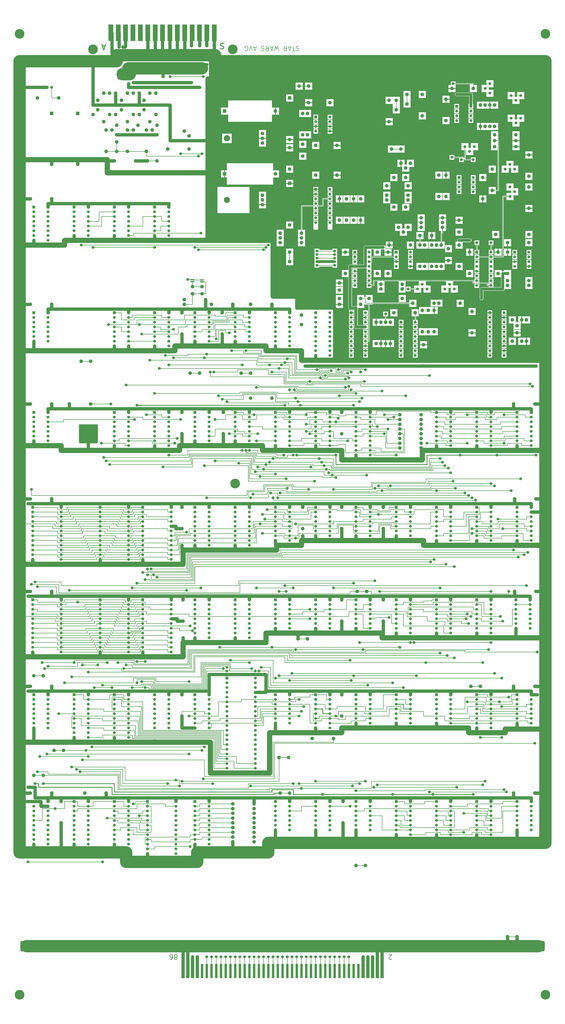
<source format=gbr>
G04 #@! TF.GenerationSoftware,KiCad,Pcbnew,(5.1.5)-3*
G04 #@! TF.CreationDate,2020-11-28T04:10:35-07:00*
G04 #@! TF.ProjectId,Star_Wars_Vector_PCB,53746172-5f57-4617-9273-5f566563746f,rev?*
G04 #@! TF.SameCoordinates,Original*
G04 #@! TF.FileFunction,Copper,L1,Top*
G04 #@! TF.FilePolarity,Positive*
%FSLAX46Y46*%
G04 Gerber Fmt 4.6, Leading zero omitted, Abs format (unit mm)*
G04 Created by KiCad (PCBNEW (5.1.5)-3) date 2020-11-28 04:10:35*
%MOMM*%
%LPD*%
G04 APERTURE LIST*
%ADD10C,0.508000*%
%ADD11C,0.254000*%
%ADD12C,0.299720*%
%ADD13C,5.207000*%
%ADD14C,1.524000*%
%ADD15R,1.524000X1.524000*%
%ADD16C,1.905000*%
%ADD17C,0.100000*%
%ADD18R,2.540000X8.890000*%
%ADD19R,2.032000X0.762000*%
%ADD20R,1.905000X1.905000*%
%ADD21C,3.302000*%
%ADD22C,0.250000*%
%ADD23C,6.604000*%
%ADD24C,1.778000*%
%ADD25C,0.381000*%
%ADD26C,1.524000*%
%ADD27C,2.794000*%
G04 APERTURE END LIST*
D10*
X139935857Y-57821285D02*
X139500428Y-57676142D01*
X138774714Y-57676142D01*
X138484428Y-57821285D01*
X138339285Y-57966428D01*
X138194142Y-58256714D01*
X138194142Y-58547000D01*
X138339285Y-58837285D01*
X138484428Y-58982428D01*
X138774714Y-59127571D01*
X139355285Y-59272714D01*
X139645571Y-59417857D01*
X139790714Y-59563000D01*
X139935857Y-59853285D01*
X139935857Y-60143571D01*
X139790714Y-60433857D01*
X139645571Y-60579000D01*
X139355285Y-60724142D01*
X138629571Y-60724142D01*
X138194142Y-60579000D01*
X76290714Y-59182000D02*
X74839285Y-59182000D01*
X76581000Y-58311142D02*
X75565000Y-61359142D01*
X74549000Y-58311142D01*
D11*
X180188809Y-59296904D02*
X179825952Y-59175952D01*
X179221190Y-59175952D01*
X178979285Y-59296904D01*
X178858333Y-59417857D01*
X178737380Y-59659761D01*
X178737380Y-59901666D01*
X178858333Y-60143571D01*
X178979285Y-60264523D01*
X179221190Y-60385476D01*
X179705000Y-60506428D01*
X179946904Y-60627380D01*
X180067857Y-60748333D01*
X180188809Y-60990238D01*
X180188809Y-61232142D01*
X180067857Y-61474047D01*
X179946904Y-61595000D01*
X179705000Y-61715952D01*
X179100238Y-61715952D01*
X178737380Y-61595000D01*
X178011666Y-61715952D02*
X176560238Y-61715952D01*
X177285952Y-59175952D02*
X177285952Y-61715952D01*
X175834523Y-59901666D02*
X174625000Y-59901666D01*
X176076428Y-59175952D02*
X175229761Y-61715952D01*
X174383095Y-59175952D01*
X172085000Y-59175952D02*
X172931666Y-60385476D01*
X173536428Y-59175952D02*
X173536428Y-61715952D01*
X172568809Y-61715952D01*
X172326904Y-61595000D01*
X172205952Y-61474047D01*
X172085000Y-61232142D01*
X172085000Y-60869285D01*
X172205952Y-60627380D01*
X172326904Y-60506428D01*
X172568809Y-60385476D01*
X173536428Y-60385476D01*
X169303095Y-61715952D02*
X168698333Y-59175952D01*
X168214523Y-60990238D01*
X167730714Y-59175952D01*
X167125952Y-61715952D01*
X166279285Y-59901666D02*
X165069761Y-59901666D01*
X166521190Y-59175952D02*
X165674523Y-61715952D01*
X164827857Y-59175952D01*
X162529761Y-59175952D02*
X163376428Y-60385476D01*
X163981190Y-59175952D02*
X163981190Y-61715952D01*
X163013571Y-61715952D01*
X162771666Y-61595000D01*
X162650714Y-61474047D01*
X162529761Y-61232142D01*
X162529761Y-60869285D01*
X162650714Y-60627380D01*
X162771666Y-60506428D01*
X163013571Y-60385476D01*
X163981190Y-60385476D01*
X161562142Y-59296904D02*
X161199285Y-59175952D01*
X160594523Y-59175952D01*
X160352619Y-59296904D01*
X160231666Y-59417857D01*
X160110714Y-59659761D01*
X160110714Y-59901666D01*
X160231666Y-60143571D01*
X160352619Y-60264523D01*
X160594523Y-60385476D01*
X161078333Y-60506428D01*
X161320238Y-60627380D01*
X161441190Y-60748333D01*
X161562142Y-60990238D01*
X161562142Y-61232142D01*
X161441190Y-61474047D01*
X161320238Y-61595000D01*
X161078333Y-61715952D01*
X160473571Y-61715952D01*
X160110714Y-61595000D01*
X157207857Y-59901666D02*
X155998333Y-59901666D01*
X157449761Y-59175952D02*
X156603095Y-61715952D01*
X155756428Y-59175952D01*
X155272619Y-61715952D02*
X154425952Y-59175952D01*
X153579285Y-61715952D01*
X151402142Y-61595000D02*
X151644047Y-61715952D01*
X152006904Y-61715952D01*
X152369761Y-61595000D01*
X152611666Y-61353095D01*
X152732619Y-61111190D01*
X152853571Y-60627380D01*
X152853571Y-60264523D01*
X152732619Y-59780714D01*
X152611666Y-59538809D01*
X152369761Y-59296904D01*
X152006904Y-59175952D01*
X151765000Y-59175952D01*
X151402142Y-59296904D01*
X151281190Y-59417857D01*
X151281190Y-60264523D01*
X151765000Y-60264523D01*
D12*
X229960714Y-547884047D02*
X229839761Y-548005000D01*
X229597857Y-548125952D01*
X228993095Y-548125952D01*
X228751190Y-548005000D01*
X228630238Y-547884047D01*
X228509285Y-547642142D01*
X228509285Y-547400238D01*
X228630238Y-547037380D01*
X230081666Y-545585952D01*
X228509285Y-545585952D01*
X114481428Y-547037380D02*
X114723333Y-547158333D01*
X114844285Y-547279285D01*
X114965238Y-547521190D01*
X114965238Y-547642142D01*
X114844285Y-547884047D01*
X114723333Y-548005000D01*
X114481428Y-548125952D01*
X113997619Y-548125952D01*
X113755714Y-548005000D01*
X113634761Y-547884047D01*
X113513809Y-547642142D01*
X113513809Y-547521190D01*
X113634761Y-547279285D01*
X113755714Y-547158333D01*
X113997619Y-547037380D01*
X114481428Y-547037380D01*
X114723333Y-546916428D01*
X114844285Y-546795476D01*
X114965238Y-546553571D01*
X114965238Y-546069761D01*
X114844285Y-545827857D01*
X114723333Y-545706904D01*
X114481428Y-545585952D01*
X113997619Y-545585952D01*
X113755714Y-545706904D01*
X113634761Y-545827857D01*
X113513809Y-546069761D01*
X113513809Y-546553571D01*
X113634761Y-546795476D01*
X113755714Y-546916428D01*
X113997619Y-547037380D01*
X111336666Y-548125952D02*
X111820476Y-548125952D01*
X112062380Y-548005000D01*
X112183333Y-547884047D01*
X112425238Y-547521190D01*
X112546190Y-547037380D01*
X112546190Y-546069761D01*
X112425238Y-545827857D01*
X112304285Y-545706904D01*
X112062380Y-545585952D01*
X111578571Y-545585952D01*
X111336666Y-545706904D01*
X111215714Y-545827857D01*
X111094761Y-546069761D01*
X111094761Y-546674523D01*
X111215714Y-546916428D01*
X111336666Y-547037380D01*
X111578571Y-547158333D01*
X112062380Y-547158333D01*
X112304285Y-547037380D01*
X112425238Y-546916428D01*
X112546190Y-546674523D01*
D13*
X30480000Y-567055000D03*
X312420000Y-567055000D03*
X146050000Y-293370000D03*
X30480000Y-52705000D03*
X69850000Y-60960000D03*
X144780000Y-60960000D03*
X312420000Y-52705000D03*
D14*
X34925000Y-304165000D03*
X34925000Y-353695000D03*
X144145000Y-448310000D03*
X102870000Y-431165000D03*
X307975000Y-406400000D03*
X34925000Y-404495000D03*
X40005000Y-493395000D03*
X37465000Y-493395000D03*
X125730000Y-546735000D03*
X123190000Y-546735000D03*
X219710000Y-487680000D03*
X214630000Y-487680000D03*
X217170000Y-487680000D03*
X214630000Y-546735000D03*
X217170000Y-546735000D03*
X146050000Y-546735000D03*
X148590000Y-546735000D03*
X151130000Y-546735000D03*
X153670000Y-546735000D03*
X156210000Y-546735000D03*
X158750000Y-546735000D03*
X161290000Y-546735000D03*
X163830000Y-546735000D03*
X166370000Y-546735000D03*
X168910000Y-546735000D03*
X171450000Y-546735000D03*
X173990000Y-546735000D03*
X176530000Y-546735000D03*
X179070000Y-546735000D03*
X181610000Y-546735000D03*
X184150000Y-546735000D03*
X143510000Y-546735000D03*
X140970000Y-546735000D03*
X138430000Y-546735000D03*
X135890000Y-546735000D03*
X133350000Y-546735000D03*
X130810000Y-546735000D03*
X186690000Y-546735000D03*
X189230000Y-546735000D03*
X191770000Y-546735000D03*
X194310000Y-546735000D03*
X196850000Y-546735000D03*
X199390000Y-546735000D03*
X201930000Y-546735000D03*
X204470000Y-546735000D03*
X207010000Y-546735000D03*
X34925000Y-455930000D03*
X129540000Y-73025000D03*
X129540000Y-69215000D03*
X83820000Y-59690000D03*
X83820000Y-76200000D03*
X83820000Y-72390000D03*
X219710000Y-546735000D03*
X120650000Y-546735000D03*
X118110000Y-546735000D03*
X31750000Y-542925000D03*
X31750000Y-539115000D03*
X222250000Y-546735000D03*
X224790000Y-546735000D03*
X297180000Y-471170000D03*
X297180000Y-468630000D03*
D15*
X297180000Y-463550000D03*
D14*
X297180000Y-466090000D03*
X297180000Y-473710000D03*
X297180000Y-476250000D03*
X297180000Y-478790000D03*
X304800000Y-478790000D03*
X304800000Y-476250000D03*
X304800000Y-473710000D03*
X304800000Y-471170000D03*
X304800000Y-468630000D03*
X304800000Y-466090000D03*
X304800000Y-463550000D03*
X275590000Y-471170000D03*
X275590000Y-468630000D03*
X275590000Y-466090000D03*
D15*
X275590000Y-463550000D03*
D14*
X275590000Y-473710000D03*
X275590000Y-476250000D03*
X275590000Y-478790000D03*
X275590000Y-481330000D03*
X283210000Y-481330000D03*
X283210000Y-478790000D03*
X283210000Y-476250000D03*
X283210000Y-473710000D03*
X283210000Y-471170000D03*
X283210000Y-468630000D03*
X283210000Y-466090000D03*
X283210000Y-463550000D03*
X254000000Y-471170000D03*
X254000000Y-468630000D03*
X254000000Y-466090000D03*
D15*
X254000000Y-463550000D03*
D14*
X254000000Y-473710000D03*
X254000000Y-476250000D03*
X254000000Y-478790000D03*
X254000000Y-481330000D03*
X261620000Y-481330000D03*
X261620000Y-478790000D03*
X261620000Y-476250000D03*
X261620000Y-473710000D03*
X261620000Y-471170000D03*
X261620000Y-468630000D03*
X261620000Y-466090000D03*
X261620000Y-463550000D03*
X232410000Y-471170000D03*
X232410000Y-468630000D03*
X232410000Y-466090000D03*
D15*
X232410000Y-463550000D03*
D14*
X232410000Y-473710000D03*
X232410000Y-476250000D03*
X232410000Y-478790000D03*
X232410000Y-481330000D03*
X240030000Y-481330000D03*
X240030000Y-478790000D03*
X240030000Y-476250000D03*
X240030000Y-473710000D03*
X240030000Y-471170000D03*
X240030000Y-468630000D03*
X240030000Y-466090000D03*
X240030000Y-463550000D03*
X210820000Y-471170000D03*
X210820000Y-468630000D03*
D15*
X210820000Y-463550000D03*
D14*
X210820000Y-466090000D03*
X210820000Y-473710000D03*
X210820000Y-476250000D03*
X210820000Y-478790000D03*
X218440000Y-478790000D03*
X218440000Y-476250000D03*
X218440000Y-473710000D03*
X218440000Y-471170000D03*
X218440000Y-468630000D03*
X218440000Y-466090000D03*
X218440000Y-463550000D03*
X189230000Y-471170000D03*
X189230000Y-468630000D03*
D15*
X189230000Y-463550000D03*
D14*
X189230000Y-466090000D03*
X189230000Y-473710000D03*
X189230000Y-476250000D03*
X189230000Y-478790000D03*
X196850000Y-478790000D03*
X196850000Y-476250000D03*
X196850000Y-473710000D03*
X196850000Y-471170000D03*
X196850000Y-468630000D03*
X196850000Y-466090000D03*
X196850000Y-463550000D03*
D15*
X124460000Y-463550000D03*
D14*
X124460000Y-466090000D03*
X124460000Y-468630000D03*
X124460000Y-471170000D03*
X124460000Y-473710000D03*
X124460000Y-476250000D03*
X124460000Y-478790000D03*
X124460000Y-481330000D03*
X124460000Y-483870000D03*
X124460000Y-486410000D03*
X132080000Y-486410000D03*
X132080000Y-483870000D03*
X132080000Y-481330000D03*
X132080000Y-478790000D03*
X132080000Y-476250000D03*
X132080000Y-473710000D03*
X132080000Y-471170000D03*
X132080000Y-468630000D03*
X132080000Y-466090000D03*
X132080000Y-463550000D03*
D15*
X99060000Y-463550000D03*
D14*
X99060000Y-466090000D03*
X99060000Y-468630000D03*
X99060000Y-471170000D03*
X99060000Y-473710000D03*
X99060000Y-476250000D03*
X99060000Y-478790000D03*
X99060000Y-481330000D03*
X99060000Y-483870000D03*
X99060000Y-486410000D03*
X99060000Y-488950000D03*
X99060000Y-491490000D03*
X114300000Y-491490000D03*
X114300000Y-488950000D03*
X114300000Y-486410000D03*
X114300000Y-483870000D03*
X114300000Y-481330000D03*
X114300000Y-478790000D03*
X114300000Y-476250000D03*
X114300000Y-473710000D03*
X114300000Y-471170000D03*
X114300000Y-468630000D03*
X114300000Y-466090000D03*
X114300000Y-463550000D03*
D15*
X81280000Y-463550000D03*
D14*
X81280000Y-466090000D03*
X81280000Y-468630000D03*
X81280000Y-471170000D03*
X81280000Y-473710000D03*
X81280000Y-476250000D03*
X81280000Y-478790000D03*
X81280000Y-481330000D03*
X81280000Y-483870000D03*
X81280000Y-486410000D03*
X88900000Y-486410000D03*
X88900000Y-483870000D03*
X88900000Y-481330000D03*
X88900000Y-478790000D03*
X88900000Y-476250000D03*
X88900000Y-473710000D03*
X88900000Y-471170000D03*
X88900000Y-468630000D03*
X88900000Y-466090000D03*
X88900000Y-463550000D03*
D15*
X59690000Y-463550000D03*
D14*
X59690000Y-466090000D03*
X59690000Y-468630000D03*
X59690000Y-471170000D03*
X59690000Y-473710000D03*
X59690000Y-476250000D03*
X59690000Y-478790000D03*
X59690000Y-481330000D03*
X59690000Y-483870000D03*
X59690000Y-486410000D03*
X67310000Y-486410000D03*
X67310000Y-483870000D03*
X67310000Y-481330000D03*
X67310000Y-478790000D03*
X67310000Y-476250000D03*
X67310000Y-473710000D03*
X67310000Y-471170000D03*
X67310000Y-468630000D03*
X67310000Y-466090000D03*
X67310000Y-463550000D03*
D15*
X38100000Y-463550000D03*
D14*
X38100000Y-466090000D03*
X38100000Y-468630000D03*
X38100000Y-471170000D03*
X38100000Y-473710000D03*
X38100000Y-476250000D03*
X38100000Y-478790000D03*
X38100000Y-481330000D03*
X38100000Y-483870000D03*
X38100000Y-486410000D03*
X45720000Y-486410000D03*
X45720000Y-483870000D03*
X45720000Y-481330000D03*
X45720000Y-478790000D03*
X45720000Y-476250000D03*
X45720000Y-473710000D03*
X45720000Y-471170000D03*
X45720000Y-468630000D03*
X45720000Y-466090000D03*
X45720000Y-463550000D03*
X297180000Y-414020000D03*
X297180000Y-411480000D03*
D15*
X297180000Y-406400000D03*
D14*
X297180000Y-408940000D03*
X297180000Y-416560000D03*
X297180000Y-419100000D03*
X297180000Y-421640000D03*
X304800000Y-421640000D03*
X304800000Y-419100000D03*
X304800000Y-416560000D03*
X304800000Y-414020000D03*
X304800000Y-411480000D03*
X304800000Y-408940000D03*
X304800000Y-406400000D03*
X275590000Y-414020000D03*
X275590000Y-411480000D03*
X275590000Y-408940000D03*
D15*
X275590000Y-406400000D03*
D14*
X275590000Y-416560000D03*
X275590000Y-419100000D03*
X275590000Y-421640000D03*
X275590000Y-424180000D03*
X283210000Y-424180000D03*
X283210000Y-421640000D03*
X283210000Y-419100000D03*
X283210000Y-416560000D03*
X283210000Y-414020000D03*
X283210000Y-411480000D03*
X283210000Y-408940000D03*
X283210000Y-406400000D03*
X254000000Y-414020000D03*
X254000000Y-411480000D03*
D15*
X254000000Y-406400000D03*
D14*
X254000000Y-408940000D03*
X254000000Y-416560000D03*
X254000000Y-419100000D03*
X254000000Y-421640000D03*
X261620000Y-421640000D03*
X261620000Y-419100000D03*
X261620000Y-416560000D03*
X261620000Y-414020000D03*
X261620000Y-411480000D03*
X261620000Y-408940000D03*
X261620000Y-406400000D03*
X232410000Y-414020000D03*
X232410000Y-411480000D03*
D15*
X232410000Y-406400000D03*
D14*
X232410000Y-408940000D03*
X232410000Y-416560000D03*
X232410000Y-419100000D03*
X232410000Y-421640000D03*
X240030000Y-421640000D03*
X240030000Y-419100000D03*
X240030000Y-416560000D03*
X240030000Y-414020000D03*
X240030000Y-411480000D03*
X240030000Y-408940000D03*
X240030000Y-406400000D03*
X210820000Y-414020000D03*
X210820000Y-411480000D03*
D15*
X210820000Y-406400000D03*
D14*
X210820000Y-408940000D03*
X210820000Y-416560000D03*
X210820000Y-419100000D03*
X210820000Y-421640000D03*
X218440000Y-421640000D03*
X218440000Y-419100000D03*
X218440000Y-416560000D03*
X218440000Y-414020000D03*
X218440000Y-411480000D03*
X218440000Y-408940000D03*
X218440000Y-406400000D03*
X189230000Y-414020000D03*
X189230000Y-411480000D03*
X189230000Y-408940000D03*
D15*
X189230000Y-406400000D03*
D14*
X189230000Y-416560000D03*
X189230000Y-419100000D03*
X189230000Y-421640000D03*
X189230000Y-424180000D03*
X196850000Y-424180000D03*
X196850000Y-421640000D03*
X196850000Y-419100000D03*
X196850000Y-416560000D03*
X196850000Y-414020000D03*
X196850000Y-411480000D03*
X196850000Y-408940000D03*
X196850000Y-406400000D03*
X167640000Y-414020000D03*
X167640000Y-411480000D03*
D15*
X167640000Y-406400000D03*
D14*
X167640000Y-408940000D03*
X167640000Y-416560000D03*
X167640000Y-419100000D03*
X167640000Y-421640000D03*
X175260000Y-421640000D03*
X175260000Y-419100000D03*
X175260000Y-416560000D03*
X175260000Y-414020000D03*
X175260000Y-411480000D03*
X175260000Y-408940000D03*
X175260000Y-406400000D03*
X156845000Y-427990000D03*
X156845000Y-430530000D03*
X156845000Y-433070000D03*
X156845000Y-435610000D03*
X156845000Y-438150000D03*
X156845000Y-440690000D03*
X156845000Y-443230000D03*
X156845000Y-445770000D03*
X141605000Y-445770000D03*
X141605000Y-443230000D03*
X141605000Y-440690000D03*
X141605000Y-438150000D03*
X141605000Y-435610000D03*
X141605000Y-433070000D03*
X141605000Y-430530000D03*
X141605000Y-427990000D03*
D15*
X141605000Y-397510000D03*
D14*
X141605000Y-400050000D03*
X141605000Y-402590000D03*
X141605000Y-405130000D03*
X141605000Y-407670000D03*
X141605000Y-410210000D03*
X141605000Y-412750000D03*
X141605000Y-415290000D03*
X141605000Y-417830000D03*
X141605000Y-420370000D03*
X141605000Y-422910000D03*
X141605000Y-425450000D03*
X156845000Y-425450000D03*
X156845000Y-422910000D03*
X156845000Y-420370000D03*
X156845000Y-417830000D03*
X156845000Y-415290000D03*
X156845000Y-412750000D03*
X156845000Y-410210000D03*
X156845000Y-407670000D03*
X156845000Y-405130000D03*
X156845000Y-402590000D03*
X156845000Y-400050000D03*
X156845000Y-397510000D03*
X124460000Y-414020000D03*
X124460000Y-411480000D03*
X124460000Y-408940000D03*
D15*
X124460000Y-406400000D03*
D14*
X124460000Y-416560000D03*
X124460000Y-419100000D03*
X124460000Y-421640000D03*
X124460000Y-424180000D03*
X132080000Y-424180000D03*
X132080000Y-421640000D03*
X132080000Y-419100000D03*
X132080000Y-416560000D03*
X132080000Y-414020000D03*
X132080000Y-411480000D03*
X132080000Y-408940000D03*
X132080000Y-406400000D03*
X102870000Y-414020000D03*
X102870000Y-411480000D03*
X102870000Y-408940000D03*
D15*
X102870000Y-406400000D03*
D14*
X102870000Y-416560000D03*
X102870000Y-419100000D03*
X102870000Y-421640000D03*
X102870000Y-424180000D03*
X110490000Y-424180000D03*
X110490000Y-421640000D03*
X110490000Y-419100000D03*
X110490000Y-416560000D03*
X110490000Y-414020000D03*
X110490000Y-411480000D03*
X110490000Y-408940000D03*
X110490000Y-406400000D03*
D15*
X81280000Y-406400000D03*
D14*
X81280000Y-408940000D03*
X81280000Y-411480000D03*
X81280000Y-414020000D03*
X81280000Y-416560000D03*
X81280000Y-419100000D03*
X81280000Y-421640000D03*
X81280000Y-424180000D03*
X81280000Y-426720000D03*
X81280000Y-429260000D03*
X88900000Y-429260000D03*
X88900000Y-426720000D03*
X88900000Y-424180000D03*
X88900000Y-421640000D03*
X88900000Y-419100000D03*
X88900000Y-416560000D03*
X88900000Y-414020000D03*
X88900000Y-411480000D03*
X88900000Y-408940000D03*
X88900000Y-406400000D03*
D15*
X59690000Y-406400000D03*
D14*
X59690000Y-408940000D03*
X59690000Y-411480000D03*
X59690000Y-414020000D03*
X59690000Y-416560000D03*
X59690000Y-419100000D03*
X59690000Y-421640000D03*
X59690000Y-424180000D03*
X59690000Y-426720000D03*
X59690000Y-429260000D03*
X67310000Y-429260000D03*
X67310000Y-426720000D03*
X67310000Y-424180000D03*
X67310000Y-421640000D03*
X67310000Y-419100000D03*
X67310000Y-416560000D03*
X67310000Y-414020000D03*
X67310000Y-411480000D03*
X67310000Y-408940000D03*
X67310000Y-406400000D03*
X38100000Y-414020000D03*
X38100000Y-411480000D03*
X38100000Y-408940000D03*
D15*
X38100000Y-406400000D03*
D14*
X38100000Y-416560000D03*
X38100000Y-419100000D03*
X38100000Y-421640000D03*
X38100000Y-424180000D03*
X45720000Y-424180000D03*
X45720000Y-421640000D03*
X45720000Y-419100000D03*
X45720000Y-416560000D03*
X45720000Y-414020000D03*
X45720000Y-411480000D03*
X45720000Y-408940000D03*
X45720000Y-406400000D03*
X296545000Y-363220000D03*
X296545000Y-360680000D03*
D15*
X296545000Y-355600000D03*
D14*
X296545000Y-358140000D03*
X296545000Y-365760000D03*
X296545000Y-368300000D03*
X296545000Y-370840000D03*
X304165000Y-370840000D03*
X304165000Y-368300000D03*
X304165000Y-365760000D03*
X304165000Y-363220000D03*
X304165000Y-360680000D03*
X304165000Y-358140000D03*
X304165000Y-355600000D03*
X275590000Y-363220000D03*
X275590000Y-360680000D03*
X275590000Y-358140000D03*
D15*
X275590000Y-355600000D03*
D14*
X275590000Y-365760000D03*
X275590000Y-368300000D03*
X275590000Y-370840000D03*
X275590000Y-373380000D03*
X283210000Y-373380000D03*
X283210000Y-370840000D03*
X283210000Y-368300000D03*
X283210000Y-365760000D03*
X283210000Y-363220000D03*
X283210000Y-360680000D03*
X283210000Y-358140000D03*
X283210000Y-355600000D03*
X254000000Y-363220000D03*
X254000000Y-360680000D03*
X254000000Y-358140000D03*
D15*
X254000000Y-355600000D03*
D14*
X254000000Y-365760000D03*
X254000000Y-368300000D03*
X254000000Y-370840000D03*
X254000000Y-373380000D03*
X261620000Y-373380000D03*
X261620000Y-370840000D03*
X261620000Y-368300000D03*
X261620000Y-365760000D03*
X261620000Y-363220000D03*
X261620000Y-360680000D03*
X261620000Y-358140000D03*
X261620000Y-355600000D03*
X232410000Y-363220000D03*
X232410000Y-360680000D03*
X232410000Y-358140000D03*
D15*
X232410000Y-355600000D03*
D14*
X232410000Y-365760000D03*
X232410000Y-368300000D03*
X232410000Y-370840000D03*
X232410000Y-373380000D03*
X240030000Y-373380000D03*
X240030000Y-370840000D03*
X240030000Y-368300000D03*
X240030000Y-365760000D03*
X240030000Y-363220000D03*
X240030000Y-360680000D03*
X240030000Y-358140000D03*
X240030000Y-355600000D03*
X210820000Y-363220000D03*
X210820000Y-360680000D03*
D15*
X210820000Y-355600000D03*
D14*
X210820000Y-358140000D03*
X210820000Y-365760000D03*
X210820000Y-368300000D03*
X210820000Y-370840000D03*
X218440000Y-370840000D03*
X218440000Y-368300000D03*
X218440000Y-365760000D03*
X218440000Y-363220000D03*
X218440000Y-360680000D03*
X218440000Y-358140000D03*
X218440000Y-355600000D03*
X189230000Y-363220000D03*
X189230000Y-360680000D03*
D15*
X189230000Y-355600000D03*
D14*
X189230000Y-358140000D03*
X189230000Y-365760000D03*
X189230000Y-368300000D03*
X189230000Y-370840000D03*
X196850000Y-370840000D03*
X196850000Y-368300000D03*
X196850000Y-365760000D03*
X196850000Y-363220000D03*
X196850000Y-360680000D03*
X196850000Y-358140000D03*
X196850000Y-355600000D03*
X167640000Y-363220000D03*
X167640000Y-360680000D03*
D15*
X167640000Y-355600000D03*
D14*
X167640000Y-358140000D03*
X167640000Y-365760000D03*
X167640000Y-368300000D03*
X167640000Y-370840000D03*
X175260000Y-370840000D03*
X175260000Y-368300000D03*
X175260000Y-365760000D03*
X175260000Y-363220000D03*
X175260000Y-360680000D03*
X175260000Y-358140000D03*
X175260000Y-355600000D03*
X146050000Y-365760000D03*
X146050000Y-363220000D03*
X146050000Y-360680000D03*
X146050000Y-358140000D03*
D15*
X146050000Y-355600000D03*
D14*
X146050000Y-368300000D03*
X146050000Y-370840000D03*
X146050000Y-373380000D03*
X146050000Y-375920000D03*
X153670000Y-375920000D03*
X153670000Y-373380000D03*
X153670000Y-370840000D03*
X153670000Y-368300000D03*
X153670000Y-365760000D03*
X153670000Y-363220000D03*
X153670000Y-360680000D03*
X153670000Y-358140000D03*
X153670000Y-355600000D03*
X124460000Y-365760000D03*
X124460000Y-363220000D03*
X124460000Y-360680000D03*
X124460000Y-358140000D03*
D15*
X124460000Y-355600000D03*
D14*
X124460000Y-368300000D03*
X124460000Y-370840000D03*
X124460000Y-373380000D03*
X124460000Y-375920000D03*
X132080000Y-375920000D03*
X132080000Y-373380000D03*
X132080000Y-370840000D03*
X132080000Y-368300000D03*
X132080000Y-365760000D03*
X132080000Y-363220000D03*
X132080000Y-360680000D03*
X132080000Y-358140000D03*
X132080000Y-355600000D03*
D15*
X96520000Y-355600000D03*
D14*
X96520000Y-358140000D03*
X96520000Y-360680000D03*
X96520000Y-363220000D03*
X96520000Y-365760000D03*
X96520000Y-368300000D03*
X96520000Y-370840000D03*
X96520000Y-373380000D03*
X96520000Y-375920000D03*
X96520000Y-378460000D03*
X96520000Y-381000000D03*
X96520000Y-383540000D03*
X111760000Y-383540000D03*
X111760000Y-381000000D03*
X111760000Y-378460000D03*
X111760000Y-375920000D03*
X111760000Y-373380000D03*
X111760000Y-370840000D03*
X111760000Y-368300000D03*
X111760000Y-365760000D03*
X111760000Y-363220000D03*
X111760000Y-360680000D03*
X111760000Y-358140000D03*
X111760000Y-355600000D03*
D15*
X73660000Y-355600000D03*
D14*
X73660000Y-358140000D03*
X73660000Y-360680000D03*
X73660000Y-363220000D03*
X73660000Y-365760000D03*
X73660000Y-368300000D03*
X73660000Y-370840000D03*
X73660000Y-373380000D03*
X73660000Y-375920000D03*
X73660000Y-378460000D03*
X73660000Y-381000000D03*
X73660000Y-383540000D03*
X88900000Y-383540000D03*
X88900000Y-381000000D03*
X88900000Y-378460000D03*
X88900000Y-375920000D03*
X88900000Y-373380000D03*
X88900000Y-370840000D03*
X88900000Y-368300000D03*
X88900000Y-365760000D03*
X88900000Y-363220000D03*
X88900000Y-360680000D03*
X88900000Y-358140000D03*
X88900000Y-355600000D03*
D15*
X37465000Y-355600000D03*
D14*
X37465000Y-358140000D03*
X37465000Y-360680000D03*
X37465000Y-363220000D03*
X37465000Y-365760000D03*
X37465000Y-368300000D03*
X37465000Y-370840000D03*
X37465000Y-373380000D03*
X37465000Y-375920000D03*
X37465000Y-378460000D03*
X37465000Y-381000000D03*
X37465000Y-383540000D03*
X52705000Y-383540000D03*
X52705000Y-381000000D03*
X52705000Y-378460000D03*
X52705000Y-375920000D03*
X52705000Y-373380000D03*
X52705000Y-370840000D03*
X52705000Y-368300000D03*
X52705000Y-365760000D03*
X52705000Y-363220000D03*
X52705000Y-360680000D03*
X52705000Y-358140000D03*
X52705000Y-355600000D03*
X297180000Y-313690000D03*
X297180000Y-311150000D03*
X297180000Y-308610000D03*
D15*
X297180000Y-306070000D03*
D14*
X297180000Y-316230000D03*
X297180000Y-318770000D03*
X297180000Y-321310000D03*
X297180000Y-323850000D03*
X304800000Y-323850000D03*
X304800000Y-321310000D03*
X304800000Y-318770000D03*
X304800000Y-316230000D03*
X304800000Y-313690000D03*
X304800000Y-311150000D03*
X304800000Y-308610000D03*
X304800000Y-306070000D03*
X275590000Y-313690000D03*
X275590000Y-311150000D03*
X275590000Y-308610000D03*
D15*
X275590000Y-306070000D03*
D14*
X275590000Y-316230000D03*
X275590000Y-318770000D03*
X275590000Y-321310000D03*
X275590000Y-323850000D03*
X283210000Y-323850000D03*
X283210000Y-321310000D03*
X283210000Y-318770000D03*
X283210000Y-316230000D03*
X283210000Y-313690000D03*
X283210000Y-311150000D03*
X283210000Y-308610000D03*
X283210000Y-306070000D03*
X254000000Y-313690000D03*
X254000000Y-311150000D03*
X254000000Y-308610000D03*
D15*
X254000000Y-306070000D03*
D14*
X254000000Y-316230000D03*
X254000000Y-318770000D03*
X254000000Y-321310000D03*
X254000000Y-323850000D03*
X261620000Y-323850000D03*
X261620000Y-321310000D03*
X261620000Y-318770000D03*
X261620000Y-316230000D03*
X261620000Y-313690000D03*
X261620000Y-311150000D03*
X261620000Y-308610000D03*
X261620000Y-306070000D03*
X232410000Y-313690000D03*
X232410000Y-311150000D03*
D15*
X232410000Y-306070000D03*
D14*
X232410000Y-308610000D03*
X232410000Y-316230000D03*
X232410000Y-318770000D03*
X232410000Y-321310000D03*
X240030000Y-321310000D03*
X240030000Y-318770000D03*
X240030000Y-316230000D03*
X240030000Y-313690000D03*
X240030000Y-311150000D03*
X240030000Y-308610000D03*
X240030000Y-306070000D03*
X210820000Y-313690000D03*
X210820000Y-311150000D03*
D15*
X210820000Y-306070000D03*
D14*
X210820000Y-308610000D03*
X210820000Y-316230000D03*
X210820000Y-318770000D03*
X210820000Y-321310000D03*
X218440000Y-321310000D03*
X218440000Y-318770000D03*
X218440000Y-316230000D03*
X218440000Y-313690000D03*
X218440000Y-311150000D03*
X218440000Y-308610000D03*
X218440000Y-306070000D03*
X189230000Y-313690000D03*
X189230000Y-311150000D03*
D15*
X189230000Y-306070000D03*
D14*
X189230000Y-308610000D03*
X189230000Y-316230000D03*
X189230000Y-318770000D03*
X189230000Y-321310000D03*
X196850000Y-321310000D03*
X196850000Y-318770000D03*
X196850000Y-316230000D03*
X196850000Y-313690000D03*
X196850000Y-311150000D03*
X196850000Y-308610000D03*
X196850000Y-306070000D03*
X167640000Y-313690000D03*
X167640000Y-311150000D03*
X167640000Y-308610000D03*
D15*
X167640000Y-306070000D03*
D14*
X167640000Y-316230000D03*
X167640000Y-318770000D03*
X167640000Y-321310000D03*
X167640000Y-323850000D03*
X175260000Y-323850000D03*
X175260000Y-321310000D03*
X175260000Y-318770000D03*
X175260000Y-316230000D03*
X175260000Y-313690000D03*
X175260000Y-311150000D03*
X175260000Y-308610000D03*
X175260000Y-306070000D03*
X146050000Y-316230000D03*
X146050000Y-313690000D03*
X146050000Y-311150000D03*
X146050000Y-308610000D03*
D15*
X146050000Y-306070000D03*
D14*
X146050000Y-318770000D03*
X146050000Y-321310000D03*
X146050000Y-323850000D03*
X146050000Y-326390000D03*
X153670000Y-326390000D03*
X153670000Y-323850000D03*
X153670000Y-321310000D03*
X153670000Y-318770000D03*
X153670000Y-316230000D03*
X153670000Y-313690000D03*
X153670000Y-311150000D03*
X153670000Y-308610000D03*
X153670000Y-306070000D03*
X124460000Y-316230000D03*
X124460000Y-313690000D03*
X124460000Y-311150000D03*
X124460000Y-308610000D03*
D15*
X124460000Y-306070000D03*
D14*
X124460000Y-318770000D03*
X124460000Y-321310000D03*
X124460000Y-323850000D03*
X124460000Y-326390000D03*
X132080000Y-326390000D03*
X132080000Y-323850000D03*
X132080000Y-321310000D03*
X132080000Y-318770000D03*
X132080000Y-316230000D03*
X132080000Y-313690000D03*
X132080000Y-311150000D03*
X132080000Y-308610000D03*
X132080000Y-306070000D03*
D15*
X96520000Y-306070000D03*
D14*
X96520000Y-308610000D03*
X96520000Y-311150000D03*
X96520000Y-313690000D03*
X96520000Y-316230000D03*
X96520000Y-318770000D03*
X96520000Y-321310000D03*
X96520000Y-323850000D03*
X96520000Y-326390000D03*
X96520000Y-328930000D03*
X96520000Y-331470000D03*
X96520000Y-334010000D03*
X111760000Y-334010000D03*
X111760000Y-331470000D03*
X111760000Y-328930000D03*
X111760000Y-326390000D03*
X111760000Y-323850000D03*
X111760000Y-321310000D03*
X111760000Y-318770000D03*
X111760000Y-316230000D03*
X111760000Y-313690000D03*
X111760000Y-311150000D03*
X111760000Y-308610000D03*
X111760000Y-306070000D03*
D15*
X73660000Y-306070000D03*
D14*
X73660000Y-308610000D03*
X73660000Y-311150000D03*
X73660000Y-313690000D03*
X73660000Y-316230000D03*
X73660000Y-318770000D03*
X73660000Y-321310000D03*
X73660000Y-323850000D03*
X73660000Y-326390000D03*
X73660000Y-328930000D03*
X73660000Y-331470000D03*
X73660000Y-334010000D03*
X88900000Y-334010000D03*
X88900000Y-331470000D03*
X88900000Y-328930000D03*
X88900000Y-326390000D03*
X88900000Y-323850000D03*
X88900000Y-321310000D03*
X88900000Y-318770000D03*
X88900000Y-316230000D03*
X88900000Y-313690000D03*
X88900000Y-311150000D03*
X88900000Y-308610000D03*
X88900000Y-306070000D03*
D15*
X37465000Y-306070000D03*
D14*
X37465000Y-308610000D03*
X37465000Y-311150000D03*
X37465000Y-313690000D03*
X37465000Y-316230000D03*
X37465000Y-318770000D03*
X37465000Y-321310000D03*
X37465000Y-323850000D03*
X37465000Y-326390000D03*
X37465000Y-328930000D03*
X37465000Y-331470000D03*
X37465000Y-334010000D03*
X52705000Y-334010000D03*
X52705000Y-331470000D03*
X52705000Y-328930000D03*
X52705000Y-326390000D03*
X52705000Y-323850000D03*
X52705000Y-321310000D03*
X52705000Y-318770000D03*
X52705000Y-316230000D03*
X52705000Y-313690000D03*
X52705000Y-311150000D03*
X52705000Y-308610000D03*
X52705000Y-306070000D03*
X297180000Y-262890000D03*
X297180000Y-260350000D03*
X297180000Y-257810000D03*
D15*
X297180000Y-255270000D03*
D14*
X297180000Y-265430000D03*
X297180000Y-267970000D03*
X297180000Y-270510000D03*
X297180000Y-273050000D03*
X304800000Y-273050000D03*
X304800000Y-270510000D03*
X304800000Y-267970000D03*
X304800000Y-265430000D03*
X304800000Y-262890000D03*
X304800000Y-260350000D03*
X304800000Y-257810000D03*
X304800000Y-255270000D03*
X275590000Y-262890000D03*
X275590000Y-260350000D03*
X275590000Y-257810000D03*
D15*
X275590000Y-255270000D03*
D14*
X275590000Y-265430000D03*
X275590000Y-267970000D03*
X275590000Y-270510000D03*
X275590000Y-273050000D03*
X283210000Y-273050000D03*
X283210000Y-270510000D03*
X283210000Y-267970000D03*
X283210000Y-265430000D03*
X283210000Y-262890000D03*
X283210000Y-260350000D03*
X283210000Y-257810000D03*
X283210000Y-255270000D03*
X254000000Y-262890000D03*
X254000000Y-260350000D03*
X254000000Y-257810000D03*
D15*
X254000000Y-255270000D03*
D14*
X254000000Y-265430000D03*
X254000000Y-267970000D03*
X254000000Y-270510000D03*
X254000000Y-273050000D03*
X261620000Y-273050000D03*
X261620000Y-270510000D03*
X261620000Y-267970000D03*
X261620000Y-265430000D03*
X261620000Y-262890000D03*
X261620000Y-260350000D03*
X261620000Y-257810000D03*
X261620000Y-255270000D03*
D15*
X210820000Y-255270000D03*
D14*
X210820000Y-257810000D03*
X210820000Y-260350000D03*
X210820000Y-262890000D03*
X210820000Y-265430000D03*
X210820000Y-267970000D03*
X210820000Y-270510000D03*
X210820000Y-273050000D03*
X210820000Y-275590000D03*
X210820000Y-278130000D03*
X218440000Y-278130000D03*
X218440000Y-275590000D03*
X218440000Y-273050000D03*
X218440000Y-270510000D03*
X218440000Y-267970000D03*
X218440000Y-265430000D03*
X218440000Y-262890000D03*
X218440000Y-260350000D03*
X218440000Y-257810000D03*
X218440000Y-255270000D03*
X189230000Y-262890000D03*
X189230000Y-260350000D03*
X189230000Y-257810000D03*
D15*
X189230000Y-255270000D03*
D14*
X189230000Y-265430000D03*
X189230000Y-267970000D03*
X189230000Y-270510000D03*
X189230000Y-273050000D03*
X196850000Y-273050000D03*
X196850000Y-270510000D03*
X196850000Y-267970000D03*
X196850000Y-265430000D03*
X196850000Y-262890000D03*
X196850000Y-260350000D03*
X196850000Y-257810000D03*
X196850000Y-255270000D03*
X167640000Y-262890000D03*
X167640000Y-260350000D03*
X167640000Y-257810000D03*
D15*
X167640000Y-255270000D03*
D14*
X167640000Y-265430000D03*
X167640000Y-267970000D03*
X167640000Y-270510000D03*
X167640000Y-273050000D03*
X175260000Y-273050000D03*
X175260000Y-270510000D03*
X175260000Y-267970000D03*
X175260000Y-265430000D03*
X175260000Y-262890000D03*
X175260000Y-260350000D03*
X175260000Y-257810000D03*
X175260000Y-255270000D03*
X146050000Y-262890000D03*
X146050000Y-260350000D03*
D15*
X146050000Y-255270000D03*
D14*
X146050000Y-257810000D03*
X146050000Y-265430000D03*
X146050000Y-267970000D03*
X146050000Y-270510000D03*
X153670000Y-270510000D03*
X153670000Y-267970000D03*
X153670000Y-265430000D03*
X153670000Y-262890000D03*
X153670000Y-260350000D03*
X153670000Y-257810000D03*
X153670000Y-255270000D03*
X124460000Y-262890000D03*
X124460000Y-260350000D03*
D15*
X124460000Y-255270000D03*
D14*
X124460000Y-257810000D03*
X124460000Y-265430000D03*
X124460000Y-267970000D03*
X124460000Y-270510000D03*
X132080000Y-270510000D03*
X132080000Y-267970000D03*
X132080000Y-265430000D03*
X132080000Y-262890000D03*
X132080000Y-260350000D03*
X132080000Y-257810000D03*
X132080000Y-255270000D03*
X102870000Y-262890000D03*
X102870000Y-260350000D03*
X102870000Y-257810000D03*
D15*
X102870000Y-255270000D03*
D14*
X102870000Y-265430000D03*
X102870000Y-267970000D03*
X102870000Y-270510000D03*
X102870000Y-273050000D03*
X110490000Y-273050000D03*
X110490000Y-270510000D03*
X110490000Y-267970000D03*
X110490000Y-265430000D03*
X110490000Y-262890000D03*
X110490000Y-260350000D03*
X110490000Y-257810000D03*
X110490000Y-255270000D03*
X81280000Y-262890000D03*
X81280000Y-260350000D03*
X81280000Y-257810000D03*
D15*
X81280000Y-255270000D03*
D14*
X81280000Y-265430000D03*
X81280000Y-267970000D03*
X81280000Y-270510000D03*
X81280000Y-273050000D03*
X88900000Y-273050000D03*
X88900000Y-270510000D03*
X88900000Y-267970000D03*
X88900000Y-265430000D03*
X88900000Y-262890000D03*
X88900000Y-260350000D03*
X88900000Y-257810000D03*
X88900000Y-255270000D03*
X38100000Y-262890000D03*
X38100000Y-260350000D03*
D15*
X38100000Y-255270000D03*
D14*
X38100000Y-257810000D03*
X38100000Y-265430000D03*
X38100000Y-267970000D03*
X38100000Y-270510000D03*
X45720000Y-270510000D03*
X45720000Y-267970000D03*
X45720000Y-265430000D03*
X45720000Y-262890000D03*
X45720000Y-260350000D03*
X45720000Y-257810000D03*
X45720000Y-255270000D03*
D15*
X282575000Y-201930000D03*
D14*
X282575000Y-204470000D03*
X282575000Y-207010000D03*
X282575000Y-209550000D03*
X282575000Y-212090000D03*
X282575000Y-214630000D03*
X282575000Y-217170000D03*
X282575000Y-219710000D03*
X282575000Y-222250000D03*
X282575000Y-224790000D03*
X290195000Y-224790000D03*
X290195000Y-222250000D03*
X290195000Y-219710000D03*
X290195000Y-217170000D03*
X290195000Y-214630000D03*
X290195000Y-212090000D03*
X290195000Y-209550000D03*
X290195000Y-207010000D03*
X290195000Y-204470000D03*
X290195000Y-201930000D03*
X242570000Y-207010000D03*
X242570000Y-209550000D03*
X242570000Y-212090000D03*
X242570000Y-214630000D03*
X242570000Y-217170000D03*
X242570000Y-219710000D03*
X242570000Y-222250000D03*
X242570000Y-224790000D03*
X234950000Y-224790000D03*
X234950000Y-222250000D03*
X234950000Y-219710000D03*
X234950000Y-217170000D03*
D15*
X234950000Y-207010000D03*
D14*
X234950000Y-209550000D03*
X234950000Y-212090000D03*
X234950000Y-214630000D03*
D15*
X208280000Y-201930000D03*
D14*
X208280000Y-204470000D03*
X208280000Y-207010000D03*
X208280000Y-209550000D03*
X208280000Y-212090000D03*
X208280000Y-214630000D03*
X208280000Y-217170000D03*
X208280000Y-219710000D03*
X208280000Y-222250000D03*
X208280000Y-224790000D03*
X215900000Y-224790000D03*
X215900000Y-222250000D03*
X215900000Y-219710000D03*
X215900000Y-217170000D03*
X215900000Y-214630000D03*
X215900000Y-212090000D03*
X215900000Y-209550000D03*
X215900000Y-207010000D03*
X215900000Y-204470000D03*
X215900000Y-201930000D03*
D15*
X189230000Y-201930000D03*
D14*
X189230000Y-204470000D03*
X189230000Y-207010000D03*
X189230000Y-209550000D03*
X189230000Y-212090000D03*
X189230000Y-214630000D03*
X189230000Y-217170000D03*
X189230000Y-219710000D03*
X189230000Y-222250000D03*
X189230000Y-224790000D03*
X196850000Y-224790000D03*
X196850000Y-222250000D03*
X196850000Y-219710000D03*
X196850000Y-217170000D03*
X196850000Y-214630000D03*
X196850000Y-212090000D03*
X196850000Y-209550000D03*
X196850000Y-207010000D03*
X196850000Y-204470000D03*
X196850000Y-201930000D03*
X167640000Y-209550000D03*
X167640000Y-207010000D03*
X167640000Y-204470000D03*
D15*
X167640000Y-201930000D03*
D14*
X167640000Y-212090000D03*
X167640000Y-214630000D03*
X167640000Y-217170000D03*
X167640000Y-219710000D03*
X175260000Y-219710000D03*
X175260000Y-217170000D03*
X175260000Y-214630000D03*
X175260000Y-212090000D03*
X175260000Y-209550000D03*
X175260000Y-207010000D03*
X175260000Y-204470000D03*
X175260000Y-201930000D03*
X146050000Y-209550000D03*
X146050000Y-207010000D03*
D15*
X146050000Y-201930000D03*
D14*
X146050000Y-204470000D03*
X146050000Y-212090000D03*
X146050000Y-214630000D03*
X146050000Y-217170000D03*
X153670000Y-217170000D03*
X153670000Y-214630000D03*
X153670000Y-212090000D03*
X153670000Y-209550000D03*
X153670000Y-207010000D03*
X153670000Y-204470000D03*
X153670000Y-201930000D03*
X124460000Y-209550000D03*
X124460000Y-207010000D03*
D15*
X124460000Y-201930000D03*
D14*
X124460000Y-204470000D03*
X124460000Y-212090000D03*
X124460000Y-214630000D03*
X124460000Y-217170000D03*
X132080000Y-217170000D03*
X132080000Y-214630000D03*
X132080000Y-212090000D03*
X132080000Y-209550000D03*
X132080000Y-207010000D03*
X132080000Y-204470000D03*
X132080000Y-201930000D03*
X102870000Y-209550000D03*
X102870000Y-207010000D03*
X102870000Y-204470000D03*
D15*
X102870000Y-201930000D03*
D14*
X102870000Y-212090000D03*
X102870000Y-214630000D03*
X102870000Y-217170000D03*
X102870000Y-219710000D03*
X110490000Y-219710000D03*
X110490000Y-217170000D03*
X110490000Y-214630000D03*
X110490000Y-212090000D03*
X110490000Y-209550000D03*
X110490000Y-207010000D03*
X110490000Y-204470000D03*
X110490000Y-201930000D03*
X81280000Y-209550000D03*
X81280000Y-207010000D03*
X81280000Y-204470000D03*
D15*
X81280000Y-201930000D03*
D14*
X81280000Y-212090000D03*
X81280000Y-214630000D03*
X81280000Y-217170000D03*
X81280000Y-219710000D03*
X88900000Y-219710000D03*
X88900000Y-217170000D03*
X88900000Y-214630000D03*
X88900000Y-212090000D03*
X88900000Y-209550000D03*
X88900000Y-207010000D03*
X88900000Y-204470000D03*
X88900000Y-201930000D03*
X38100000Y-209550000D03*
X38100000Y-207010000D03*
D15*
X38100000Y-201930000D03*
D14*
X38100000Y-204470000D03*
X38100000Y-212090000D03*
X38100000Y-214630000D03*
X38100000Y-217170000D03*
X45720000Y-217170000D03*
X45720000Y-214630000D03*
X45720000Y-212090000D03*
X45720000Y-209550000D03*
X45720000Y-207010000D03*
X45720000Y-204470000D03*
X45720000Y-201930000D03*
X295910000Y-172085000D03*
D15*
X295910000Y-169545000D03*
D14*
X295910000Y-174625000D03*
X295910000Y-177165000D03*
X303530000Y-177165000D03*
X303530000Y-174625000D03*
X303530000Y-172085000D03*
X303530000Y-169545000D03*
X275590000Y-177165000D03*
X275590000Y-174625000D03*
X275590000Y-172085000D03*
D15*
X275590000Y-169545000D03*
D14*
X275590000Y-179705000D03*
X275590000Y-182245000D03*
X275590000Y-184785000D03*
X275590000Y-187325000D03*
X283210000Y-187325000D03*
X283210000Y-184785000D03*
X283210000Y-182245000D03*
X283210000Y-179705000D03*
X283210000Y-177165000D03*
X283210000Y-174625000D03*
X283210000Y-172085000D03*
X283210000Y-169545000D03*
X232410000Y-172085000D03*
D15*
X232410000Y-169545000D03*
D14*
X232410000Y-174625000D03*
X232410000Y-177165000D03*
X240030000Y-177165000D03*
X240030000Y-174625000D03*
X240030000Y-172085000D03*
X240030000Y-169545000D03*
X210185000Y-177165000D03*
X210185000Y-174625000D03*
X210185000Y-172085000D03*
D15*
X210185000Y-169545000D03*
D14*
X210185000Y-179705000D03*
X210185000Y-182245000D03*
X210185000Y-184785000D03*
X210185000Y-187325000D03*
X217805000Y-187325000D03*
X217805000Y-184785000D03*
X217805000Y-182245000D03*
X217805000Y-179705000D03*
X217805000Y-177165000D03*
X217805000Y-174625000D03*
X217805000Y-172085000D03*
X217805000Y-169545000D03*
X266065000Y-132080000D03*
D15*
X266065000Y-129540000D03*
D14*
X266065000Y-134620000D03*
X266065000Y-137160000D03*
X273685000Y-137160000D03*
X273685000Y-134620000D03*
X273685000Y-132080000D03*
X273685000Y-129540000D03*
X264795000Y-93980000D03*
D15*
X264795000Y-91440000D03*
D14*
X264795000Y-96520000D03*
X264795000Y-99060000D03*
X272415000Y-99060000D03*
X272415000Y-96520000D03*
X272415000Y-93980000D03*
X272415000Y-91440000D03*
X189230000Y-143510000D03*
X189230000Y-140970000D03*
X189230000Y-138430000D03*
D15*
X189230000Y-135890000D03*
D14*
X189230000Y-146050000D03*
X189230000Y-148590000D03*
X189230000Y-151130000D03*
X189230000Y-153670000D03*
X196850000Y-153670000D03*
X196850000Y-151130000D03*
X196850000Y-148590000D03*
X196850000Y-146050000D03*
X196850000Y-143510000D03*
X196850000Y-140970000D03*
X196850000Y-138430000D03*
X196850000Y-135890000D03*
X189230000Y-99695000D03*
D15*
X189230000Y-97155000D03*
D14*
X189230000Y-102235000D03*
X189230000Y-104775000D03*
X196850000Y-104775000D03*
X196850000Y-102235000D03*
X196850000Y-99695000D03*
X196850000Y-97155000D03*
X102870000Y-153035000D03*
X102870000Y-150495000D03*
D15*
X102870000Y-145415000D03*
D14*
X102870000Y-147955000D03*
X102870000Y-155575000D03*
X102870000Y-158115000D03*
X102870000Y-160655000D03*
X110490000Y-160655000D03*
X110490000Y-158115000D03*
X110490000Y-155575000D03*
X110490000Y-153035000D03*
X110490000Y-150495000D03*
X110490000Y-147955000D03*
X110490000Y-145415000D03*
X81280000Y-153035000D03*
X81280000Y-150495000D03*
D15*
X81280000Y-145415000D03*
D14*
X81280000Y-147955000D03*
X81280000Y-155575000D03*
X81280000Y-158115000D03*
X81280000Y-160655000D03*
X88900000Y-160655000D03*
X88900000Y-158115000D03*
X88900000Y-155575000D03*
X88900000Y-153035000D03*
X88900000Y-150495000D03*
X88900000Y-147955000D03*
X88900000Y-145415000D03*
X59690000Y-153035000D03*
X59690000Y-150495000D03*
D15*
X59690000Y-145415000D03*
D14*
X59690000Y-147955000D03*
X59690000Y-155575000D03*
X59690000Y-158115000D03*
X59690000Y-160655000D03*
X67310000Y-160655000D03*
X67310000Y-158115000D03*
X67310000Y-155575000D03*
X67310000Y-153035000D03*
X67310000Y-150495000D03*
X67310000Y-147955000D03*
X67310000Y-145415000D03*
X38100000Y-153035000D03*
X38100000Y-150495000D03*
X38100000Y-147955000D03*
D15*
X38100000Y-145415000D03*
D14*
X38100000Y-155575000D03*
X38100000Y-158115000D03*
X38100000Y-160655000D03*
X38100000Y-163195000D03*
X45720000Y-163195000D03*
X45720000Y-160655000D03*
X45720000Y-158115000D03*
X45720000Y-155575000D03*
X45720000Y-153035000D03*
X45720000Y-150495000D03*
X45720000Y-147955000D03*
X45720000Y-145415000D03*
X311150000Y-539115000D03*
X311150000Y-542925000D03*
D16*
X297180000Y-535940000D03*
X292100000Y-535940000D03*
X215900000Y-497840000D03*
X210820000Y-497840000D03*
X170180000Y-459105000D03*
X175260000Y-459105000D03*
X43180000Y-449580000D03*
X38100000Y-449580000D03*
X53975000Y-436245000D03*
X48895000Y-436245000D03*
X169545000Y-440055000D03*
X174625000Y-440055000D03*
X156210000Y-464820000D03*
X144780000Y-464820000D03*
X144780000Y-467360000D03*
X156210000Y-467360000D03*
X144780000Y-482600000D03*
X156210000Y-482600000D03*
X156210000Y-469900000D03*
X144780000Y-469900000D03*
X144780000Y-472440000D03*
X156210000Y-472440000D03*
X156210000Y-474980000D03*
X144780000Y-474980000D03*
X144780000Y-477520000D03*
X156210000Y-477520000D03*
X156210000Y-480060000D03*
X144780000Y-480060000D03*
X156210000Y-485140000D03*
X144780000Y-485140000D03*
X52705000Y-463550000D03*
X52705000Y-474980000D03*
X36195000Y-459105000D03*
X47625000Y-459105000D03*
X203835000Y-463550000D03*
X203835000Y-474980000D03*
X306705000Y-459105000D03*
X295275000Y-459105000D03*
X76835000Y-459105000D03*
X65405000Y-459105000D03*
X187325000Y-429895000D03*
X198755000Y-429895000D03*
G04 #@! TA.AperFunction,ConnectorPad*
D17*
G36*
X117221000Y-558165000D02*
G01*
X117221000Y-550545000D01*
X118999000Y-550545000D01*
X118999000Y-558165000D01*
X117221000Y-558165000D01*
G37*
G04 #@! TD.AperFunction*
G04 #@! TA.AperFunction,ConnectorPad*
G36*
X119761000Y-558165000D02*
G01*
X119761000Y-550545000D01*
X121539000Y-550545000D01*
X121539000Y-558165000D01*
X119761000Y-558165000D01*
G37*
G04 #@! TD.AperFunction*
G04 #@! TA.AperFunction,ConnectorPad*
G36*
X122301000Y-558165000D02*
G01*
X122301000Y-550545000D01*
X124079000Y-550545000D01*
X124079000Y-558165000D01*
X122301000Y-558165000D01*
G37*
G04 #@! TD.AperFunction*
G04 #@! TA.AperFunction,ConnectorPad*
G36*
X124841000Y-558165000D02*
G01*
X124841000Y-550545000D01*
X126619000Y-550545000D01*
X126619000Y-558165000D01*
X124841000Y-558165000D01*
G37*
G04 #@! TD.AperFunction*
G04 #@! TA.AperFunction,ConnectorPad*
G36*
X127635000Y-558165000D02*
G01*
X127635000Y-550545000D01*
X128905000Y-550545000D01*
X128905000Y-558165000D01*
X127635000Y-558165000D01*
G37*
G04 #@! TD.AperFunction*
G04 #@! TA.AperFunction,ConnectorPad*
G36*
X130175000Y-558165000D02*
G01*
X130175000Y-550545000D01*
X131445000Y-550545000D01*
X131445000Y-558165000D01*
X130175000Y-558165000D01*
G37*
G04 #@! TD.AperFunction*
G04 #@! TA.AperFunction,ConnectorPad*
G36*
X132715000Y-558165000D02*
G01*
X132715000Y-550545000D01*
X133985000Y-550545000D01*
X133985000Y-558165000D01*
X132715000Y-558165000D01*
G37*
G04 #@! TD.AperFunction*
G04 #@! TA.AperFunction,ConnectorPad*
G36*
X160655000Y-558165000D02*
G01*
X160655000Y-550545000D01*
X161925000Y-550545000D01*
X161925000Y-558165000D01*
X160655000Y-558165000D01*
G37*
G04 #@! TD.AperFunction*
G04 #@! TA.AperFunction,ConnectorPad*
G36*
X158115000Y-558165000D02*
G01*
X158115000Y-550545000D01*
X159385000Y-550545000D01*
X159385000Y-558165000D01*
X158115000Y-558165000D01*
G37*
G04 #@! TD.AperFunction*
G04 #@! TA.AperFunction,ConnectorPad*
G36*
X155575000Y-558165000D02*
G01*
X155575000Y-550545000D01*
X156845000Y-550545000D01*
X156845000Y-558165000D01*
X155575000Y-558165000D01*
G37*
G04 #@! TD.AperFunction*
G04 #@! TA.AperFunction,ConnectorPad*
G36*
X153035000Y-558165000D02*
G01*
X153035000Y-550545000D01*
X154305000Y-550545000D01*
X154305000Y-558165000D01*
X153035000Y-558165000D01*
G37*
G04 #@! TD.AperFunction*
G04 #@! TA.AperFunction,ConnectorPad*
G36*
X150495000Y-558165000D02*
G01*
X150495000Y-550545000D01*
X151765000Y-550545000D01*
X151765000Y-558165000D01*
X150495000Y-558165000D01*
G37*
G04 #@! TD.AperFunction*
G04 #@! TA.AperFunction,ConnectorPad*
G36*
X147955000Y-558165000D02*
G01*
X147955000Y-550545000D01*
X149225000Y-550545000D01*
X149225000Y-558165000D01*
X147955000Y-558165000D01*
G37*
G04 #@! TD.AperFunction*
G04 #@! TA.AperFunction,ConnectorPad*
G36*
X145415000Y-558165000D02*
G01*
X145415000Y-550545000D01*
X146685000Y-550545000D01*
X146685000Y-558165000D01*
X145415000Y-558165000D01*
G37*
G04 #@! TD.AperFunction*
G04 #@! TA.AperFunction,ConnectorPad*
G36*
X142875000Y-558165000D02*
G01*
X142875000Y-550545000D01*
X144145000Y-550545000D01*
X144145000Y-558165000D01*
X142875000Y-558165000D01*
G37*
G04 #@! TD.AperFunction*
G04 #@! TA.AperFunction,ConnectorPad*
G36*
X140335000Y-558165000D02*
G01*
X140335000Y-550545000D01*
X141605000Y-550545000D01*
X141605000Y-558165000D01*
X140335000Y-558165000D01*
G37*
G04 #@! TD.AperFunction*
G04 #@! TA.AperFunction,ConnectorPad*
G36*
X137795000Y-558165000D02*
G01*
X137795000Y-550545000D01*
X139065000Y-550545000D01*
X139065000Y-558165000D01*
X137795000Y-558165000D01*
G37*
G04 #@! TD.AperFunction*
G04 #@! TA.AperFunction,ConnectorPad*
G36*
X135255000Y-558165000D02*
G01*
X135255000Y-550545000D01*
X136525000Y-550545000D01*
X136525000Y-558165000D01*
X135255000Y-558165000D01*
G37*
G04 #@! TD.AperFunction*
G04 #@! TA.AperFunction,ConnectorPad*
G36*
X163195000Y-558165000D02*
G01*
X163195000Y-550545000D01*
X164465000Y-550545000D01*
X164465000Y-558165000D01*
X163195000Y-558165000D01*
G37*
G04 #@! TD.AperFunction*
G04 #@! TA.AperFunction,ConnectorPad*
G36*
X165735000Y-558165000D02*
G01*
X165735000Y-550545000D01*
X167005000Y-550545000D01*
X167005000Y-558165000D01*
X165735000Y-558165000D01*
G37*
G04 #@! TD.AperFunction*
G04 #@! TA.AperFunction,ConnectorPad*
G36*
X168275000Y-558165000D02*
G01*
X168275000Y-550545000D01*
X169545000Y-550545000D01*
X169545000Y-558165000D01*
X168275000Y-558165000D01*
G37*
G04 #@! TD.AperFunction*
G04 #@! TA.AperFunction,ConnectorPad*
G36*
X170815000Y-558165000D02*
G01*
X170815000Y-550545000D01*
X172085000Y-550545000D01*
X172085000Y-558165000D01*
X170815000Y-558165000D01*
G37*
G04 #@! TD.AperFunction*
G04 #@! TA.AperFunction,ConnectorPad*
G36*
X173355000Y-558165000D02*
G01*
X173355000Y-550545000D01*
X174625000Y-550545000D01*
X174625000Y-558165000D01*
X173355000Y-558165000D01*
G37*
G04 #@! TD.AperFunction*
G04 #@! TA.AperFunction,ConnectorPad*
G36*
X175895000Y-558165000D02*
G01*
X175895000Y-550545000D01*
X177165000Y-550545000D01*
X177165000Y-558165000D01*
X175895000Y-558165000D01*
G37*
G04 #@! TD.AperFunction*
G04 #@! TA.AperFunction,ConnectorPad*
G36*
X178435000Y-558165000D02*
G01*
X178435000Y-550545000D01*
X179705000Y-550545000D01*
X179705000Y-558165000D01*
X178435000Y-558165000D01*
G37*
G04 #@! TD.AperFunction*
G04 #@! TA.AperFunction,ConnectorPad*
G36*
X180975000Y-558165000D02*
G01*
X180975000Y-550545000D01*
X182245000Y-550545000D01*
X182245000Y-558165000D01*
X180975000Y-558165000D01*
G37*
G04 #@! TD.AperFunction*
G04 #@! TA.AperFunction,ConnectorPad*
G36*
X183515000Y-558165000D02*
G01*
X183515000Y-550545000D01*
X184785000Y-550545000D01*
X184785000Y-558165000D01*
X183515000Y-558165000D01*
G37*
G04 #@! TD.AperFunction*
G04 #@! TA.AperFunction,ConnectorPad*
G36*
X186055000Y-558165000D02*
G01*
X186055000Y-550545000D01*
X187325000Y-550545000D01*
X187325000Y-558165000D01*
X186055000Y-558165000D01*
G37*
G04 #@! TD.AperFunction*
G04 #@! TA.AperFunction,ConnectorPad*
G36*
X188595000Y-558165000D02*
G01*
X188595000Y-550545000D01*
X189865000Y-550545000D01*
X189865000Y-558165000D01*
X188595000Y-558165000D01*
G37*
G04 #@! TD.AperFunction*
G04 #@! TA.AperFunction,ConnectorPad*
G36*
X191135000Y-558165000D02*
G01*
X191135000Y-550545000D01*
X192405000Y-550545000D01*
X192405000Y-558165000D01*
X191135000Y-558165000D01*
G37*
G04 #@! TD.AperFunction*
G04 #@! TA.AperFunction,ConnectorPad*
G36*
X193675000Y-558165000D02*
G01*
X193675000Y-550545000D01*
X194945000Y-550545000D01*
X194945000Y-558165000D01*
X193675000Y-558165000D01*
G37*
G04 #@! TD.AperFunction*
G04 #@! TA.AperFunction,ConnectorPad*
G36*
X196215000Y-558165000D02*
G01*
X196215000Y-550545000D01*
X197485000Y-550545000D01*
X197485000Y-558165000D01*
X196215000Y-558165000D01*
G37*
G04 #@! TD.AperFunction*
G04 #@! TA.AperFunction,ConnectorPad*
G36*
X198755000Y-558165000D02*
G01*
X198755000Y-550545000D01*
X200025000Y-550545000D01*
X200025000Y-558165000D01*
X198755000Y-558165000D01*
G37*
G04 #@! TD.AperFunction*
G04 #@! TA.AperFunction,ConnectorPad*
G36*
X201295000Y-558165000D02*
G01*
X201295000Y-550545000D01*
X202565000Y-550545000D01*
X202565000Y-558165000D01*
X201295000Y-558165000D01*
G37*
G04 #@! TD.AperFunction*
G04 #@! TA.AperFunction,ConnectorPad*
G36*
X203835000Y-558165000D02*
G01*
X203835000Y-550545000D01*
X205105000Y-550545000D01*
X205105000Y-558165000D01*
X203835000Y-558165000D01*
G37*
G04 #@! TD.AperFunction*
G04 #@! TA.AperFunction,ConnectorPad*
G36*
X206375000Y-558165000D02*
G01*
X206375000Y-550545000D01*
X207645000Y-550545000D01*
X207645000Y-558165000D01*
X206375000Y-558165000D01*
G37*
G04 #@! TD.AperFunction*
G04 #@! TA.AperFunction,ConnectorPad*
G36*
X208915000Y-558165000D02*
G01*
X208915000Y-550545000D01*
X210185000Y-550545000D01*
X210185000Y-558165000D01*
X208915000Y-558165000D01*
G37*
G04 #@! TD.AperFunction*
G04 #@! TA.AperFunction,ConnectorPad*
G36*
X211455000Y-558165000D02*
G01*
X211455000Y-550545000D01*
X212725000Y-550545000D01*
X212725000Y-558165000D01*
X211455000Y-558165000D01*
G37*
G04 #@! TD.AperFunction*
G04 #@! TA.AperFunction,ConnectorPad*
G36*
X213741000Y-558165000D02*
G01*
X213741000Y-550545000D01*
X215519000Y-550545000D01*
X215519000Y-558165000D01*
X213741000Y-558165000D01*
G37*
G04 #@! TD.AperFunction*
G04 #@! TA.AperFunction,ConnectorPad*
G36*
X216281000Y-558165000D02*
G01*
X216281000Y-550545000D01*
X218059000Y-550545000D01*
X218059000Y-558165000D01*
X216281000Y-558165000D01*
G37*
G04 #@! TD.AperFunction*
G04 #@! TA.AperFunction,ConnectorPad*
G36*
X218821000Y-558165000D02*
G01*
X218821000Y-550545000D01*
X220599000Y-550545000D01*
X220599000Y-558165000D01*
X218821000Y-558165000D01*
G37*
G04 #@! TD.AperFunction*
G04 #@! TA.AperFunction,ConnectorPad*
G36*
X221361000Y-558165000D02*
G01*
X221361000Y-550545000D01*
X223139000Y-550545000D01*
X223139000Y-558165000D01*
X221361000Y-558165000D01*
G37*
G04 #@! TD.AperFunction*
G04 #@! TA.AperFunction,ConnectorPad*
G36*
X223901000Y-558165000D02*
G01*
X223901000Y-550545000D01*
X225679000Y-550545000D01*
X225679000Y-558165000D01*
X223901000Y-558165000D01*
G37*
G04 #@! TD.AperFunction*
D18*
X79375000Y-52070000D03*
X83337400Y-52070000D03*
X87299800Y-52070000D03*
X91262200Y-52070000D03*
X95224600Y-52070000D03*
X99187000Y-52070000D03*
X103149400Y-52070000D03*
X107111800Y-52070000D03*
X111074200Y-52070000D03*
X115036600Y-52070000D03*
X118999000Y-52070000D03*
X122961400Y-52070000D03*
X126923800Y-52070000D03*
X130886200Y-52070000D03*
X134848600Y-52070000D03*
D16*
X277495000Y-401955000D03*
X272415000Y-401955000D03*
X225425000Y-355600000D03*
X225425000Y-367030000D03*
X203200000Y-306070000D03*
X203200000Y-317500000D03*
X225425000Y-317500000D03*
X225425000Y-306070000D03*
X47625000Y-401955000D03*
X36195000Y-401955000D03*
X117475000Y-406400000D03*
X117475000Y-417830000D03*
X203200000Y-417830000D03*
X203200000Y-406400000D03*
X295275000Y-401955000D03*
X306705000Y-401955000D03*
X36195000Y-351155000D03*
X47625000Y-351155000D03*
X118110000Y-367030000D03*
X118110000Y-355600000D03*
X203200000Y-355600000D03*
X203200000Y-367030000D03*
X307340000Y-351155000D03*
X295910000Y-351155000D03*
X47625000Y-301625000D03*
X36195000Y-301625000D03*
X117475000Y-317500000D03*
X117475000Y-306070000D03*
X182245000Y-306070000D03*
X182245000Y-317500000D03*
X307340000Y-301625000D03*
X295910000Y-301625000D03*
X179705000Y-376555000D03*
X184785000Y-376555000D03*
X216535000Y-351155000D03*
X211455000Y-351155000D03*
X38100000Y-396240000D03*
X43180000Y-396240000D03*
X139700000Y-266700000D03*
X139700000Y-255270000D03*
X47625000Y-250825000D03*
X36195000Y-250825000D03*
X117475000Y-255270000D03*
X117475000Y-266700000D03*
X203200000Y-255270000D03*
X203200000Y-266700000D03*
X306705000Y-250825000D03*
X295275000Y-250825000D03*
X245745000Y-274320000D03*
X234315000Y-274320000D03*
X234315000Y-271780000D03*
X245745000Y-271780000D03*
X245745000Y-269240000D03*
X234315000Y-269240000D03*
X234315000Y-266700000D03*
X245745000Y-266700000D03*
X234315000Y-264160000D03*
X245745000Y-264160000D03*
X245745000Y-261620000D03*
X234315000Y-261620000D03*
X234315000Y-259080000D03*
X245745000Y-259080000D03*
X245745000Y-256540000D03*
X234315000Y-256540000D03*
X139065000Y-201930000D03*
X139065000Y-213360000D03*
X47625000Y-197485000D03*
X36195000Y-197485000D03*
X117475000Y-213360000D03*
X117475000Y-201930000D03*
X154305000Y-197485000D03*
X165735000Y-197485000D03*
X121920000Y-234315000D03*
X127000000Y-234315000D03*
X133350000Y-197485000D03*
X144780000Y-197485000D03*
X165735000Y-247650000D03*
X154305000Y-247650000D03*
X57150000Y-250825000D03*
X68580000Y-250825000D03*
X118745000Y-197485000D03*
X130175000Y-197485000D03*
X130175000Y-194945000D03*
X118745000Y-194945000D03*
X68580000Y-227965000D03*
X63500000Y-227965000D03*
X123190000Y-191770000D03*
X128270000Y-191770000D03*
X128270000Y-187960000D03*
X123190000Y-187960000D03*
X154305000Y-234315000D03*
X149225000Y-234315000D03*
D19*
X123190000Y-185293000D03*
X123190000Y-184277000D03*
X128270000Y-184404000D03*
X128270000Y-185420000D03*
D16*
X99060000Y-120650000D03*
X104140000Y-120650000D03*
X97155000Y-93345000D03*
X97155000Y-88265000D03*
X47625000Y-140970000D03*
X36195000Y-140970000D03*
X92710000Y-120650000D03*
X81280000Y-120650000D03*
X85090000Y-88265000D03*
X85090000Y-93345000D03*
X69850000Y-84455000D03*
X69850000Y-95885000D03*
X81915000Y-95885000D03*
X81915000Y-84455000D03*
X94615000Y-84455000D03*
X94615000Y-95885000D03*
X76835000Y-115570000D03*
X76835000Y-104140000D03*
X88265000Y-104140000D03*
X88265000Y-115570000D03*
X98425000Y-115570000D03*
X98425000Y-104140000D03*
X51435000Y-86995000D03*
X40005000Y-86995000D03*
X78740000Y-84455000D03*
X78740000Y-95885000D03*
X91440000Y-95885000D03*
X91440000Y-84455000D03*
X103505000Y-84455000D03*
X103505000Y-95885000D03*
X121285000Y-114300000D03*
X109855000Y-114300000D03*
X72390000Y-93345000D03*
X72390000Y-88265000D03*
X82550000Y-115570000D03*
X82550000Y-110490000D03*
X118745000Y-109855000D03*
X121285000Y-107315000D03*
X118745000Y-104775000D03*
X82550000Y-106680000D03*
X80010000Y-104140000D03*
X82550000Y-101600000D03*
X93980000Y-101600000D03*
X91440000Y-104140000D03*
X93980000Y-106680000D03*
X104140000Y-106680000D03*
X101600000Y-104140000D03*
X104140000Y-101600000D03*
X234950000Y-121920000D03*
X237490000Y-124460000D03*
X240030000Y-121920000D03*
X238760000Y-156210000D03*
X236220000Y-158750000D03*
X233680000Y-156210000D03*
D15*
X45085000Y-81280000D03*
D14*
X47625000Y-81280000D03*
D16*
X75565000Y-84455000D03*
X75565000Y-99695000D03*
X88265000Y-99695000D03*
X88265000Y-84455000D03*
X100330000Y-84455000D03*
X100330000Y-99695000D03*
D20*
X47625000Y-95250000D03*
D16*
X47625000Y-122555000D03*
X61595000Y-122555000D03*
D20*
X61595000Y-95250000D03*
D16*
X181610000Y-208280000D03*
X181610000Y-203200000D03*
D14*
X167640000Y-471170000D03*
X167640000Y-468630000D03*
D15*
X167640000Y-463550000D03*
D14*
X167640000Y-466090000D03*
X167640000Y-473710000D03*
X167640000Y-476250000D03*
X167640000Y-478790000D03*
X175260000Y-478790000D03*
X175260000Y-476250000D03*
X175260000Y-473710000D03*
X175260000Y-471170000D03*
X175260000Y-468630000D03*
X175260000Y-466090000D03*
X175260000Y-463550000D03*
D16*
X302260000Y-217170000D03*
X302260000Y-205740000D03*
X273050000Y-201295000D03*
X273050000Y-212725000D03*
X224155000Y-207010000D03*
X224155000Y-218440000D03*
X247015000Y-219075000D03*
X247015000Y-230505000D03*
X229235000Y-207010000D03*
X229235000Y-218440000D03*
X226695000Y-207010000D03*
X226695000Y-218440000D03*
X294640000Y-217170000D03*
X294640000Y-205740000D03*
X299720000Y-205740000D03*
X299720000Y-217170000D03*
X221615000Y-207010000D03*
X221615000Y-218440000D03*
X246380000Y-200660000D03*
X246380000Y-212090000D03*
X249555000Y-212090000D03*
X249555000Y-200660000D03*
X252730000Y-212090000D03*
X252730000Y-200660000D03*
X297180000Y-212725000D03*
X297180000Y-208915000D03*
X217805000Y-194310000D03*
X235585000Y-194310000D03*
X201930000Y-140970000D03*
X201930000Y-152400000D03*
X205740000Y-140970000D03*
X205740000Y-152400000D03*
X201930000Y-197485000D03*
X213360000Y-197485000D03*
X201930000Y-186055000D03*
X201930000Y-189865000D03*
X209550000Y-140970000D03*
X209550000Y-152400000D03*
X213360000Y-152400000D03*
X213360000Y-140970000D03*
X303530000Y-187325000D03*
X292100000Y-187325000D03*
X303530000Y-184785000D03*
X292100000Y-184785000D03*
X213360000Y-194310000D03*
X201930000Y-194310000D03*
X224155000Y-189230000D03*
X235585000Y-189230000D03*
X252730000Y-196850000D03*
X241300000Y-196850000D03*
X266700000Y-196850000D03*
X255270000Y-196850000D03*
X224155000Y-186690000D03*
X235585000Y-186690000D03*
X231140000Y-201930000D03*
X242570000Y-201930000D03*
X303530000Y-164465000D03*
X292100000Y-164465000D03*
X292100000Y-169545000D03*
X292100000Y-180975000D03*
X271780000Y-180975000D03*
X271780000Y-169545000D03*
X287020000Y-169545000D03*
X287020000Y-180975000D03*
X228600000Y-165735000D03*
X240030000Y-165735000D03*
X227965000Y-180975000D03*
X227965000Y-169545000D03*
X205105000Y-180975000D03*
X205105000Y-169545000D03*
X222250000Y-180975000D03*
X222250000Y-169545000D03*
X260350000Y-173990000D03*
X260350000Y-167640000D03*
X245110000Y-177165000D03*
X245110000Y-165735000D03*
X266065000Y-165735000D03*
X266065000Y-177165000D03*
X247650000Y-165735000D03*
X247650000Y-177165000D03*
X251460000Y-165735000D03*
X251460000Y-177165000D03*
X256540000Y-177165000D03*
X256540000Y-165735000D03*
X254000000Y-177165000D03*
X254000000Y-165735000D03*
D20*
X140335000Y-93980000D03*
D16*
X167640000Y-93980000D03*
X167640000Y-127635000D03*
D20*
X140335000Y-127635000D03*
D21*
X141605000Y-108585000D03*
D16*
X160655000Y-106045000D03*
X160655000Y-108585000D03*
X160655000Y-111125000D03*
X160655000Y-144145000D03*
X160655000Y-141605000D03*
X160655000Y-139065000D03*
D21*
X141605000Y-141605000D03*
D16*
X175260000Y-174625000D03*
X175260000Y-169545000D03*
X200660000Y-128270000D03*
X189230000Y-128270000D03*
X196850000Y-89535000D03*
X185420000Y-89535000D03*
X200660000Y-112395000D03*
X189230000Y-112395000D03*
D20*
X175260000Y-86995000D03*
D16*
X175260000Y-109220000D03*
X175260000Y-154940000D03*
D20*
X175260000Y-132715000D03*
D16*
X175260000Y-113665000D03*
X175260000Y-125095000D03*
X180340000Y-80645000D03*
X185420000Y-80645000D03*
X181610000Y-159385000D03*
X170180000Y-159385000D03*
X170180000Y-161925000D03*
X181610000Y-161925000D03*
X181610000Y-164465000D03*
X170180000Y-164465000D03*
X184785000Y-95250000D03*
X184785000Y-106680000D03*
X182245000Y-95250000D03*
X182245000Y-106680000D03*
X182245000Y-111760000D03*
X182245000Y-118110000D03*
X277495000Y-102235000D03*
X277495000Y-90805000D03*
X259080000Y-99060000D03*
X259080000Y-87630000D03*
X296545000Y-106680000D03*
X285115000Y-106680000D03*
X285115000Y-109855000D03*
X296545000Y-109855000D03*
D14*
X294005000Y-85725000D03*
X296545000Y-88265000D03*
X299085000Y-85725000D03*
D16*
X285115000Y-102235000D03*
X285115000Y-90805000D03*
X282575000Y-90805000D03*
X282575000Y-102235000D03*
X296545000Y-113030000D03*
X285115000Y-113030000D03*
X280035000Y-90805000D03*
X280035000Y-102235000D03*
X303530000Y-117475000D03*
X303530000Y-128905000D03*
X262255000Y-81915000D03*
X273685000Y-81915000D03*
X232410000Y-93345000D03*
X232410000Y-88265000D03*
X285750000Y-160020000D03*
X303530000Y-160020000D03*
X278765000Y-140970000D03*
X278765000Y-129540000D03*
X259080000Y-139700000D03*
X259080000Y-128270000D03*
X237490000Y-129540000D03*
X231140000Y-129540000D03*
X237490000Y-145415000D03*
X231140000Y-145415000D03*
X245110000Y-160655000D03*
X251460000Y-160655000D03*
X266065000Y-152400000D03*
X266065000Y-158750000D03*
X228600000Y-99695000D03*
X228600000Y-88265000D03*
D14*
X294005000Y-97790000D03*
X296545000Y-100330000D03*
X299085000Y-97790000D03*
X293370000Y-134620000D03*
X295910000Y-137160000D03*
X293370000Y-139700000D03*
D16*
X303530000Y-146050000D03*
X303530000Y-134620000D03*
X283845000Y-125095000D03*
X283845000Y-136525000D03*
X255270000Y-139700000D03*
X255270000Y-128270000D03*
D14*
X269240000Y-113030000D03*
X271780000Y-115570000D03*
X274320000Y-113030000D03*
D16*
X246380000Y-85090000D03*
X246380000Y-96520000D03*
X238760000Y-133985000D03*
X227330000Y-133985000D03*
X227330000Y-141605000D03*
X238760000Y-141605000D03*
X227330000Y-139065000D03*
X238760000Y-139065000D03*
X245745000Y-151130000D03*
X257175000Y-151130000D03*
X257175000Y-156210000D03*
X245745000Y-156210000D03*
X245745000Y-153670000D03*
X257175000Y-153670000D03*
X234950000Y-114300000D03*
X229870000Y-114300000D03*
X238125000Y-85090000D03*
X238125000Y-90170000D03*
D14*
X295910000Y-125095000D03*
X293370000Y-122555000D03*
X290830000Y-125095000D03*
X282575000Y-84455000D03*
X280035000Y-81915000D03*
X282575000Y-79375000D03*
X258445000Y-189230000D03*
X260985000Y-186690000D03*
X263525000Y-189230000D03*
X243840000Y-189230000D03*
X246380000Y-186690000D03*
X248920000Y-189230000D03*
X268605000Y-469900000D03*
X268605000Y-480060000D03*
X130810000Y-59055000D03*
X186055000Y-461645000D03*
X107315000Y-75565000D03*
X307340000Y-230505000D03*
X183515000Y-230505000D03*
X213360000Y-230505000D03*
X302260000Y-230505000D03*
X93345000Y-251460000D03*
X179070000Y-278130000D03*
X266700000Y-278130000D03*
X286385000Y-278130000D03*
X307340000Y-278130000D03*
X230505000Y-459740000D03*
X252095000Y-459740000D03*
X273685000Y-459740000D03*
X43180000Y-454025000D03*
X200025000Y-278130000D03*
X193040000Y-459740000D03*
X172720000Y-251460000D03*
X172720000Y-347980000D03*
X292735000Y-407670000D03*
X302260000Y-347980000D03*
X270510000Y-410210000D03*
X176530000Y-394970000D03*
X285115000Y-394970000D03*
X194310000Y-235585000D03*
X79375000Y-250825000D03*
X278765000Y-389255000D03*
X277495000Y-429260000D03*
X288925000Y-429260000D03*
X248285000Y-389255000D03*
X250190000Y-235585000D03*
X67310000Y-394335000D03*
X287655000Y-410210000D03*
X291465000Y-458470000D03*
X250190000Y-458470000D03*
X210820000Y-457835000D03*
X290195000Y-457200000D03*
X160655000Y-320040000D03*
X154305000Y-455295000D03*
X208915000Y-455295000D03*
X222250000Y-454660000D03*
X278765000Y-454660000D03*
X220345000Y-455930000D03*
X264795000Y-455930000D03*
X172085000Y-278130000D03*
X153670000Y-275590000D03*
X222885000Y-309880000D03*
X189230000Y-452755000D03*
X215900000Y-452755000D03*
X178435000Y-322580000D03*
X175260000Y-398780000D03*
X207645000Y-466090000D03*
X208280000Y-398780000D03*
X102870000Y-245110000D03*
X210820000Y-245110000D03*
X102870000Y-167005000D03*
X69850000Y-167005000D03*
X40005000Y-447675000D03*
X178435000Y-382270000D03*
X177165000Y-454025000D03*
X281940000Y-382270000D03*
X214630000Y-382270000D03*
X212725000Y-378460000D03*
X240030000Y-378460000D03*
X212725000Y-454025000D03*
X180340000Y-454025000D03*
X121285000Y-417830000D03*
X121285000Y-438150000D03*
X45085000Y-438150000D03*
X180340000Y-408940000D03*
X181610000Y-456565000D03*
X280035000Y-452755000D03*
X269240000Y-298450000D03*
X170180000Y-298450000D03*
X269875000Y-365760000D03*
X271145000Y-299720000D03*
X165100000Y-298450000D03*
X159385000Y-314960000D03*
X271145000Y-368300000D03*
X273050000Y-300990000D03*
X168910000Y-300990000D03*
X270510000Y-363220000D03*
X274955000Y-302260000D03*
X161925000Y-312420000D03*
X166370000Y-300990000D03*
X272415000Y-364490000D03*
X194945000Y-285750000D03*
X107315000Y-284480000D03*
X161290000Y-285750000D03*
X260350000Y-285115000D03*
X193675000Y-283845000D03*
X78740000Y-283210000D03*
X162560000Y-283210000D03*
X258445000Y-283845000D03*
X121920000Y-487680000D03*
X192405000Y-281940000D03*
X76835000Y-281305000D03*
X257175000Y-281940000D03*
X164465000Y-281940000D03*
X191135000Y-280035000D03*
X166370000Y-280035000D03*
X255905000Y-280035000D03*
X75565000Y-279400000D03*
X306705000Y-432435000D03*
X128905000Y-451485000D03*
X93345000Y-346710000D03*
X263525000Y-337820000D03*
X91440000Y-464820000D03*
X259080000Y-336550000D03*
X97790000Y-344805000D03*
X99060000Y-342265000D03*
X250825000Y-335280000D03*
X70485000Y-402590000D03*
X80010000Y-402590000D03*
X104140000Y-343535000D03*
X252730000Y-334010000D03*
X97790000Y-388620000D03*
X93345000Y-388620000D03*
X94615000Y-471170000D03*
X102235000Y-342265000D03*
X297815000Y-332740000D03*
X77470000Y-472440000D03*
X100965000Y-339090000D03*
X295275000Y-328930000D03*
X99060000Y-339090000D03*
X302895000Y-330200000D03*
X96520000Y-340995000D03*
X300990000Y-331470000D03*
X117475000Y-452755000D03*
X60960000Y-446405000D03*
X109855000Y-454025000D03*
X114300000Y-452120000D03*
X58420000Y-445135000D03*
X133985000Y-454025000D03*
X51435000Y-416560000D03*
X116205000Y-455295000D03*
X62865000Y-447675000D03*
X61595000Y-356870000D03*
X209550000Y-346710000D03*
X49530000Y-467360000D03*
X36830000Y-347345000D03*
X64135000Y-441325000D03*
X130810000Y-300990000D03*
X185420000Y-296545000D03*
X66040000Y-436245000D03*
X128270000Y-436245000D03*
X67310000Y-439420000D03*
X41275000Y-439420000D03*
X69215000Y-434340000D03*
X129540000Y-434340000D03*
X38735000Y-454025000D03*
X64135000Y-390525000D03*
X34925000Y-495935000D03*
X74930000Y-495935000D03*
X72390000Y-390525000D03*
X292735000Y-351155000D03*
X40005000Y-348615000D03*
X85798010Y-59690000D03*
X266065000Y-163195000D03*
X271780000Y-163195000D03*
X264795000Y-85090000D03*
X155575000Y-299085000D03*
X167640000Y-397510000D03*
X173990000Y-295910000D03*
X288925000Y-412750000D03*
X288925000Y-397510000D03*
X228600000Y-365125000D03*
X236220000Y-402590000D03*
X158750000Y-393700000D03*
X241935000Y-378460000D03*
X283210000Y-378460000D03*
X199390000Y-168910000D03*
X189865000Y-168910000D03*
X200025000Y-290195000D03*
X159385000Y-289560000D03*
X163830000Y-165735000D03*
X74295000Y-271780000D03*
X63500000Y-165735000D03*
X200025000Y-417830000D03*
X223520000Y-351155000D03*
X283210000Y-351155000D03*
X154305000Y-300990000D03*
X224790000Y-297180000D03*
X254000000Y-297180000D03*
X142875000Y-212725000D03*
X294005000Y-297180000D03*
X186055000Y-365760000D03*
X201930000Y-246380000D03*
X237490000Y-246380000D03*
X273050000Y-320040000D03*
X209550000Y-396240000D03*
X243205000Y-396240000D03*
X169545000Y-396240000D03*
X199390000Y-176530000D03*
X189865000Y-176530000D03*
X177165000Y-349250000D03*
X157480000Y-349250000D03*
X105410000Y-231775000D03*
X191770000Y-236855000D03*
X169545000Y-231775000D03*
X205105000Y-237490000D03*
X160655000Y-309880000D03*
X177165000Y-278130000D03*
X151765000Y-275590000D03*
X163195000Y-307340000D03*
X167640000Y-288290000D03*
X135255000Y-281305000D03*
X234315000Y-381000000D03*
X165735000Y-381000000D03*
X137795000Y-381000000D03*
X129540000Y-226060000D03*
X113030000Y-226060000D03*
X172720000Y-228600000D03*
X206375000Y-234315000D03*
X113030000Y-210820000D03*
X97790000Y-402590000D03*
X141605000Y-393700000D03*
X74930000Y-401320000D03*
X141605000Y-391795000D03*
X90805000Y-402590000D03*
X139700000Y-392430000D03*
X142875000Y-266700000D03*
X143510000Y-387985000D03*
X230505000Y-400050000D03*
X201295000Y-232410000D03*
X215900000Y-232410000D03*
X198120000Y-288925000D03*
X156845000Y-287020000D03*
X201295000Y-258445000D03*
X157480000Y-270510000D03*
X216535000Y-288925000D03*
X209550000Y-251460000D03*
X180975000Y-251460000D03*
X141605000Y-249555000D03*
X212725000Y-249555000D03*
X179705000Y-249555000D03*
X139065000Y-248285000D03*
X178435000Y-247650000D03*
X213995000Y-247650000D03*
X137160000Y-246380000D03*
X165735000Y-233680000D03*
X215265000Y-238760000D03*
X186055000Y-238760000D03*
X135255000Y-259080000D03*
X130810000Y-224155000D03*
X108585000Y-224790000D03*
X173990000Y-226695000D03*
X208280000Y-233680000D03*
X100330000Y-227330000D03*
X164465000Y-229870000D03*
X170815000Y-229870000D03*
X207010000Y-236855000D03*
X200025000Y-260350000D03*
X184150000Y-261620000D03*
X180340000Y-417830000D03*
X184150000Y-265430000D03*
X181610000Y-415290000D03*
X186055000Y-266700000D03*
X182880000Y-412750000D03*
X217170000Y-401320000D03*
X160020000Y-391795000D03*
X58420000Y-396875000D03*
X153670000Y-389255000D03*
X93345000Y-400050000D03*
X154940000Y-392430000D03*
X95885000Y-399415000D03*
X156845000Y-393700000D03*
X120015000Y-319405000D03*
X54610000Y-400050000D03*
X121285000Y-399415000D03*
X121920000Y-369570000D03*
X123190000Y-372110000D03*
X90805000Y-349250000D03*
X127635000Y-349250000D03*
X57150000Y-350520000D03*
X120015000Y-350520000D03*
X42545000Y-389255000D03*
X59690000Y-389255000D03*
X307975000Y-383540000D03*
X77470000Y-389255000D03*
X45720000Y-391160000D03*
X273050000Y-317500000D03*
X288290000Y-364490000D03*
X289560000Y-317500000D03*
X289560000Y-367030000D03*
X287020000Y-312420000D03*
X255905000Y-349250000D03*
X198755000Y-349250000D03*
X184150000Y-256540000D03*
X178435000Y-314960000D03*
X83185000Y-389255000D03*
X255905000Y-384175000D03*
X87630000Y-390525000D03*
X259715000Y-385445000D03*
X86360000Y-392430000D03*
X263525000Y-386715000D03*
X43815000Y-392430000D03*
X207645000Y-387985000D03*
X87630000Y-240665000D03*
X205105000Y-241935000D03*
X220980000Y-345440000D03*
X38735000Y-346075000D03*
X188595000Y-292100000D03*
X129540000Y-283845000D03*
X135890000Y-215900000D03*
X173355000Y-290830000D03*
X147955000Y-282575000D03*
X173355000Y-351155000D03*
X169545000Y-351155000D03*
X158115000Y-284480000D03*
X186690000Y-284480000D03*
X158115000Y-266700000D03*
X186055000Y-360680000D03*
X224790000Y-243840000D03*
X175260000Y-243205000D03*
X232410000Y-278130000D03*
X283210000Y-293370000D03*
X229235000Y-294640000D03*
X248920000Y-271780000D03*
X206375000Y-270510000D03*
X207010000Y-241300000D03*
X157480000Y-241935000D03*
X208280000Y-243205000D03*
X177800000Y-243205000D03*
X285115000Y-294640000D03*
X222885000Y-294640000D03*
X264160000Y-295910000D03*
X220980000Y-295910000D03*
X262890000Y-292100000D03*
X198755000Y-296545000D03*
X196215000Y-287655000D03*
X261620000Y-287655000D03*
X213360000Y-233680000D03*
X189865000Y-232410000D03*
X151765000Y-222250000D03*
X290195000Y-256540000D03*
X290195000Y-271780000D03*
X270510000Y-256540000D03*
X270510000Y-271780000D03*
X227965000Y-264160000D03*
X227965000Y-259080000D03*
X226060000Y-266700000D03*
X226060000Y-256540000D03*
X149860000Y-229870000D03*
X110490000Y-229870000D03*
X222250000Y-262890000D03*
X231140000Y-257810000D03*
X144145000Y-222250000D03*
X197485000Y-233045000D03*
X110490000Y-278130000D03*
X149860000Y-275590000D03*
X156210000Y-256540000D03*
X98425000Y-256540000D03*
X78105000Y-208280000D03*
X114935000Y-269240000D03*
X113665000Y-271780000D03*
X95885000Y-213360000D03*
X94615000Y-208280000D03*
X116840000Y-259080000D03*
X92075000Y-259080000D03*
X199390000Y-174625000D03*
X189865000Y-174625000D03*
X225425000Y-167005000D03*
X278130000Y-194310000D03*
X278130000Y-189230000D03*
X226695000Y-202565000D03*
X238760000Y-189230000D03*
X199390000Y-170815000D03*
X189865000Y-170815000D03*
X162560000Y-167005000D03*
X124460000Y-167005000D03*
X199390000Y-172720000D03*
X189865000Y-172720000D03*
X161290000Y-168275000D03*
X126365000Y-168275000D03*
X127635000Y-159385000D03*
X132715000Y-233680000D03*
X305435000Y-241300000D03*
X275590000Y-164465000D03*
X304165000Y-240030000D03*
X134620000Y-233680000D03*
X283210000Y-164465000D03*
X262255000Y-118745000D03*
X273685000Y-120015000D03*
X267335000Y-120015000D03*
X262890000Y-79375000D03*
X126365000Y-118110000D03*
X128270000Y-116840000D03*
X116840000Y-116840000D03*
X128905000Y-75565000D03*
X111125000Y-75565000D03*
X122555000Y-78740000D03*
X122555000Y-59055000D03*
X91440000Y-78740000D03*
X127000000Y-59055000D03*
X127000000Y-81280000D03*
X88900000Y-79375000D03*
X134620000Y-59055000D03*
X117475000Y-326390000D03*
X118110000Y-375920000D03*
X67310000Y-266700000D03*
X117475000Y-431800000D03*
X203200000Y-424180000D03*
X203200000Y-275590000D03*
X203200000Y-227965000D03*
X120650000Y-184150000D03*
X120650000Y-163195000D03*
X80010000Y-59690000D03*
X111760000Y-431800000D03*
X182245000Y-321310000D03*
X36830000Y-296545000D03*
X299085000Y-290830000D03*
D22*
X275590000Y-478790000D02*
X280035000Y-478790000D01*
X280035000Y-478790000D02*
X280035000Y-480060000D01*
X280035000Y-480060000D02*
X289560000Y-480060000D01*
X289560000Y-480060000D02*
X289560000Y-468630000D01*
X289560000Y-468630000D02*
X297180000Y-468630000D01*
X297180000Y-463550000D02*
X289560000Y-463550000D01*
X289560000Y-463550000D02*
X289560000Y-464820000D01*
X289560000Y-464820000D02*
X270510000Y-464820000D01*
X270510000Y-464820000D02*
X270510000Y-466090000D01*
X270510000Y-466090000D02*
X261620000Y-466090000D01*
X270510000Y-416560000D02*
X261620000Y-416560000D01*
X302260000Y-416560000D02*
X302260000Y-415290000D01*
X304800000Y-416560000D02*
X302260000Y-416560000D01*
X278765000Y-412750000D02*
X270510000Y-412750000D01*
X302260000Y-415290000D02*
X278765000Y-415290000D01*
X270510000Y-412750000D02*
X270510000Y-416560000D01*
X278765000Y-415290000D02*
X278765000Y-412750000D01*
X304800000Y-419100000D02*
X301625000Y-419100000D01*
X301625000Y-419100000D02*
X301625000Y-417830000D01*
X301625000Y-417830000D02*
X271780000Y-417830000D01*
X271780000Y-417830000D02*
X271780000Y-419100000D01*
X271780000Y-419100000D02*
X261620000Y-419100000D01*
X288925000Y-472440000D02*
X288925000Y-466090000D01*
X280924000Y-469900000D02*
X280924000Y-472440000D01*
X288925000Y-466090000D02*
X297180000Y-466090000D01*
X268605000Y-469900000D02*
X280924000Y-469900000D01*
X280924000Y-472440000D02*
X288925000Y-472440000D01*
X260350000Y-478790000D02*
X254000000Y-478790000D01*
X260350000Y-480060000D02*
X260350000Y-478790000D01*
X268605000Y-480060000D02*
X260350000Y-480060000D01*
D23*
X118110000Y-541020000D02*
X222250000Y-541020000D01*
D22*
X297180000Y-535940000D02*
X292100000Y-535940000D01*
D24*
X292100000Y-535940000D02*
X292100000Y-541020000D01*
X292100000Y-541020000D02*
X292100000Y-540385000D01*
X292100000Y-540385000D02*
X292100000Y-541020000D01*
X297180000Y-535940000D02*
X297180000Y-541020000D01*
X297180000Y-541020000D02*
X297180000Y-540385000D01*
X297180000Y-540385000D02*
X297180000Y-541020000D01*
X283210000Y-255270000D02*
X283210000Y-253365000D01*
X261620000Y-255270000D02*
X261620000Y-253365000D01*
X218440000Y-255270000D02*
X218440000Y-253365000D01*
X196850000Y-255270000D02*
X196850000Y-253365000D01*
X175260000Y-255270000D02*
X175260000Y-253365000D01*
X153670000Y-255270000D02*
X153670000Y-253365000D01*
X132080000Y-255270000D02*
X132080000Y-253365000D01*
X110490000Y-255270000D02*
X110490000Y-253365000D01*
X88900000Y-255270000D02*
X88900000Y-253365000D01*
X304800000Y-255270000D02*
X304800000Y-253365000D01*
X45720000Y-253365000D02*
X45720000Y-255270000D01*
X283210000Y-253365000D02*
X261620000Y-253365000D01*
X261620000Y-253365000D02*
X218440000Y-253365000D01*
X196850000Y-253365000D02*
X175260000Y-253365000D01*
X175260000Y-253365000D02*
X153670000Y-253365000D01*
X110490000Y-253365000D02*
X88900000Y-253365000D01*
X283210000Y-306070000D02*
X283210000Y-304165000D01*
X261620000Y-306070000D02*
X261620000Y-304165000D01*
X240030000Y-306070000D02*
X240030000Y-304165000D01*
X218440000Y-306070000D02*
X218440000Y-304165000D01*
X196850000Y-306070000D02*
X196850000Y-304165000D01*
X175260000Y-306070000D02*
X175260000Y-304165000D01*
X153670000Y-306070000D02*
X153670000Y-304165000D01*
X132080000Y-306070000D02*
X132080000Y-304165000D01*
X111760000Y-306070000D02*
X111760000Y-304165000D01*
X88900000Y-306070000D02*
X88900000Y-304165000D01*
X304800000Y-306070000D02*
X304800000Y-304165000D01*
X52705000Y-304165000D02*
X52705000Y-306070000D01*
X283210000Y-304165000D02*
X261620000Y-304165000D01*
X261620000Y-304165000D02*
X240030000Y-304165000D01*
X175260000Y-304165000D02*
X153670000Y-304165000D01*
X153670000Y-304165000D02*
X132080000Y-304165000D01*
X111760000Y-304165000D02*
X88900000Y-304165000D01*
X88900000Y-304165000D02*
X52705000Y-304165000D01*
X83820000Y-72390000D02*
X83820000Y-76200000D01*
X175260000Y-355600000D02*
X175260000Y-353695000D01*
X283210000Y-355600000D02*
X283210000Y-353695000D01*
X261620000Y-355600000D02*
X261620000Y-353695000D01*
X240030000Y-355600000D02*
X240030000Y-353695000D01*
X218440000Y-355600000D02*
X218440000Y-353695000D01*
X196850000Y-355600000D02*
X196850000Y-353695000D01*
X153670000Y-355600000D02*
X153670000Y-353695000D01*
X132080000Y-355600000D02*
X132080000Y-353695000D01*
X111760000Y-355600000D02*
X111760000Y-353695000D01*
X88900000Y-355600000D02*
X88900000Y-353695000D01*
X88900000Y-353695000D02*
X88900000Y-354330000D01*
X88900000Y-354330000D02*
X88900000Y-353695000D01*
X52705000Y-355600000D02*
X52705000Y-353695000D01*
X304165000Y-355600000D02*
X304165000Y-353695000D01*
X283210000Y-353695000D02*
X261620000Y-353695000D01*
X261620000Y-353695000D02*
X240030000Y-353695000D01*
X196850000Y-353695000D02*
X175260000Y-353695000D01*
X175260000Y-353695000D02*
X153670000Y-353695000D01*
X153670000Y-353695000D02*
X132080000Y-353695000D01*
X111760000Y-353695000D02*
X88900000Y-353695000D01*
X88900000Y-353695000D02*
X52705000Y-353695000D01*
X175260000Y-406400000D02*
X175260000Y-404495000D01*
X175260000Y-404495000D02*
X175260000Y-405130000D01*
X175260000Y-405130000D02*
X175260000Y-404495000D01*
X196850000Y-406400000D02*
X196850000Y-404495000D01*
X196850000Y-404495000D02*
X197485000Y-404495000D01*
X218440000Y-406400000D02*
X218440000Y-404495000D01*
X218440000Y-404495000D02*
X218440000Y-405130000D01*
X218440000Y-405130000D02*
X218440000Y-404495000D01*
X240030000Y-406400000D02*
X240030000Y-404495000D01*
X240030000Y-404495000D02*
X240030000Y-405130000D01*
X240030000Y-405130000D02*
X240030000Y-404495000D01*
X261620000Y-406400000D02*
X261620000Y-404495000D01*
X261620000Y-404495000D02*
X261620000Y-405130000D01*
X261620000Y-405130000D02*
X261620000Y-404495000D01*
X283210000Y-406400000D02*
X283210000Y-404495000D01*
X132080000Y-406400000D02*
X132080000Y-404495000D01*
X110490000Y-406400000D02*
X110490000Y-404495000D01*
X88900000Y-406400000D02*
X88900000Y-404495000D01*
X67310000Y-406400000D02*
X67310000Y-404495000D01*
X45720000Y-406400000D02*
X45720000Y-404495000D01*
X153670000Y-201930000D02*
X153670000Y-200025000D01*
X132080000Y-201930000D02*
X132080000Y-200025000D01*
X110490000Y-201930000D02*
X110490000Y-200025000D01*
X88900000Y-201930000D02*
X88900000Y-200025000D01*
X175260000Y-201930000D02*
X175260000Y-200025000D01*
X45720000Y-200025000D02*
X45720000Y-201930000D01*
X110490000Y-200025000D02*
X88900000Y-200025000D01*
X175260000Y-200025000D02*
X167640000Y-200025000D01*
X88900000Y-145415000D02*
X88900000Y-143510000D01*
X67310000Y-145415000D02*
X67310000Y-143510000D01*
X110490000Y-145415000D02*
X110490000Y-143510000D01*
X45720000Y-143510000D02*
X45720000Y-145415000D01*
X110490000Y-143510000D02*
X88900000Y-143510000D01*
X88900000Y-143510000D02*
X67310000Y-143510000D01*
X304800000Y-406400000D02*
X307975000Y-406400000D01*
X34925000Y-404495000D02*
X45720000Y-404495000D01*
X67310000Y-404495000D02*
X88900000Y-404495000D01*
X88900000Y-404495000D02*
X110490000Y-404495000D01*
X304800000Y-404495000D02*
X304800000Y-406400000D01*
X175260000Y-404495000D02*
X197485000Y-404495000D01*
X218440000Y-404495000D02*
X240030000Y-404495000D01*
X240030000Y-404495000D02*
X261620000Y-404495000D01*
X261620000Y-404495000D02*
X283210000Y-404495000D01*
X45720000Y-463550000D02*
X45720000Y-461645000D01*
X67310000Y-463550000D02*
X67310000Y-461645000D01*
X88900000Y-463550000D02*
X88900000Y-461645000D01*
X88900000Y-461645000D02*
X88900000Y-462280000D01*
X88900000Y-462280000D02*
X88900000Y-461645000D01*
X114300000Y-463550000D02*
X114300000Y-461645000D01*
X132080000Y-463550000D02*
X132080000Y-461645000D01*
X175260000Y-463550000D02*
X175260000Y-461645000D01*
X196850000Y-463550000D02*
X196850000Y-461645000D01*
X218440000Y-463550000D02*
X218440000Y-461645000D01*
X240030000Y-463550000D02*
X240030000Y-461645000D01*
X261620000Y-463550000D02*
X261620000Y-461645000D01*
X261620000Y-461645000D02*
X260985000Y-461645000D01*
X283210000Y-463550000D02*
X283210000Y-461645000D01*
X283210000Y-461645000D02*
X283210000Y-462280000D01*
X283210000Y-462280000D02*
X283210000Y-461645000D01*
X304800000Y-463550000D02*
X304800000Y-461645000D01*
X283210000Y-461645000D02*
X260985000Y-461645000D01*
X260985000Y-461645000D02*
X240030000Y-461645000D01*
X240030000Y-461645000D02*
X218440000Y-461645000D01*
X175260000Y-461645000D02*
X155575000Y-461645000D01*
X155575000Y-461645000D02*
X132080000Y-461645000D01*
X132080000Y-461645000D02*
X114300000Y-461645000D01*
X114300000Y-461645000D02*
X88900000Y-461645000D01*
X297815000Y-461645000D02*
X297180000Y-461645000D01*
X304800000Y-461645000D02*
X297815000Y-461645000D01*
X129222500Y-73025000D02*
X127317500Y-71120000D01*
X130810000Y-69215000D02*
X130175000Y-69215000D01*
D23*
X85725000Y-74295000D02*
X89535000Y-74295000D01*
X88719002Y-71300998D02*
X88900000Y-71120000D01*
X89535000Y-74295000D02*
X88719002Y-71300998D01*
D24*
X84455000Y-76200000D02*
X84455000Y-75565000D01*
X84455000Y-75565000D02*
X85725000Y-74295000D01*
X84455000Y-73025000D02*
X85725000Y-74295000D01*
X84455000Y-72390000D02*
X84455000Y-73025000D01*
X83820000Y-59690000D02*
X83820000Y-52298600D01*
X83820000Y-52298600D02*
X83591400Y-52070000D01*
X311150000Y-542925000D02*
X311150000Y-542290000D01*
X311150000Y-539115000D02*
X311150000Y-539750000D01*
X311150000Y-539115000D02*
X311150000Y-542925000D01*
X311150000Y-539115000D02*
X310515000Y-539115000D01*
X310515000Y-539115000D02*
X308610000Y-541020000D01*
X310515000Y-542925000D02*
X308610000Y-541020000D01*
D23*
X308610000Y-541020000D02*
X297180000Y-541020000D01*
X297180000Y-541020000D02*
X292100000Y-541020000D01*
X292100000Y-541020000D02*
X224790000Y-541020000D01*
D24*
X31750000Y-539115000D02*
X31750000Y-542925000D01*
X120650000Y-554355000D02*
X120650000Y-546735000D01*
X120650000Y-546735000D02*
X120650000Y-541020000D01*
X118110000Y-554355000D02*
X118110000Y-546735000D01*
X118110000Y-546735000D02*
X118110000Y-541020000D01*
X118110000Y-541020000D02*
X118110000Y-541655000D01*
X118110000Y-541655000D02*
X118110000Y-541020000D01*
X31750000Y-542925000D02*
X32385000Y-542925000D01*
X32385000Y-542925000D02*
X34290000Y-541020000D01*
X31750000Y-539115000D02*
X32385000Y-539115000D01*
D23*
X34290000Y-541020000D02*
X120650000Y-541020000D01*
X120650000Y-541020000D02*
X118110000Y-541020000D01*
D24*
X32385000Y-539115000D02*
X34290000Y-541020000D01*
X224790000Y-546735000D02*
X224790000Y-541020000D01*
X224790000Y-541020000D02*
X224790000Y-541655000D01*
X224790000Y-541655000D02*
X224790000Y-541020000D01*
D23*
X224790000Y-541020000D02*
X222250000Y-541020000D01*
D24*
X222250000Y-541020000D02*
X222250000Y-546735000D01*
X222250000Y-554355000D02*
X222250000Y-546735000D01*
X224790000Y-554355000D02*
X224790000Y-546735000D01*
X67310000Y-461645000D02*
X52705000Y-461645000D01*
X38735000Y-455930000D02*
X34925000Y-455930000D01*
X45720000Y-461645000D02*
X38735000Y-461645000D01*
X38735000Y-461645000D02*
X38735000Y-455930000D01*
X156210000Y-464820000D02*
X156210000Y-461645000D01*
X52705000Y-463550000D02*
X52705000Y-461645000D01*
X52705000Y-461645000D02*
X47625000Y-461645000D01*
X47625000Y-459105000D02*
X47625000Y-461645000D01*
X47625000Y-461645000D02*
X45720000Y-461645000D01*
X76835000Y-459105000D02*
X76835000Y-461645000D01*
X88900000Y-461645000D02*
X76835000Y-461645000D01*
X76835000Y-461645000D02*
X67310000Y-461645000D01*
X297180000Y-461645000D02*
X295275000Y-461645000D01*
X295275000Y-459105000D02*
X295275000Y-461645000D01*
X295275000Y-461645000D02*
X283210000Y-461645000D01*
X186055000Y-461645000D02*
X175260000Y-461645000D01*
X196850000Y-461645000D02*
X186055000Y-461645000D01*
X203835000Y-463550000D02*
X203835000Y-461645000D01*
X218440000Y-461645000D02*
X203835000Y-461645000D01*
X203835000Y-461645000D02*
X196850000Y-461645000D01*
X45720000Y-404495000D02*
X46355000Y-404495000D01*
X203200000Y-406400000D02*
X203200000Y-404495000D01*
X197485000Y-404495000D02*
X203200000Y-404495000D01*
X203200000Y-404495000D02*
X218440000Y-404495000D01*
X295275000Y-401955000D02*
X295275000Y-404495000D01*
X283210000Y-404495000D02*
X295275000Y-404495000D01*
X295275000Y-404495000D02*
X304800000Y-404495000D01*
X52705000Y-353695000D02*
X46990000Y-353695000D01*
X46990000Y-353695000D02*
X34925000Y-353695000D01*
X52705000Y-304165000D02*
X46990000Y-304165000D01*
X46990000Y-304165000D02*
X34925000Y-304165000D01*
X118110000Y-353695000D02*
X111760000Y-353695000D01*
X203200000Y-355600000D02*
X203200000Y-353695000D01*
X218440000Y-353695000D02*
X203200000Y-353695000D01*
X203200000Y-353695000D02*
X196850000Y-353695000D01*
X225425000Y-355600000D02*
X225425000Y-353695000D01*
X240030000Y-353695000D02*
X225425000Y-353695000D01*
X225425000Y-353695000D02*
X218440000Y-353695000D01*
X295910000Y-351155000D02*
X295910000Y-353695000D01*
X295910000Y-353695000D02*
X283210000Y-353695000D01*
X196850000Y-304165000D02*
X181610000Y-304165000D01*
X182245000Y-306070000D02*
X182245000Y-304165000D01*
X181610000Y-304165000D02*
X175260000Y-304165000D01*
X203200000Y-306070000D02*
X203200000Y-304165000D01*
X218440000Y-304165000D02*
X203200000Y-304165000D01*
X203200000Y-304165000D02*
X196850000Y-304165000D01*
X225425000Y-306070000D02*
X225425000Y-304165000D01*
X240030000Y-304165000D02*
X225425000Y-304165000D01*
X225425000Y-304165000D02*
X218440000Y-304165000D01*
X132080000Y-304165000D02*
X118110000Y-304165000D01*
X118110000Y-304165000D02*
X111760000Y-304165000D01*
X295910000Y-301625000D02*
X295910000Y-304165000D01*
X304800000Y-304165000D02*
X295910000Y-304165000D01*
X295910000Y-304165000D02*
X283210000Y-304165000D01*
X139700000Y-255270000D02*
X139700000Y-253365000D01*
X153670000Y-253365000D02*
X139065000Y-253365000D01*
X139065000Y-253365000D02*
X132080000Y-253365000D01*
X117475000Y-255270000D02*
X117475000Y-253365000D01*
X132080000Y-253365000D02*
X117475000Y-253365000D01*
X117475000Y-253365000D02*
X110490000Y-253365000D01*
X203200000Y-255270000D02*
X203200000Y-253365000D01*
X218440000Y-253365000D02*
X203200000Y-253365000D01*
X203200000Y-253365000D02*
X196850000Y-253365000D01*
X47625000Y-252730000D02*
X46990000Y-253365000D01*
X47625000Y-250825000D02*
X47625000Y-252730000D01*
X46990000Y-253365000D02*
X45720000Y-253365000D01*
X295275000Y-250825000D02*
X295275000Y-253365000D01*
X304800000Y-253365000D02*
X295275000Y-253365000D01*
X295275000Y-253365000D02*
X283210000Y-253365000D01*
X57150000Y-250825000D02*
X57150000Y-253365000D01*
X88900000Y-253365000D02*
X57785000Y-253365000D01*
X57785000Y-253365000D02*
X46990000Y-253365000D01*
X117475000Y-201930000D02*
X117475000Y-200025000D01*
X117475000Y-200025000D02*
X110490000Y-200025000D01*
X117475000Y-306070000D02*
X117475000Y-304165000D01*
X88900000Y-200025000D02*
X47625000Y-200025000D01*
X47625000Y-200025000D02*
X45720000Y-200025000D01*
X47625000Y-197485000D02*
X47625000Y-200025000D01*
X165735000Y-197485000D02*
X165735000Y-200025000D01*
X167640000Y-200025000D02*
X165735000Y-200025000D01*
X165735000Y-200025000D02*
X153670000Y-200025000D01*
X139065000Y-201930000D02*
X139065000Y-200025000D01*
X139065000Y-200025000D02*
X132080000Y-200025000D01*
X144780000Y-197485000D02*
X144780000Y-200025000D01*
X153670000Y-200025000D02*
X144145000Y-200025000D01*
X144145000Y-200025000D02*
X139065000Y-200025000D01*
X130175000Y-197485000D02*
X130175000Y-200025000D01*
X132080000Y-200025000D02*
X129540000Y-200025000D01*
X129540000Y-200025000D02*
X117475000Y-200025000D01*
X130175000Y-194945000D02*
X130175000Y-197485000D01*
X46355000Y-404495000D02*
X46990000Y-404495000D01*
X46990000Y-404495000D02*
X67310000Y-404495000D01*
X47625000Y-140970000D02*
X47625000Y-143510000D01*
X67310000Y-143510000D02*
X47625000Y-143510000D01*
X47625000Y-143510000D02*
X45720000Y-143510000D01*
X132080000Y-353695000D02*
X118110000Y-353695000D01*
X118110000Y-355600000D02*
X118110000Y-353695000D01*
X156845000Y-405130000D02*
X162560000Y-405130000D01*
X162560000Y-404495000D02*
X175260000Y-404495000D01*
X162560000Y-395605000D02*
X162560000Y-404495000D01*
X132080000Y-404495000D02*
X132080000Y-395605000D01*
X132080000Y-395605000D02*
X162560000Y-395605000D01*
X47625000Y-351155000D02*
X47625000Y-353695000D01*
X47625000Y-301625000D02*
X47625000Y-304165000D01*
X47625000Y-401955000D02*
X47625000Y-404495000D01*
X130810000Y-52146200D02*
X130886200Y-52070000D01*
X130810000Y-59055000D02*
X130810000Y-52146200D01*
D23*
X88900000Y-71120000D02*
X107315000Y-71120000D01*
X107315000Y-71120000D02*
X128270000Y-71120000D01*
D24*
X107315000Y-75565000D02*
X107315000Y-71120000D01*
X247015000Y-230505000D02*
X302260000Y-230505000D01*
X307340000Y-230505000D02*
X307340000Y-230505000D01*
X183515000Y-230505000D02*
X183515000Y-230505000D01*
X247015000Y-230505000D02*
X213360000Y-230505000D01*
X213360000Y-230505000D02*
X183515000Y-230505000D01*
X302260000Y-230505000D02*
X307340000Y-230505000D01*
X117475000Y-406400000D02*
X117475000Y-404495000D01*
X110490000Y-404495000D02*
X117475000Y-404495000D01*
X117475000Y-404495000D02*
X132080000Y-404495000D01*
X304165000Y-353695000D02*
X295910000Y-353695000D01*
D22*
X280416000Y-471170000D02*
X275590000Y-471170000D01*
X283210000Y-473710000D02*
X280416000Y-473710000D01*
X280416000Y-473710000D02*
X280416000Y-471170000D01*
X281432000Y-468630000D02*
X275590000Y-468630000D01*
X283210000Y-471170000D02*
X281432000Y-471170000D01*
X281432000Y-471170000D02*
X281432000Y-468630000D01*
X277495000Y-401955000D02*
X272415000Y-401955000D01*
D25*
X230505000Y-459740000D02*
X252095000Y-459740000D01*
X252095000Y-459740000D02*
X273685000Y-459740000D01*
X189230000Y-414020000D02*
X193040000Y-414020000D01*
X193040000Y-414020000D02*
X193040000Y-416560000D01*
X193040000Y-416560000D02*
X196850000Y-416560000D01*
X236220000Y-414020000D02*
X240030000Y-414020000D01*
X232410000Y-411480000D02*
X236220000Y-411480000D01*
X236220000Y-411480000D02*
X236220000Y-414020000D01*
X307340000Y-278130000D02*
X286385000Y-278130000D01*
X286385000Y-278130000D02*
X266700000Y-278130000D01*
X200025000Y-278130000D02*
X179070000Y-278130000D01*
X262890000Y-278130000D02*
X266700000Y-278130000D01*
X248920000Y-283210000D02*
X248920000Y-278130000D01*
X248920000Y-278130000D02*
X262890000Y-278130000D01*
X200025000Y-278130000D02*
X200025000Y-283210000D01*
X200025000Y-283210000D02*
X248920000Y-283210000D01*
X165735000Y-457200000D02*
X165735000Y-458470000D01*
X177165000Y-459740000D02*
X177165000Y-457200000D01*
X193040000Y-459740000D02*
X177165000Y-459740000D01*
X165735000Y-458470000D02*
X81280000Y-458470000D01*
X81280000Y-458470000D02*
X81280000Y-454025000D01*
X81280000Y-454025000D02*
X43180000Y-454025000D01*
X193040000Y-459740000D02*
X230505000Y-459740000D01*
X177165000Y-457200000D02*
X165735000Y-457200000D01*
X172720000Y-251460000D02*
X93345000Y-251460000D01*
D22*
X281305000Y-407670000D02*
X292735000Y-407670000D01*
X275590000Y-406400000D02*
X281305000Y-406400000D01*
X281305000Y-406400000D02*
X281305000Y-407670000D01*
X172720000Y-347980000D02*
X302260000Y-347980000D01*
X283210000Y-476250000D02*
X279400000Y-476250000D01*
X279400000Y-476250000D02*
X279400000Y-473710000D01*
X279400000Y-473710000D02*
X275590000Y-473710000D01*
X283210000Y-411480000D02*
X294640000Y-411480000D01*
X294640000Y-411480000D02*
X294640000Y-408940000D01*
X294640000Y-408940000D02*
X297180000Y-408940000D01*
X270510000Y-410210000D02*
X280035000Y-410210000D01*
X280035000Y-410210000D02*
X280035000Y-411480000D01*
X280035000Y-411480000D02*
X283210000Y-411480000D01*
X283210000Y-481330000D02*
X278130000Y-481330000D01*
X278130000Y-481330000D02*
X278130000Y-480060000D01*
X278130000Y-480060000D02*
X273050000Y-480060000D01*
X273050000Y-480060000D02*
X273050000Y-481330000D01*
X264160000Y-481330000D02*
X261620000Y-481330000D01*
X273050000Y-481330000D02*
X264160000Y-481330000D01*
X261620000Y-481330000D02*
X255905000Y-481330000D01*
X255905000Y-481330000D02*
X255905000Y-480060000D01*
X255905000Y-480060000D02*
X248285000Y-480060000D01*
X248285000Y-480060000D02*
X248285000Y-481330000D01*
X248285000Y-481330000D02*
X240030000Y-481330000D01*
X176530000Y-394970000D02*
X285115000Y-394970000D01*
X283210000Y-478790000D02*
X281305000Y-478790000D01*
X281305000Y-478790000D02*
X281305000Y-477520000D01*
X281305000Y-477520000D02*
X271780000Y-477520000D01*
X271780000Y-477520000D02*
X271780000Y-478790000D01*
X271780000Y-478790000D02*
X261620000Y-478790000D01*
X288925000Y-429260000D02*
X277495000Y-429260000D01*
X236855000Y-464820000D02*
X236855000Y-463550000D01*
X247650000Y-464820000D02*
X236855000Y-464820000D01*
X254000000Y-463550000D02*
X247650000Y-463550000D01*
X236855000Y-463550000D02*
X232410000Y-463550000D01*
X247650000Y-463550000D02*
X247650000Y-464820000D01*
X68580000Y-250825000D02*
X79375000Y-250825000D01*
X278765000Y-389255000D02*
X248285000Y-389255000D01*
X250190000Y-235585000D02*
X249747370Y-235585000D01*
X249747370Y-235585000D02*
X194310000Y-235585000D01*
X172720000Y-389255000D02*
X248285000Y-389255000D01*
X67310000Y-394335000D02*
X124460000Y-394335000D01*
X172720000Y-386080000D02*
X172720000Y-389255000D01*
X124460000Y-386080000D02*
X172720000Y-386080000D01*
X124460000Y-394335000D02*
X124460000Y-386080000D01*
X283210000Y-468630000D02*
X281940000Y-468630000D01*
X281940000Y-468630000D02*
X281940000Y-467360000D01*
X281940000Y-467360000D02*
X215265000Y-467360000D01*
X215265000Y-467360000D02*
X215265000Y-468630000D01*
X215265000Y-468630000D02*
X210820000Y-468630000D01*
X294005000Y-406400000D02*
X297180000Y-406400000D01*
X287655000Y-410210000D02*
X294005000Y-410210000D01*
X269240000Y-414020000D02*
X261620000Y-414020000D01*
X280670000Y-410210000D02*
X280670000Y-407670000D01*
X280670000Y-407670000D02*
X269240000Y-407670000D01*
X294005000Y-410210000D02*
X294005000Y-406400000D01*
X287655000Y-410210000D02*
X280670000Y-410210000D01*
X269240000Y-407670000D02*
X269240000Y-414020000D01*
X261620000Y-473710000D02*
X259080000Y-473710000D01*
X259080000Y-473710000D02*
X259080000Y-471170000D01*
X259080000Y-471170000D02*
X254000000Y-471170000D01*
X261620000Y-471170000D02*
X260350000Y-471170000D01*
X260350000Y-471170000D02*
X260350000Y-468630000D01*
X260350000Y-468630000D02*
X254000000Y-468630000D01*
X261620000Y-476250000D02*
X257810000Y-476250000D01*
X257810000Y-476250000D02*
X257810000Y-473710000D01*
X257810000Y-473710000D02*
X254000000Y-473710000D01*
X250190000Y-458470000D02*
X291465000Y-458470000D01*
X234315000Y-476250000D02*
X232410000Y-476250000D01*
X234315000Y-477520000D02*
X234315000Y-476250000D01*
X263525000Y-477520000D02*
X234315000Y-477520000D01*
X261620000Y-468630000D02*
X263525000Y-468630000D01*
X263525000Y-468630000D02*
X263525000Y-477520000D01*
X240030000Y-473710000D02*
X236855000Y-473710000D01*
X236855000Y-473710000D02*
X236855000Y-471170000D01*
X236855000Y-471170000D02*
X232410000Y-471170000D01*
X238125000Y-468630000D02*
X232410000Y-468630000D01*
X240030000Y-471170000D02*
X238125000Y-471170000D01*
X238125000Y-471170000D02*
X238125000Y-468630000D01*
X240030000Y-476250000D02*
X234950000Y-476250000D01*
X234950000Y-476250000D02*
X234950000Y-473710000D01*
X234950000Y-473710000D02*
X232410000Y-473710000D01*
X240030000Y-478790000D02*
X232410000Y-478790000D01*
X232410000Y-478790000D02*
X224790000Y-478790000D01*
X224790000Y-478790000D02*
X224790000Y-471170000D01*
X224790000Y-471170000D02*
X218440000Y-471170000D01*
X247650000Y-457835000D02*
X247650000Y-457200000D01*
X210820000Y-457835000D02*
X247650000Y-457835000D01*
X247650000Y-457200000D02*
X290195000Y-457200000D01*
X208915000Y-455295000D02*
X154305000Y-455295000D01*
X254000000Y-308610000D02*
X250825000Y-308610000D01*
X250825000Y-308610000D02*
X250825000Y-314960000D01*
X250825000Y-314960000D02*
X231140000Y-314960000D01*
X231140000Y-314960000D02*
X231140000Y-314325000D01*
X231140000Y-314325000D02*
X219710000Y-314325000D01*
X219710000Y-314325000D02*
X219710000Y-314960000D01*
X219710000Y-314960000D02*
X200660000Y-314960000D01*
X200660000Y-314960000D02*
X200660000Y-317500000D01*
X200660000Y-317500000D02*
X187960000Y-317500000D01*
X187960000Y-317500000D02*
X187960000Y-315595000D01*
X187960000Y-315595000D02*
X179705000Y-315595000D01*
X179705000Y-315595000D02*
X179705000Y-321310000D01*
X179705000Y-321310000D02*
X175260000Y-321310000D01*
X172720000Y-321310000D02*
X175260000Y-321310000D01*
X160655000Y-320040000D02*
X172720000Y-320040000D01*
X172720000Y-320040000D02*
X172720000Y-321310000D01*
X278765000Y-454660000D02*
X222250000Y-454660000D01*
X220345000Y-455930000D02*
X264795000Y-455930000D01*
X257810000Y-311150000D02*
X261620000Y-311150000D01*
X241935000Y-307340000D02*
X257810000Y-307340000D01*
X257810000Y-307340000D02*
X257810000Y-311150000D01*
X222885000Y-309880000D02*
X241935000Y-309880000D01*
X241935000Y-309880000D02*
X241935000Y-307340000D01*
X222885000Y-309880000D02*
X213360000Y-309880000D01*
X213360000Y-309880000D02*
X213360000Y-307340000D01*
X213360000Y-307340000D02*
X208915000Y-307340000D01*
X208915000Y-307340000D02*
X208915000Y-307975000D01*
X208915000Y-307975000D02*
X200660000Y-307975000D01*
X200660000Y-307975000D02*
X200660000Y-307340000D01*
X200660000Y-307340000D02*
X185420000Y-307340000D01*
X185420000Y-307340000D02*
X185420000Y-309880000D01*
X185420000Y-309880000D02*
X172720000Y-309880000D01*
X172720000Y-309880000D02*
X172720000Y-308610000D01*
X172720000Y-308610000D02*
X167640000Y-308610000D01*
X172085000Y-278130000D02*
X168275000Y-278130000D01*
X168275000Y-278130000D02*
X168275000Y-277495000D01*
X168275000Y-277495000D02*
X158115000Y-277495000D01*
X158115000Y-277495000D02*
X158115000Y-275590000D01*
X158115000Y-275590000D02*
X153670000Y-275590000D01*
X215900000Y-452755000D02*
X189230000Y-452755000D01*
X181610000Y-468630000D02*
X175260000Y-468630000D01*
X189230000Y-466090000D02*
X181610000Y-466090000D01*
X181610000Y-466090000D02*
X181610000Y-468630000D01*
X178435000Y-322580000D02*
X172085000Y-322580000D01*
X172085000Y-322580000D02*
X172085000Y-321310000D01*
X172085000Y-321310000D02*
X167640000Y-321310000D01*
X209550000Y-315595000D02*
X209550000Y-320040000D01*
X180340000Y-322580000D02*
X180340000Y-320040000D01*
X178435000Y-322580000D02*
X180340000Y-322580000D01*
X180340000Y-320040000D02*
X201295000Y-320040000D01*
X201295000Y-320040000D02*
X201295000Y-315595000D01*
X201295000Y-315595000D02*
X209550000Y-315595000D01*
X209550000Y-320040000D02*
X223520000Y-320040000D01*
X223520000Y-320040000D02*
X223520000Y-315595000D01*
X223520000Y-315595000D02*
X229235000Y-315595000D01*
X229235000Y-315595000D02*
X229235000Y-317500000D01*
X229235000Y-317500000D02*
X250825000Y-317500000D01*
X250825000Y-317500000D02*
X250825000Y-316230000D01*
X250825000Y-316230000D02*
X254000000Y-316230000D01*
X207645000Y-466090000D02*
X196850000Y-466090000D01*
X208280000Y-398780000D02*
X175260000Y-398780000D01*
X69850000Y-167005000D02*
X102870000Y-167005000D01*
X102870000Y-245110000D02*
X148590000Y-245110000D01*
X148590000Y-245110000D02*
X148590000Y-244475000D01*
X148590000Y-244475000D02*
X168910000Y-244475000D01*
X168910000Y-244475000D02*
X168910000Y-245110000D01*
X168910000Y-245110000D02*
X210820000Y-245110000D01*
X153035000Y-456565000D02*
X83820000Y-456565000D01*
X177165000Y-454025000D02*
X153035000Y-454025000D01*
X153035000Y-454025000D02*
X153035000Y-456565000D01*
X83820000Y-448945000D02*
X45720000Y-448945000D01*
X45720000Y-448945000D02*
X45720000Y-447675000D01*
X45720000Y-447675000D02*
X43815000Y-447675000D01*
X83820000Y-456565000D02*
X83820000Y-448945000D01*
X43815000Y-447675000D02*
X40005000Y-447675000D01*
X281940000Y-382270000D02*
X214630000Y-382270000D01*
X178435000Y-382270000D02*
X214630000Y-382270000D01*
X240030000Y-378460000D02*
X212725000Y-378460000D01*
X180340000Y-454025000D02*
X212725000Y-454025000D01*
X121285000Y-438150000D02*
X45085000Y-438150000D01*
X121285000Y-417830000D02*
X137160000Y-417830000D01*
X137160000Y-417830000D02*
X137160000Y-410210000D01*
X137160000Y-410210000D02*
X141605000Y-410210000D01*
X178435000Y-408940000D02*
X178435000Y-410210000D01*
X166370000Y-410210000D02*
X166370000Y-408940000D01*
X178435000Y-410210000D02*
X166370000Y-410210000D01*
X180340000Y-408940000D02*
X178435000Y-408940000D01*
X166370000Y-408940000D02*
X149225000Y-408940000D01*
X149225000Y-408940000D02*
X149225000Y-410210000D01*
X149225000Y-410210000D02*
X141605000Y-410210000D01*
X43815000Y-449580000D02*
X38735000Y-449580000D01*
X164465000Y-456565000D02*
X164465000Y-457200000D01*
X164465000Y-457200000D02*
X83185000Y-457200000D01*
X83185000Y-449580000D02*
X63838762Y-449580000D01*
X181610000Y-456565000D02*
X164465000Y-456565000D01*
X83185000Y-457200000D02*
X83185000Y-449580000D01*
X63838762Y-449580000D02*
X43180000Y-449580000D01*
X219075000Y-456565000D02*
X181610000Y-456565000D01*
X219075000Y-452755000D02*
X219075000Y-456565000D01*
X280035000Y-452755000D02*
X219075000Y-452755000D01*
X175260000Y-408940000D02*
X177800000Y-408940000D01*
X177800000Y-408940000D02*
X177800000Y-407670000D01*
X177800000Y-407670000D02*
X186055000Y-407670000D01*
X186055000Y-407670000D02*
X186055000Y-406400000D01*
X186055000Y-406400000D02*
X189230000Y-406400000D01*
X196850000Y-408940000D02*
X194945000Y-408940000D01*
X194945000Y-408940000D02*
X194945000Y-406400000D01*
X194945000Y-406400000D02*
X189230000Y-406400000D01*
X52705000Y-313690000D02*
X60325000Y-313690000D01*
X60325000Y-313690000D02*
X60325000Y-312420000D01*
X60325000Y-312420000D02*
X83820000Y-312420000D01*
X83820000Y-312420000D02*
X83820000Y-313690000D01*
X83820000Y-313690000D02*
X88900000Y-313690000D01*
X88900000Y-313690000D02*
X94615000Y-313690000D01*
X94615000Y-313690000D02*
X94615000Y-312420000D01*
X94615000Y-312420000D02*
X109855000Y-312420000D01*
X109855000Y-312420000D02*
X109855000Y-313690000D01*
X109855000Y-313690000D02*
X111760000Y-313690000D01*
X98425000Y-363220000D02*
X111760000Y-363220000D01*
X93980000Y-361950000D02*
X98425000Y-361950000D01*
X98425000Y-361950000D02*
X98425000Y-363220000D01*
X88900000Y-363220000D02*
X93980000Y-363220000D01*
X93980000Y-363220000D02*
X93980000Y-361950000D01*
X83820000Y-363220000D02*
X88900000Y-363220000D01*
X83820000Y-361950000D02*
X83820000Y-363220000D01*
X67310000Y-361950000D02*
X83820000Y-361950000D01*
X52705000Y-363220000D02*
X67310000Y-363220000D01*
X67310000Y-363220000D02*
X67310000Y-361950000D01*
X294640000Y-360680000D02*
X296545000Y-360680000D01*
X294640000Y-369570000D02*
X294640000Y-360680000D01*
X248920000Y-367030000D02*
X258445000Y-367030000D01*
X207010000Y-361950000D02*
X238125000Y-361950000D01*
X121285000Y-364490000D02*
X207010000Y-364490000D01*
X111760000Y-363220000D02*
X121285000Y-363220000D01*
X258445000Y-367030000D02*
X258445000Y-369570000D01*
X121285000Y-363220000D02*
X121285000Y-364490000D01*
X238125000Y-361950000D02*
X238125000Y-364490000D01*
X207010000Y-364490000D02*
X207010000Y-361950000D01*
X248920000Y-364490000D02*
X248920000Y-367030000D01*
X238125000Y-364490000D02*
X248920000Y-364490000D01*
X258445000Y-369570000D02*
X294640000Y-369570000D01*
X127000000Y-466090000D02*
X124460000Y-466090000D01*
X144780000Y-464820000D02*
X127000000Y-464820000D01*
X127000000Y-464820000D02*
X127000000Y-466090000D01*
X52705000Y-323850000D02*
X65405000Y-323850000D01*
X65405000Y-323850000D02*
X65405000Y-322580000D01*
X65405000Y-322580000D02*
X81280000Y-322580000D01*
X81280000Y-322580000D02*
X81280000Y-323850000D01*
X81280000Y-323850000D02*
X88900000Y-323850000D01*
X109855000Y-322580000D02*
X109855000Y-323850000D01*
X90805000Y-322580000D02*
X109855000Y-322580000D01*
X109855000Y-323850000D02*
X111760000Y-323850000D01*
X88900000Y-323850000D02*
X90805000Y-323850000D01*
X90805000Y-323850000D02*
X90805000Y-322580000D01*
X88900000Y-373380000D02*
X90170000Y-373380000D01*
X90170000Y-373380000D02*
X90170000Y-372745000D01*
X90170000Y-372745000D02*
X95250000Y-372745000D01*
X95250000Y-372745000D02*
X95250000Y-372110000D01*
X95250000Y-372110000D02*
X109855000Y-372110000D01*
X109855000Y-372110000D02*
X109855000Y-373380000D01*
X109855000Y-373380000D02*
X111760000Y-373380000D01*
X66675000Y-373380000D02*
X52705000Y-373380000D01*
X66675000Y-372110000D02*
X66675000Y-373380000D01*
X88900000Y-373380000D02*
X80010000Y-373380000D01*
X80010000Y-372110000D02*
X66675000Y-372110000D01*
X80010000Y-373380000D02*
X80010000Y-372110000D01*
X155575000Y-317500000D02*
X155575000Y-313690000D01*
X114300000Y-323850000D02*
X114300000Y-320675000D01*
X121285000Y-317500000D02*
X155575000Y-317500000D01*
X111760000Y-323850000D02*
X114300000Y-323850000D01*
X155575000Y-313690000D02*
X167640000Y-313690000D01*
X114300000Y-320675000D02*
X121285000Y-320675000D01*
X121285000Y-320675000D02*
X121285000Y-317500000D01*
X269240000Y-298450000D02*
X170180000Y-298450000D01*
X269875000Y-365760000D02*
X261620000Y-365760000D01*
X127000000Y-468630000D02*
X124460000Y-468630000D01*
X144780000Y-467360000D02*
X127000000Y-467360000D01*
X127000000Y-467360000D02*
X127000000Y-468630000D01*
X80010000Y-326390000D02*
X88900000Y-326390000D01*
X80010000Y-325120000D02*
X80010000Y-326390000D01*
X66675000Y-325120000D02*
X80010000Y-325120000D01*
X52705000Y-326390000D02*
X66675000Y-326390000D01*
X66675000Y-326390000D02*
X66675000Y-325120000D01*
X109855000Y-325120000D02*
X109855000Y-326390000D01*
X109855000Y-326390000D02*
X111760000Y-326390000D01*
X92075000Y-325120000D02*
X109855000Y-325120000D01*
X88900000Y-326390000D02*
X92075000Y-326390000D01*
X92075000Y-326390000D02*
X92075000Y-325120000D01*
X52705000Y-375920000D02*
X68580000Y-375920000D01*
X68580000Y-375920000D02*
X68580000Y-374650000D01*
X68580000Y-374650000D02*
X78740000Y-374650000D01*
X78740000Y-374650000D02*
X78740000Y-375920000D01*
X78740000Y-375920000D02*
X88900000Y-375920000D01*
X88900000Y-375920000D02*
X91440000Y-375920000D01*
X91440000Y-375920000D02*
X91440000Y-374650000D01*
X91440000Y-374650000D02*
X109855000Y-374650000D01*
X109855000Y-374650000D02*
X109855000Y-375920000D01*
X109855000Y-375920000D02*
X111760000Y-375920000D01*
X171450000Y-316230000D02*
X175260000Y-316230000D01*
X159385000Y-314960000D02*
X171450000Y-314960000D01*
X171450000Y-314960000D02*
X171450000Y-316230000D01*
X159385000Y-314960000D02*
X156210000Y-314960000D01*
X156210000Y-314960000D02*
X156210000Y-320040000D01*
X156210000Y-320040000D02*
X121920000Y-320040000D01*
X121920000Y-320040000D02*
X121920000Y-321310000D01*
X121920000Y-321310000D02*
X114935000Y-321310000D01*
X114935000Y-321310000D02*
X114935000Y-326390000D01*
X114935000Y-326390000D02*
X111760000Y-326390000D01*
X165100000Y-298450000D02*
X168910000Y-298450000D01*
X168910000Y-298450000D02*
X168910000Y-299720000D01*
X168910000Y-299720000D02*
X271145000Y-299720000D01*
X259715000Y-365760000D02*
X254000000Y-365760000D01*
X271145000Y-368300000D02*
X267335000Y-368300000D01*
X267335000Y-367030000D02*
X259715000Y-367030000D01*
X267335000Y-368300000D02*
X267335000Y-367030000D01*
X259715000Y-367030000D02*
X259715000Y-365760000D01*
X127000000Y-471170000D02*
X124460000Y-471170000D01*
X144780000Y-469900000D02*
X127000000Y-469900000D01*
X127000000Y-469900000D02*
X127000000Y-471170000D01*
X77470000Y-328930000D02*
X88900000Y-328930000D01*
X77470000Y-327660000D02*
X77470000Y-328930000D01*
X67945000Y-327660000D02*
X77470000Y-327660000D01*
X52705000Y-328930000D02*
X67945000Y-328930000D01*
X67945000Y-328930000D02*
X67945000Y-327660000D01*
X88900000Y-328930000D02*
X93345000Y-328930000D01*
X93345000Y-328930000D02*
X93345000Y-327660000D01*
X93345000Y-327660000D02*
X109855000Y-327660000D01*
X109855000Y-327660000D02*
X109855000Y-328930000D01*
X109855000Y-328930000D02*
X111760000Y-328930000D01*
X77470000Y-378460000D02*
X88900000Y-378460000D01*
X69850000Y-377190000D02*
X77470000Y-377190000D01*
X52705000Y-378460000D02*
X69850000Y-378460000D01*
X77470000Y-377190000D02*
X77470000Y-378460000D01*
X69850000Y-378460000D02*
X69850000Y-377190000D01*
X88900000Y-378460000D02*
X92710000Y-378460000D01*
X92710000Y-378460000D02*
X92710000Y-377190000D01*
X92710000Y-377190000D02*
X109855000Y-377190000D01*
X109855000Y-377190000D02*
X109855000Y-378460000D01*
X109855000Y-378460000D02*
X111760000Y-378460000D01*
X156845000Y-316230000D02*
X167640000Y-316230000D01*
X156845000Y-322580000D02*
X156845000Y-316230000D01*
X115570000Y-322580000D02*
X156845000Y-322580000D01*
X111760000Y-328930000D02*
X115570000Y-328930000D01*
X115570000Y-328930000D02*
X115570000Y-322580000D01*
X168910000Y-300990000D02*
X273050000Y-300990000D01*
X270510000Y-363220000D02*
X261620000Y-363220000D01*
X127000000Y-473710000D02*
X124460000Y-473710000D01*
X144780000Y-472440000D02*
X127000000Y-472440000D01*
X127000000Y-472440000D02*
X127000000Y-473710000D01*
X76200000Y-331470000D02*
X88900000Y-331470000D01*
X70485000Y-330200000D02*
X76200000Y-330200000D01*
X52705000Y-331470000D02*
X70485000Y-331470000D01*
X76200000Y-330200000D02*
X76200000Y-331470000D01*
X70485000Y-331470000D02*
X70485000Y-330200000D01*
X88900000Y-331470000D02*
X93980000Y-331470000D01*
X93980000Y-331470000D02*
X93980000Y-330835000D01*
X93980000Y-330835000D02*
X94615000Y-330835000D01*
X94615000Y-330835000D02*
X94615000Y-330200000D01*
X94615000Y-330200000D02*
X109855000Y-330200000D01*
X109855000Y-330200000D02*
X109855000Y-331470000D01*
X109855000Y-331470000D02*
X111760000Y-331470000D01*
X76200000Y-381000000D02*
X88900000Y-381000000D01*
X76200000Y-379730000D02*
X76200000Y-381000000D01*
X71120000Y-379730000D02*
X76200000Y-379730000D01*
X52705000Y-381000000D02*
X71120000Y-381000000D01*
X71120000Y-381000000D02*
X71120000Y-379730000D01*
X88900000Y-381000000D02*
X93980000Y-381000000D01*
X93980000Y-381000000D02*
X93980000Y-379730000D01*
X93980000Y-379730000D02*
X109855000Y-379730000D01*
X109855000Y-379730000D02*
X109855000Y-381000000D01*
X109855000Y-381000000D02*
X111760000Y-381000000D01*
X161925000Y-312420000D02*
X171450000Y-312420000D01*
X171450000Y-312420000D02*
X171450000Y-313690000D01*
X171450000Y-313690000D02*
X175260000Y-313690000D01*
X175260000Y-313690000D02*
X176530000Y-313690000D01*
X176530000Y-313690000D02*
X176530000Y-317500000D01*
X176530000Y-317500000D02*
X157480000Y-317500000D01*
X157480000Y-317500000D02*
X157480000Y-325120000D01*
X157480000Y-325120000D02*
X116205000Y-325120000D01*
X116205000Y-325120000D02*
X116205000Y-331470000D01*
X116205000Y-331470000D02*
X111760000Y-331470000D01*
X166370000Y-302260000D02*
X274955000Y-302260000D01*
X166370000Y-300990000D02*
X166370000Y-302260000D01*
X259715000Y-363220000D02*
X254000000Y-363220000D01*
X259715000Y-364490000D02*
X259715000Y-363220000D01*
X272415000Y-364490000D02*
X259715000Y-364490000D01*
X127000000Y-476250000D02*
X124460000Y-476250000D01*
X144780000Y-474980000D02*
X127000000Y-474980000D01*
X127000000Y-474980000D02*
X127000000Y-476250000D01*
X88900000Y-334010000D02*
X95250000Y-334010000D01*
X95250000Y-334010000D02*
X95250000Y-332740000D01*
X95250000Y-332740000D02*
X109855000Y-332740000D01*
X109855000Y-332740000D02*
X109855000Y-334010000D01*
X109855000Y-334010000D02*
X111760000Y-334010000D01*
X71755000Y-332740000D02*
X74930000Y-332740000D01*
X74930000Y-334010000D02*
X88900000Y-334010000D01*
X52705000Y-334010000D02*
X71755000Y-334010000D01*
X74930000Y-332740000D02*
X74930000Y-334010000D01*
X71755000Y-334010000D02*
X71755000Y-332740000D01*
X52705000Y-383540000D02*
X72390000Y-383540000D01*
X72390000Y-383540000D02*
X72390000Y-382270000D01*
X72390000Y-382270000D02*
X74930000Y-382270000D01*
X74930000Y-382270000D02*
X74930000Y-383540000D01*
X74930000Y-383540000D02*
X88900000Y-383540000D01*
X88900000Y-383540000D02*
X95250000Y-383540000D01*
X95250000Y-383540000D02*
X95250000Y-382270000D01*
X95250000Y-382270000D02*
X109855000Y-382270000D01*
X109855000Y-382270000D02*
X109855000Y-383540000D01*
X109855000Y-383540000D02*
X111760000Y-383540000D01*
X288290000Y-260350000D02*
X297180000Y-260350000D01*
X288290000Y-261620000D02*
X288290000Y-260350000D01*
X258445000Y-261620000D02*
X288290000Y-261620000D01*
X254000000Y-260350000D02*
X258445000Y-260350000D01*
X258445000Y-260350000D02*
X258445000Y-261620000D01*
X161290000Y-285750000D02*
X194945000Y-285750000D01*
X154940000Y-280035000D02*
X154940000Y-285750000D01*
X123190000Y-280035000D02*
X154940000Y-280035000D01*
X154940000Y-285750000D02*
X161290000Y-285750000D01*
X107315000Y-284480000D02*
X123190000Y-284480000D01*
X123190000Y-284480000D02*
X123190000Y-280035000D01*
X252095000Y-285115000D02*
X260350000Y-285115000D01*
X252095000Y-286385000D02*
X252095000Y-285115000D01*
X196850000Y-286385000D02*
X252095000Y-286385000D01*
X194945000Y-285750000D02*
X196850000Y-285750000D01*
X196850000Y-285750000D02*
X196850000Y-286385000D01*
X127000000Y-478790000D02*
X124460000Y-478790000D01*
X145415000Y-477520000D02*
X127000000Y-477520000D01*
X127000000Y-477520000D02*
X127000000Y-478790000D01*
X96520000Y-331470000D02*
X94615000Y-331470000D01*
X94615000Y-331470000D02*
X94615000Y-332740000D01*
X94615000Y-332740000D02*
X75565000Y-332740000D01*
X75565000Y-332740000D02*
X75565000Y-331470000D01*
X75565000Y-331470000D02*
X73660000Y-331470000D01*
X71120000Y-331470000D02*
X73660000Y-331470000D01*
X37465000Y-331470000D02*
X50800000Y-331470000D01*
X71120000Y-332740000D02*
X71120000Y-331470000D01*
X50800000Y-332740000D02*
X71120000Y-332740000D01*
X50800000Y-331470000D02*
X50800000Y-332740000D01*
X37465000Y-381000000D02*
X50800000Y-381000000D01*
X50800000Y-381000000D02*
X50800000Y-382270000D01*
X50800000Y-382270000D02*
X71755000Y-382270000D01*
X71755000Y-382270000D02*
X71755000Y-381000000D01*
X71755000Y-381000000D02*
X73660000Y-381000000D01*
X73660000Y-381000000D02*
X75565000Y-381000000D01*
X75565000Y-381000000D02*
X75565000Y-382270000D01*
X75565000Y-382270000D02*
X94615000Y-382270000D01*
X94615000Y-382270000D02*
X94615000Y-381000000D01*
X94615000Y-381000000D02*
X96520000Y-381000000D01*
X254000000Y-262890000D02*
X257810000Y-262890000D01*
X257810000Y-262890000D02*
X257810000Y-264160000D01*
X257810000Y-264160000D02*
X288925000Y-264160000D01*
X288925000Y-264160000D02*
X288925000Y-262890000D01*
X288925000Y-262890000D02*
X297180000Y-262890000D01*
X122555000Y-278765000D02*
X122555000Y-283210000D01*
X122555000Y-283210000D02*
X78740000Y-283210000D01*
X155575000Y-278765000D02*
X122555000Y-278765000D01*
X162560000Y-283210000D02*
X155575000Y-283210000D01*
X155575000Y-283210000D02*
X155575000Y-278765000D01*
X193675000Y-283845000D02*
X187960000Y-283845000D01*
X187960000Y-283845000D02*
X187960000Y-283210000D01*
X187960000Y-283210000D02*
X162560000Y-283210000D01*
X251460000Y-283845000D02*
X258445000Y-283845000D01*
X197485000Y-285750000D02*
X251460000Y-285750000D01*
X251460000Y-285750000D02*
X251460000Y-283845000D01*
X193675000Y-283845000D02*
X197485000Y-283845000D01*
X197485000Y-283845000D02*
X197485000Y-285750000D01*
X102870000Y-488950000D02*
X99060000Y-488950000D01*
X121920000Y-487680000D02*
X102870000Y-487680000D01*
X102870000Y-487680000D02*
X102870000Y-488950000D01*
X127000000Y-481330000D02*
X124460000Y-481330000D01*
X144780000Y-480060000D02*
X127000000Y-480060000D01*
X127000000Y-480060000D02*
X127000000Y-481330000D01*
X124460000Y-481330000D02*
X121920000Y-481330000D01*
X121920000Y-481330000D02*
X121920000Y-482600000D01*
X121920000Y-482600000D02*
X97790000Y-482600000D01*
X97790000Y-482600000D02*
X97790000Y-486410000D01*
X97790000Y-486410000D02*
X99060000Y-486410000D01*
X69215000Y-330200000D02*
X69215000Y-328930000D01*
X50800000Y-330200000D02*
X69215000Y-330200000D01*
X69215000Y-328930000D02*
X73660000Y-328930000D01*
X37465000Y-328930000D02*
X50800000Y-328930000D01*
X50800000Y-328930000D02*
X50800000Y-330200000D01*
X76835000Y-330200000D02*
X93980000Y-330200000D01*
X93980000Y-330200000D02*
X93980000Y-328930000D01*
X73660000Y-328930000D02*
X76835000Y-328930000D01*
X93980000Y-328930000D02*
X96520000Y-328930000D01*
X76835000Y-328930000D02*
X76835000Y-330200000D01*
X70485000Y-378460000D02*
X73660000Y-378460000D01*
X50800000Y-379730000D02*
X70485000Y-379730000D01*
X37465000Y-378460000D02*
X50800000Y-378460000D01*
X70485000Y-379730000D02*
X70485000Y-378460000D01*
X50800000Y-378460000D02*
X50800000Y-379730000D01*
X73660000Y-378460000D02*
X76835000Y-378460000D01*
X76835000Y-378460000D02*
X76835000Y-379730000D01*
X76835000Y-379730000D02*
X93345000Y-379730000D01*
X93345000Y-379730000D02*
X93345000Y-378460000D01*
X93345000Y-378460000D02*
X96520000Y-378460000D01*
X289560000Y-266700000D02*
X289560000Y-265430000D01*
X257175000Y-266700000D02*
X289560000Y-266700000D01*
X289560000Y-265430000D02*
X297180000Y-265430000D01*
X254000000Y-265430000D02*
X257175000Y-265430000D01*
X257175000Y-265430000D02*
X257175000Y-266700000D01*
X250825000Y-281940000D02*
X257175000Y-281940000D01*
X198120000Y-285115000D02*
X250825000Y-285115000D01*
X250825000Y-285115000D02*
X250825000Y-281940000D01*
X192405000Y-281940000D02*
X198120000Y-281940000D01*
X198120000Y-281940000D02*
X198120000Y-285115000D01*
X121920000Y-278130000D02*
X121920000Y-281305000D01*
X121920000Y-281305000D02*
X76835000Y-281305000D01*
X192405000Y-281940000D02*
X164465000Y-281940000D01*
X164465000Y-281940000D02*
X156210000Y-281940000D01*
X156210000Y-281940000D02*
X156210000Y-278130000D01*
X156210000Y-278130000D02*
X121920000Y-278130000D01*
X128270000Y-483870000D02*
X124460000Y-483870000D01*
X128270000Y-482600000D02*
X128270000Y-483870000D01*
X144780000Y-482600000D02*
X128270000Y-482600000D01*
X99060000Y-483870000D02*
X100965000Y-483870000D01*
X100965000Y-483870000D02*
X100965000Y-485140000D01*
X100965000Y-485140000D02*
X121920000Y-485140000D01*
X121920000Y-485140000D02*
X121920000Y-483870000D01*
X121920000Y-483870000D02*
X124460000Y-483870000D01*
X37465000Y-326390000D02*
X50800000Y-326390000D01*
X50800000Y-326390000D02*
X50800000Y-327660000D01*
X50800000Y-327660000D02*
X67310000Y-327660000D01*
X67310000Y-327660000D02*
X67310000Y-326390000D01*
X67310000Y-326390000D02*
X73660000Y-326390000D01*
X92710000Y-327660000D02*
X92710000Y-326390000D01*
X78740000Y-327660000D02*
X92710000Y-327660000D01*
X92710000Y-326390000D02*
X96520000Y-326390000D01*
X73660000Y-326390000D02*
X78740000Y-326390000D01*
X78740000Y-326390000D02*
X78740000Y-327660000D01*
X69215000Y-375920000D02*
X73660000Y-375920000D01*
X69215000Y-377190000D02*
X69215000Y-375920000D01*
X50800000Y-377190000D02*
X69215000Y-377190000D01*
X37465000Y-375920000D02*
X50800000Y-375920000D01*
X50800000Y-375920000D02*
X50800000Y-377190000D01*
X92075000Y-377190000D02*
X92075000Y-375920000D01*
X78105000Y-377190000D02*
X92075000Y-377190000D01*
X92075000Y-375920000D02*
X96520000Y-375920000D01*
X73660000Y-375920000D02*
X78105000Y-375920000D01*
X78105000Y-375920000D02*
X78105000Y-377190000D01*
X256540000Y-269240000D02*
X290195000Y-269240000D01*
X290195000Y-267970000D02*
X297180000Y-267970000D01*
X290195000Y-269240000D02*
X290195000Y-267970000D01*
X254000000Y-267970000D02*
X256540000Y-267970000D01*
X256540000Y-267970000D02*
X256540000Y-269240000D01*
X191135000Y-280035000D02*
X166370000Y-280035000D01*
X156845000Y-280035000D02*
X166370000Y-280035000D01*
X121285000Y-279400000D02*
X121285000Y-277495000D01*
X75565000Y-279400000D02*
X121285000Y-279400000D01*
X121285000Y-277495000D02*
X156845000Y-277495000D01*
X156845000Y-277495000D02*
X156845000Y-280035000D01*
X198755000Y-284480000D02*
X198755000Y-280035000D01*
X250190000Y-284480000D02*
X198755000Y-284480000D01*
X198755000Y-280035000D02*
X191135000Y-280035000D01*
X255905000Y-280035000D02*
X250190000Y-280035000D01*
X250190000Y-280035000D02*
X250190000Y-284480000D01*
X189230000Y-546735000D02*
X189230000Y-554355000D01*
X191770000Y-546735000D02*
X191770000Y-554355000D01*
X194310000Y-546735000D02*
X194310000Y-554355000D01*
X196850000Y-546735000D02*
X196850000Y-554355000D01*
X199390000Y-546735000D02*
X199390000Y-554355000D01*
X201930000Y-546735000D02*
X201930000Y-554355000D01*
X204470000Y-546735000D02*
X204470000Y-554355000D01*
X207010000Y-546735000D02*
X207010000Y-554355000D01*
X128905000Y-451485000D02*
X167005000Y-451485000D01*
X167005000Y-451485000D02*
X167005000Y-432435000D01*
X167005000Y-432435000D02*
X306705000Y-432435000D01*
X99060000Y-463550000D02*
X92710000Y-463550000D01*
X92710000Y-463550000D02*
X92710000Y-464820000D01*
X92710000Y-464820000D02*
X91440000Y-464820000D01*
X37465000Y-306070000D02*
X50800000Y-306070000D01*
X50800000Y-306070000D02*
X50800000Y-307340000D01*
X50800000Y-307340000D02*
X55880000Y-307340000D01*
X55880000Y-307340000D02*
X55880000Y-306070000D01*
X55880000Y-306070000D02*
X73660000Y-306070000D01*
X73660000Y-306070000D02*
X86995000Y-306070000D01*
X86995000Y-306070000D02*
X86995000Y-307340000D01*
X86995000Y-307340000D02*
X90170000Y-307340000D01*
X90170000Y-307340000D02*
X90170000Y-306070000D01*
X90170000Y-306070000D02*
X96520000Y-306070000D01*
X60960000Y-355600000D02*
X73660000Y-355600000D01*
X40005000Y-355600000D02*
X40005000Y-356870000D01*
X40005000Y-356870000D02*
X54610000Y-356870000D01*
X54610000Y-356870000D02*
X54610000Y-355600000D01*
X37465000Y-355600000D02*
X40005000Y-355600000D01*
X54610000Y-355600000D02*
X60960000Y-355600000D01*
X73660000Y-355600000D02*
X86995000Y-355600000D01*
X86995000Y-355600000D02*
X86995000Y-356870000D01*
X86995000Y-356870000D02*
X90170000Y-356870000D01*
X90170000Y-356870000D02*
X90170000Y-355600000D01*
X90170000Y-355600000D02*
X96520000Y-355600000D01*
X93345000Y-346710000D02*
X124460000Y-346710000D01*
X124460000Y-346710000D02*
X124460000Y-337820000D01*
X124460000Y-337820000D02*
X263525000Y-337820000D01*
X99060000Y-466090000D02*
X100965000Y-466090000D01*
X100965000Y-466090000D02*
X100965000Y-474980000D01*
X100965000Y-474980000D02*
X95250000Y-474980000D01*
X95250000Y-474980000D02*
X95250000Y-473710000D01*
X95250000Y-473710000D02*
X88900000Y-473710000D01*
X57150000Y-308610000D02*
X73660000Y-308610000D01*
X50800000Y-309880000D02*
X57150000Y-309880000D01*
X37465000Y-308610000D02*
X50800000Y-308610000D01*
X57150000Y-309880000D02*
X57150000Y-308610000D01*
X50800000Y-308610000D02*
X50800000Y-309880000D01*
X73660000Y-308610000D02*
X85725000Y-308610000D01*
X85725000Y-308610000D02*
X85725000Y-309880000D01*
X85725000Y-309880000D02*
X91440000Y-309880000D01*
X91440000Y-309880000D02*
X91440000Y-308610000D01*
X91440000Y-308610000D02*
X96520000Y-308610000D01*
X73660000Y-358140000D02*
X85725000Y-358140000D01*
X85725000Y-358140000D02*
X85725000Y-359410000D01*
X85725000Y-359410000D02*
X92075000Y-359410000D01*
X92075000Y-359410000D02*
X92075000Y-358140000D01*
X92075000Y-358140000D02*
X96520000Y-358140000D01*
X65405000Y-359410000D02*
X65405000Y-358140000D01*
X50800000Y-359410000D02*
X65405000Y-359410000D01*
X65405000Y-358140000D02*
X73660000Y-358140000D01*
X37465000Y-358140000D02*
X50800000Y-358140000D01*
X50800000Y-358140000D02*
X50800000Y-359410000D01*
X97790000Y-344805000D02*
X100330000Y-344805000D01*
X100330000Y-344805000D02*
X100330000Y-345440000D01*
X100330000Y-345440000D02*
X123825000Y-345440000D01*
X123825000Y-345440000D02*
X123825000Y-336550000D01*
X123825000Y-336550000D02*
X259080000Y-336550000D01*
X99060000Y-468630000D02*
X96520000Y-468630000D01*
X96520000Y-468630000D02*
X96520000Y-469900000D01*
X96520000Y-469900000D02*
X83185000Y-469900000D01*
X83185000Y-469900000D02*
X83185000Y-468630000D01*
X83185000Y-468630000D02*
X81280000Y-468630000D01*
X37465000Y-311150000D02*
X50800000Y-311150000D01*
X50800000Y-311150000D02*
X50800000Y-312420000D01*
X50800000Y-312420000D02*
X59055000Y-312420000D01*
X59055000Y-312420000D02*
X59055000Y-311150000D01*
X59055000Y-311150000D02*
X73660000Y-311150000D01*
X73660000Y-311150000D02*
X84455000Y-311150000D01*
X84455000Y-311150000D02*
X84455000Y-312420000D01*
X84455000Y-312420000D02*
X93980000Y-312420000D01*
X93980000Y-312420000D02*
X93980000Y-311150000D01*
X93980000Y-311150000D02*
X96520000Y-311150000D01*
X73660000Y-360680000D02*
X84455000Y-360680000D01*
X84455000Y-360680000D02*
X84455000Y-361950000D01*
X84455000Y-361950000D02*
X93345000Y-361950000D01*
X93345000Y-361950000D02*
X93345000Y-360680000D01*
X93345000Y-360680000D02*
X96520000Y-360680000D01*
X66675000Y-360680000D02*
X73660000Y-360680000D01*
X66675000Y-361950000D02*
X66675000Y-360680000D01*
X40005000Y-361950000D02*
X66675000Y-361950000D01*
X37465000Y-360680000D02*
X40005000Y-360680000D01*
X40005000Y-360680000D02*
X40005000Y-361950000D01*
X123190000Y-344805000D02*
X123190000Y-335280000D01*
X100965000Y-344805000D02*
X123190000Y-344805000D01*
X123190000Y-335280000D02*
X250825000Y-335280000D01*
X99060000Y-342265000D02*
X100965000Y-342265000D01*
X100965000Y-342265000D02*
X100965000Y-344805000D01*
X80010000Y-402590000D02*
X70485000Y-402590000D01*
X99060000Y-471170000D02*
X94615000Y-471170000D01*
X37465000Y-313690000D02*
X50165000Y-313690000D01*
X50165000Y-313690000D02*
X50165000Y-314960000D01*
X50165000Y-314960000D02*
X60960000Y-314960000D01*
X60960000Y-314960000D02*
X60960000Y-313690000D01*
X60960000Y-313690000D02*
X73660000Y-313690000D01*
X73660000Y-313690000D02*
X83185000Y-313690000D01*
X83185000Y-313690000D02*
X83185000Y-314960000D01*
X83185000Y-314960000D02*
X95250000Y-314960000D01*
X95250000Y-314960000D02*
X95250000Y-313690000D01*
X95250000Y-313690000D02*
X96520000Y-313690000D01*
X73660000Y-363220000D02*
X83185000Y-363220000D01*
X83185000Y-363220000D02*
X83185000Y-364490000D01*
X83185000Y-364490000D02*
X94615000Y-364490000D01*
X94615000Y-364490000D02*
X94615000Y-363220000D01*
X94615000Y-363220000D02*
X96520000Y-363220000D01*
X67945000Y-364490000D02*
X67945000Y-363220000D01*
X50800000Y-364490000D02*
X67945000Y-364490000D01*
X37465000Y-363220000D02*
X50800000Y-363220000D01*
X67945000Y-363220000D02*
X73660000Y-363220000D01*
X50800000Y-363220000D02*
X50800000Y-364490000D01*
X97790000Y-388620000D02*
X93345000Y-388620000D01*
X252730000Y-334010000D02*
X122555000Y-334010000D01*
X122555000Y-334010000D02*
X122555000Y-343535000D01*
X122555000Y-343535000D02*
X106680000Y-343535000D01*
X106680000Y-343535000D02*
X104140000Y-343535000D01*
X99060000Y-473710000D02*
X95885000Y-473710000D01*
X95885000Y-473710000D02*
X95885000Y-472440000D01*
X95885000Y-472440000D02*
X77470000Y-472440000D01*
X37465000Y-316230000D02*
X48260000Y-316230000D01*
X48260000Y-316230000D02*
X48260000Y-317500000D01*
X48260000Y-317500000D02*
X62865000Y-317500000D01*
X62865000Y-317500000D02*
X62865000Y-316230000D01*
X62865000Y-316230000D02*
X73660000Y-316230000D01*
X73660000Y-316230000D02*
X78740000Y-316230000D01*
X78740000Y-316230000D02*
X78740000Y-317500000D01*
X78740000Y-317500000D02*
X90170000Y-317500000D01*
X90170000Y-317500000D02*
X90170000Y-316230000D01*
X90170000Y-316230000D02*
X96520000Y-316230000D01*
X73660000Y-365760000D02*
X82550000Y-365760000D01*
X82550000Y-365760000D02*
X82550000Y-367030000D01*
X82550000Y-367030000D02*
X92075000Y-367030000D01*
X92075000Y-367030000D02*
X92075000Y-365760000D01*
X92075000Y-365760000D02*
X96520000Y-365760000D01*
X69215000Y-365760000D02*
X73660000Y-365760000D01*
X49530000Y-367030000D02*
X69215000Y-367030000D01*
X37465000Y-365760000D02*
X49530000Y-365760000D01*
X69215000Y-367030000D02*
X69215000Y-365760000D01*
X49530000Y-365760000D02*
X49530000Y-367030000D01*
X297815000Y-332740000D02*
X121920000Y-332740000D01*
X121920000Y-332740000D02*
X121920000Y-342265000D01*
X121920000Y-342265000D02*
X102235000Y-342265000D01*
X84455000Y-478790000D02*
X81280000Y-478790000D01*
X84455000Y-477520000D02*
X84455000Y-478790000D01*
X100965000Y-480060000D02*
X93345000Y-480060000D01*
X93345000Y-477520000D02*
X84455000Y-477520000D01*
X100965000Y-476250000D02*
X100965000Y-480060000D01*
X99060000Y-476250000D02*
X100965000Y-476250000D01*
X93345000Y-480060000D02*
X93345000Y-477520000D01*
X64135000Y-318770000D02*
X73660000Y-318770000D01*
X50800000Y-320040000D02*
X64135000Y-320040000D01*
X64135000Y-320040000D02*
X64135000Y-318770000D01*
X37465000Y-318770000D02*
X50800000Y-318770000D01*
X50800000Y-318770000D02*
X50800000Y-320040000D01*
X91440000Y-318770000D02*
X96520000Y-318770000D01*
X91440000Y-320040000D02*
X91440000Y-318770000D01*
X73660000Y-318770000D02*
X76200000Y-318770000D01*
X76200000Y-320040000D02*
X91440000Y-320040000D01*
X76200000Y-318770000D02*
X76200000Y-320040000D01*
X73660000Y-368300000D02*
X71755000Y-368300000D01*
X71755000Y-368300000D02*
X71755000Y-369570000D01*
X71755000Y-369570000D02*
X50800000Y-369570000D01*
X50800000Y-369570000D02*
X50800000Y-368300000D01*
X50800000Y-368300000D02*
X37465000Y-368300000D01*
X73660000Y-368300000D02*
X81280000Y-368300000D01*
X81280000Y-368300000D02*
X81280000Y-369570000D01*
X81280000Y-369570000D02*
X93345000Y-369570000D01*
X93345000Y-369570000D02*
X93345000Y-368300000D01*
X93345000Y-368300000D02*
X96520000Y-368300000D01*
X170815000Y-328930000D02*
X295275000Y-328930000D01*
X100965000Y-339090000D02*
X120015000Y-339090000D01*
X120015000Y-330835000D02*
X170180000Y-330835000D01*
X120015000Y-339090000D02*
X120015000Y-330835000D01*
X170180000Y-330835000D02*
X170180000Y-328930000D01*
X170180000Y-328930000D02*
X170815000Y-328930000D01*
X99060000Y-478790000D02*
X94615000Y-478790000D01*
X94615000Y-478790000D02*
X94615000Y-474980000D01*
X94615000Y-474980000D02*
X83185000Y-474980000D01*
X83185000Y-474980000D02*
X83185000Y-473710000D01*
X83185000Y-473710000D02*
X81280000Y-473710000D01*
X64770000Y-322580000D02*
X64770000Y-321310000D01*
X50800000Y-322580000D02*
X64770000Y-322580000D01*
X37465000Y-321310000D02*
X50800000Y-321310000D01*
X64770000Y-321310000D02*
X73660000Y-321310000D01*
X50800000Y-321310000D02*
X50800000Y-322580000D01*
X90170000Y-321310000D02*
X96520000Y-321310000D01*
X90170000Y-322580000D02*
X90170000Y-321310000D01*
X81915000Y-322580000D02*
X90170000Y-322580000D01*
X73660000Y-321310000D02*
X81915000Y-321310000D01*
X81915000Y-321310000D02*
X81915000Y-322580000D01*
X94615000Y-370840000D02*
X96520000Y-370840000D01*
X94615000Y-372110000D02*
X94615000Y-370840000D01*
X80645000Y-372110000D02*
X94615000Y-372110000D01*
X73660000Y-370840000D02*
X80645000Y-370840000D01*
X80645000Y-370840000D02*
X80645000Y-372110000D01*
X66040000Y-370840000D02*
X73660000Y-370840000D01*
X66040000Y-372110000D02*
X66040000Y-370840000D01*
X50800000Y-372110000D02*
X66040000Y-372110000D01*
X37465000Y-370840000D02*
X50800000Y-370840000D01*
X50800000Y-370840000D02*
X50800000Y-372110000D01*
X99060000Y-339090000D02*
X99060000Y-340360000D01*
X99060000Y-340360000D02*
X120650000Y-340360000D01*
X120650000Y-340360000D02*
X120650000Y-331470000D01*
X120650000Y-331470000D02*
X170815000Y-331470000D01*
X170815000Y-331470000D02*
X170815000Y-330200000D01*
X170815000Y-330200000D02*
X302895000Y-330200000D01*
X91440000Y-478790000D02*
X88900000Y-478790000D01*
X99060000Y-481330000D02*
X91440000Y-481330000D01*
X91440000Y-481330000D02*
X91440000Y-478790000D01*
X37465000Y-323850000D02*
X50800000Y-323850000D01*
X50800000Y-323850000D02*
X50800000Y-325120000D01*
X50800000Y-325120000D02*
X66040000Y-325120000D01*
X66040000Y-325120000D02*
X66040000Y-323850000D01*
X66040000Y-323850000D02*
X73660000Y-323850000D01*
X91440000Y-323850000D02*
X96520000Y-323850000D01*
X91440000Y-325120000D02*
X91440000Y-323850000D01*
X80645000Y-325120000D02*
X91440000Y-325120000D01*
X73660000Y-323850000D02*
X80645000Y-323850000D01*
X80645000Y-323850000D02*
X80645000Y-325120000D01*
X67945000Y-373380000D02*
X73660000Y-373380000D01*
X67945000Y-374650000D02*
X67945000Y-373380000D01*
X50800000Y-374650000D02*
X67945000Y-374650000D01*
X37465000Y-373380000D02*
X50800000Y-373380000D01*
X50800000Y-373380000D02*
X50800000Y-374650000D01*
X73660000Y-373380000D02*
X79375000Y-373380000D01*
X79375000Y-373380000D02*
X79375000Y-374650000D01*
X79375000Y-374650000D02*
X90805000Y-374650000D01*
X90805000Y-374650000D02*
X90805000Y-373380000D01*
X90805000Y-373380000D02*
X96520000Y-373380000D01*
X171450000Y-331470000D02*
X300990000Y-331470000D01*
X171450000Y-332105000D02*
X171450000Y-331470000D01*
X121285000Y-332105000D02*
X171450000Y-332105000D01*
X96520000Y-340995000D02*
X121285000Y-340995000D01*
X121285000Y-340995000D02*
X121285000Y-332105000D01*
X174625000Y-440055000D02*
X169545000Y-440055000D01*
X117475000Y-452755000D02*
X169545000Y-452755000D01*
X169545000Y-452755000D02*
X169545000Y-440055000D01*
X52705000Y-318770000D02*
X63500000Y-318770000D01*
X63500000Y-318770000D02*
X63500000Y-317500000D01*
X63500000Y-317500000D02*
X77470000Y-317500000D01*
X77470000Y-317500000D02*
X77470000Y-318770000D01*
X77470000Y-318770000D02*
X88900000Y-318770000D01*
X88900000Y-318770000D02*
X90805000Y-318770000D01*
X90805000Y-318770000D02*
X90805000Y-317500000D01*
X90805000Y-317500000D02*
X109855000Y-317500000D01*
X109855000Y-317500000D02*
X109855000Y-318770000D01*
X109855000Y-318770000D02*
X111760000Y-318770000D01*
X81915000Y-368300000D02*
X88900000Y-368300000D01*
X81915000Y-367030000D02*
X81915000Y-368300000D01*
X70485000Y-367030000D02*
X81915000Y-367030000D01*
X52705000Y-368300000D02*
X70485000Y-368300000D01*
X70485000Y-368300000D02*
X70485000Y-367030000D01*
X88900000Y-368300000D02*
X92710000Y-368300000D01*
X92710000Y-368300000D02*
X92710000Y-367030000D01*
X92710000Y-367030000D02*
X98425000Y-367030000D01*
X98425000Y-367030000D02*
X98425000Y-368300000D01*
X98425000Y-368300000D02*
X111760000Y-368300000D01*
X109855000Y-454025000D02*
X85725000Y-454025000D01*
X85725000Y-454025000D02*
X85725000Y-446405000D01*
X85725000Y-446405000D02*
X60960000Y-446405000D01*
X87630000Y-452120000D02*
X114300000Y-452120000D01*
X86995000Y-452120000D02*
X87630000Y-452120000D01*
X58420000Y-445135000D02*
X86995000Y-445135000D01*
X86995000Y-445135000D02*
X86995000Y-452120000D01*
X133985000Y-454025000D02*
X116205000Y-454025000D01*
X116205000Y-452120000D02*
X114300000Y-452120000D01*
X116205000Y-454025000D02*
X116205000Y-452120000D01*
X52705000Y-311150000D02*
X57785000Y-311150000D01*
X57785000Y-311150000D02*
X57785000Y-309880000D01*
X57785000Y-309880000D02*
X85090000Y-309880000D01*
X85090000Y-309880000D02*
X85090000Y-311150000D01*
X85090000Y-311150000D02*
X88900000Y-311150000D01*
X88900000Y-311150000D02*
X92075000Y-311150000D01*
X92075000Y-311150000D02*
X92075000Y-309880000D01*
X92075000Y-309880000D02*
X98425000Y-309880000D01*
X98425000Y-309880000D02*
X98425000Y-311150000D01*
X98425000Y-311150000D02*
X111760000Y-311150000D01*
X84455000Y-447675000D02*
X62865000Y-447675000D01*
X116205000Y-455295000D02*
X84455000Y-455295000D01*
X84455000Y-455295000D02*
X84455000Y-447675000D01*
X59690000Y-416560000D02*
X51435000Y-416560000D01*
X100330000Y-360680000D02*
X111760000Y-360680000D01*
X92710000Y-359410000D02*
X100330000Y-359410000D01*
X100330000Y-359410000D02*
X100330000Y-360680000D01*
X88900000Y-360680000D02*
X92710000Y-360680000D01*
X92710000Y-360680000D02*
X92710000Y-359410000D01*
X85090000Y-359410000D02*
X85090000Y-360680000D01*
X85090000Y-360680000D02*
X88900000Y-360680000D01*
X66040000Y-359410000D02*
X85090000Y-359410000D01*
X52705000Y-360680000D02*
X66040000Y-360680000D01*
X66040000Y-360680000D02*
X66040000Y-359410000D01*
X61595000Y-468630000D02*
X59690000Y-468630000D01*
X108585000Y-466090000D02*
X108585000Y-464820000D01*
X114300000Y-466090000D02*
X108585000Y-466090000D01*
X108585000Y-464820000D02*
X93345000Y-464820000D01*
X61595000Y-467360000D02*
X61595000Y-468630000D01*
X93345000Y-464820000D02*
X93345000Y-467360000D01*
X93345000Y-467360000D02*
X61595000Y-467360000D01*
X52705000Y-308610000D02*
X56515000Y-308610000D01*
X56515000Y-308610000D02*
X56515000Y-307340000D01*
X56515000Y-307340000D02*
X86360000Y-307340000D01*
X86360000Y-307340000D02*
X86360000Y-308610000D01*
X86360000Y-308610000D02*
X88900000Y-308610000D01*
X88900000Y-308610000D02*
X90805000Y-308610000D01*
X90805000Y-308610000D02*
X90805000Y-307340000D01*
X90805000Y-307340000D02*
X109855000Y-307340000D01*
X109855000Y-307340000D02*
X109855000Y-308610000D01*
X109855000Y-308610000D02*
X111760000Y-308610000D01*
X52705000Y-358140000D02*
X55245000Y-358140000D01*
X55245000Y-358140000D02*
X55245000Y-356870000D01*
X55245000Y-356870000D02*
X61595000Y-356870000D01*
X61595000Y-356870000D02*
X86360000Y-356870000D01*
X86360000Y-356870000D02*
X86360000Y-358140000D01*
X86360000Y-358140000D02*
X88900000Y-358140000D01*
X91440000Y-356870000D02*
X97790000Y-356870000D01*
X97790000Y-356870000D02*
X97790000Y-358140000D01*
X88900000Y-358140000D02*
X91440000Y-358140000D01*
X97790000Y-358140000D02*
X111760000Y-358140000D01*
X91440000Y-358140000D02*
X91440000Y-356870000D01*
X38100000Y-473710000D02*
X42545000Y-473710000D01*
X42545000Y-473710000D02*
X42545000Y-467360000D01*
X42545000Y-467360000D02*
X49530000Y-467360000D01*
X49530000Y-467360000D02*
X54610000Y-467360000D01*
X54610000Y-467360000D02*
X54610000Y-463550000D01*
X54610000Y-463550000D02*
X59690000Y-463550000D01*
X88900000Y-466090000D02*
X86360000Y-466090000D01*
X86360000Y-466090000D02*
X86360000Y-463550000D01*
X86360000Y-463550000D02*
X81280000Y-463550000D01*
X81280000Y-463550000D02*
X69850000Y-463550000D01*
X69850000Y-463550000D02*
X69850000Y-466090000D01*
X69850000Y-466090000D02*
X67310000Y-466090000D01*
X67310000Y-466090000D02*
X61595000Y-466090000D01*
X61595000Y-466090000D02*
X61595000Y-463550000D01*
X61595000Y-463550000D02*
X59690000Y-463550000D01*
X42545000Y-396240000D02*
X37465000Y-396240000D01*
X172085000Y-346710000D02*
X209550000Y-346710000D01*
X51435000Y-347345000D02*
X51435000Y-351790000D01*
X148590000Y-346710000D02*
X172085000Y-346710000D01*
X36830000Y-347345000D02*
X51435000Y-347345000D01*
X51435000Y-351790000D02*
X148590000Y-351790000D01*
X148590000Y-351790000D02*
X148590000Y-346710000D01*
X176530000Y-546735000D02*
X176530000Y-554355000D01*
X173990000Y-546735000D02*
X173990000Y-554355000D01*
X171450000Y-546735000D02*
X171450000Y-554355000D01*
X168910000Y-546735000D02*
X168910000Y-554355000D01*
X186690000Y-546735000D02*
X186690000Y-554355000D01*
X184150000Y-546735000D02*
X184150000Y-554355000D01*
X181610000Y-546735000D02*
X181610000Y-554355000D01*
X179070000Y-546735000D02*
X179070000Y-554355000D01*
X156210000Y-546735000D02*
X156210000Y-554355000D01*
X198755000Y-431800000D02*
X198755000Y-429895000D01*
X166370000Y-431800000D02*
X198755000Y-431800000D01*
X64135000Y-441325000D02*
X129540000Y-441325000D01*
X129540000Y-441325000D02*
X129540000Y-450215000D01*
X129540000Y-450215000D02*
X166370000Y-450215000D01*
X166370000Y-450215000D02*
X166370000Y-431800000D01*
X196850000Y-419100000D02*
X192405000Y-419100000D01*
X192405000Y-419100000D02*
X192405000Y-420370000D01*
X192405000Y-420370000D02*
X187960000Y-420370000D01*
X187960000Y-420370000D02*
X187960000Y-416560000D01*
X187960000Y-416560000D02*
X189230000Y-416560000D01*
X196850000Y-419100000D02*
X201295000Y-419100000D01*
X201295000Y-419100000D02*
X201295000Y-419735000D01*
X201295000Y-419735000D02*
X205105000Y-419735000D01*
X205105000Y-419735000D02*
X205105000Y-417830000D01*
X205105000Y-417830000D02*
X228600000Y-417830000D01*
X228600000Y-417830000D02*
X228600000Y-414020000D01*
X228600000Y-414020000D02*
X232410000Y-414020000D01*
X232410000Y-414020000D02*
X234315000Y-414020000D01*
X234315000Y-414020000D02*
X234315000Y-416560000D01*
X234315000Y-416560000D02*
X240030000Y-416560000D01*
X153035000Y-300990000D02*
X130810000Y-300990000D01*
X153035000Y-297815000D02*
X153035000Y-300990000D01*
X185420000Y-296545000D02*
X176530000Y-296545000D01*
X161925000Y-294640000D02*
X161925000Y-297815000D01*
X161925000Y-297815000D02*
X153035000Y-297815000D01*
X176530000Y-294640000D02*
X161925000Y-294640000D01*
X176530000Y-296545000D02*
X176530000Y-294640000D01*
X153670000Y-546735000D02*
X153670000Y-554355000D01*
X151130000Y-546735000D02*
X151130000Y-554355000D01*
X158750000Y-546735000D02*
X158750000Y-554355000D01*
X53975000Y-436245000D02*
X48895000Y-436245000D01*
X66040000Y-436245000D02*
X53975000Y-436245000D01*
X66040000Y-436245000D02*
X128270000Y-436245000D01*
X161290000Y-546735000D02*
X161290000Y-554355000D01*
X67310000Y-439420000D02*
X41275000Y-439420000D01*
X163830000Y-546735000D02*
X163830000Y-554355000D01*
X166370000Y-546735000D02*
X166370000Y-554355000D01*
X69215000Y-434340000D02*
X129540000Y-434340000D01*
X135890000Y-546735000D02*
X135890000Y-554355000D01*
X133350000Y-546735000D02*
X133350000Y-554355000D01*
X175260000Y-459105000D02*
X170180000Y-459105000D01*
D25*
X167005000Y-459105000D02*
X170180000Y-459105000D01*
X167005000Y-459740000D02*
X167005000Y-459105000D01*
X40640000Y-454025000D02*
X40640000Y-455930000D01*
X38735000Y-454025000D02*
X40640000Y-454025000D01*
X40640000Y-455930000D02*
X80010000Y-455930000D01*
X80010000Y-455930000D02*
X80010000Y-459740000D01*
X80010000Y-459740000D02*
X167005000Y-459740000D01*
D22*
X130810000Y-546735000D02*
X130810000Y-554355000D01*
X36002630Y-495935000D02*
X74930000Y-495935000D01*
X34925000Y-495935000D02*
X36002630Y-495935000D01*
X72390000Y-390525000D02*
X64135000Y-390525000D01*
X138430000Y-546735000D02*
X138430000Y-554355000D01*
X216535000Y-351155000D02*
X211455000Y-351155000D01*
X219075000Y-351155000D02*
X216535000Y-351155000D01*
X219075000Y-352425000D02*
X219075000Y-351155000D01*
X292735000Y-351155000D02*
X292735000Y-352425000D01*
X292735000Y-352425000D02*
X219075000Y-352425000D01*
X207645000Y-351155000D02*
X211455000Y-351155000D01*
X207645000Y-352425000D02*
X207645000Y-351155000D01*
X50165000Y-352425000D02*
X207645000Y-352425000D01*
X40005000Y-348615000D02*
X50165000Y-348615000D01*
X50165000Y-348615000D02*
X50165000Y-352425000D01*
X296545000Y-358140000D02*
X304165000Y-358140000D01*
X140970000Y-546735000D02*
X140970000Y-554355000D01*
X143510000Y-546735000D02*
X143510000Y-554355000D01*
X146050000Y-546735000D02*
X146050000Y-554355000D01*
X148590000Y-546735000D02*
X148590000Y-554355000D01*
X104140000Y-120650000D02*
X99060000Y-120650000D01*
D24*
X99060000Y-120650000D02*
X92710000Y-120650000D01*
X82550000Y-106680000D02*
X93980000Y-106680000D01*
X104140000Y-106680000D02*
X93980000Y-106680000D01*
X85798010Y-59690000D02*
X86995000Y-59690000D01*
X87299800Y-59385200D02*
X87299800Y-52070000D01*
X86995000Y-59690000D02*
X87299800Y-59385200D01*
D22*
X102870000Y-158115000D02*
X106045000Y-158115000D01*
X106045000Y-158115000D02*
X106045000Y-155575000D01*
X106045000Y-155575000D02*
X110490000Y-155575000D01*
X232410000Y-88265000D02*
X232410000Y-93345000D01*
D26*
X266065000Y-163195000D02*
X271780000Y-163195000D01*
X272415000Y-85090000D02*
X272415000Y-91440000D01*
X264795000Y-85090000D02*
X272415000Y-85090000D01*
D22*
X275590000Y-411480000D02*
X279400000Y-411480000D01*
X279400000Y-411480000D02*
X279400000Y-414020000D01*
X279400000Y-414020000D02*
X283210000Y-414020000D01*
X283210000Y-414020000D02*
X297180000Y-414020000D01*
X275590000Y-414020000D02*
X277495000Y-414020000D01*
X277495000Y-414020000D02*
X277495000Y-416560000D01*
X277495000Y-416560000D02*
X283210000Y-416560000D01*
X283210000Y-416560000D02*
X297180000Y-416560000D01*
X194310000Y-411480000D02*
X189230000Y-411480000D01*
X196850000Y-414020000D02*
X194310000Y-414020000D01*
X194310000Y-414020000D02*
X194310000Y-411480000D01*
X302895000Y-421640000D02*
X304800000Y-421640000D01*
X302895000Y-420370000D02*
X302895000Y-421640000D01*
X258445000Y-420370000D02*
X302895000Y-420370000D01*
X200660000Y-412750000D02*
X215900000Y-412750000D01*
X215900000Y-415290000D02*
X227330000Y-415290000D01*
X215900000Y-412750000D02*
X215900000Y-415290000D01*
X196850000Y-414020000D02*
X200660000Y-414020000D01*
X247015000Y-417830000D02*
X258445000Y-417830000D01*
X200660000Y-414020000D02*
X200660000Y-412750000D01*
X258445000Y-417830000D02*
X258445000Y-420370000D01*
X227330000Y-412750000D02*
X234950000Y-412750000D01*
X227330000Y-415290000D02*
X227330000Y-412750000D01*
X234950000Y-412750000D02*
X234950000Y-415290000D01*
X234950000Y-415290000D02*
X247015000Y-415290000D01*
X247015000Y-415290000D02*
X247015000Y-417830000D01*
X154305000Y-234315000D02*
X149225000Y-234315000D01*
X132080000Y-214630000D02*
X135255000Y-214630000D01*
X135255000Y-214630000D02*
X135255000Y-208280000D01*
X135255000Y-208280000D02*
X151130000Y-208280000D01*
X151130000Y-208280000D02*
X151130000Y-209550000D01*
X151130000Y-209550000D02*
X153670000Y-209550000D01*
X173990000Y-295910000D02*
X163195000Y-295910000D01*
X163195000Y-295910000D02*
X163195000Y-299085000D01*
X163195000Y-299085000D02*
X155575000Y-299085000D01*
X302260000Y-411480000D02*
X304800000Y-411480000D01*
X302260000Y-412750000D02*
X302260000Y-411480000D01*
X288925000Y-412750000D02*
X302260000Y-412750000D01*
X167640000Y-397510000D02*
X288925000Y-397510000D01*
X261620000Y-421640000D02*
X275590000Y-421640000D01*
X283210000Y-421640000D02*
X275590000Y-421640000D01*
X225425000Y-406400000D02*
X232410000Y-406400000D01*
X218440000Y-414020000D02*
X225425000Y-414020000D01*
X225425000Y-414020000D02*
X225425000Y-406400000D01*
X237490000Y-408940000D02*
X232410000Y-408940000D01*
X240030000Y-411480000D02*
X237490000Y-411480000D01*
X237490000Y-411480000D02*
X237490000Y-408940000D01*
X220980000Y-365760000D02*
X218440000Y-365760000D01*
X220980000Y-365125000D02*
X220980000Y-365760000D01*
X228600000Y-365125000D02*
X220980000Y-365125000D01*
X236220000Y-402590000D02*
X163830000Y-402590000D01*
X163830000Y-393700000D02*
X158750000Y-393700000D01*
X163830000Y-402590000D02*
X163830000Y-393700000D01*
X283210000Y-378460000D02*
X241935000Y-378460000D01*
X68580000Y-227965000D02*
X63500000Y-227965000D01*
X196850000Y-421640000D02*
X208280000Y-421640000D01*
X208280000Y-421640000D02*
X208280000Y-420370000D01*
X208280000Y-420370000D02*
X215900000Y-420370000D01*
X215900000Y-420370000D02*
X215900000Y-419100000D01*
X215900000Y-419100000D02*
X218440000Y-419100000D01*
X86995000Y-273050000D02*
X88900000Y-273050000D01*
X74295000Y-271780000D02*
X86995000Y-271780000D01*
X86995000Y-271780000D02*
X86995000Y-273050000D01*
X163830000Y-165735000D02*
X63500000Y-165735000D01*
X159385000Y-289560000D02*
X193040000Y-289560000D01*
X193040000Y-289560000D02*
X193040000Y-290195000D01*
X193040000Y-290195000D02*
X200025000Y-290195000D01*
X199390000Y-168910000D02*
X189865000Y-168910000D01*
X189230000Y-419100000D02*
X191135000Y-419100000D01*
X191135000Y-419100000D02*
X191135000Y-417830000D01*
X191135000Y-417830000D02*
X200025000Y-417830000D01*
X200025000Y-417830000D02*
X201295000Y-417830000D01*
X201295000Y-417830000D02*
X201295000Y-415290000D01*
X201295000Y-415290000D02*
X215265000Y-415290000D01*
X215265000Y-415290000D02*
X215265000Y-416560000D01*
X215265000Y-416560000D02*
X218440000Y-416560000D01*
X223520000Y-351155000D02*
X283210000Y-351155000D01*
X140970000Y-212725000D02*
X142875000Y-212725000D01*
X140970000Y-211455000D02*
X140970000Y-212725000D01*
X137160000Y-211455000D02*
X140970000Y-211455000D01*
X132080000Y-217170000D02*
X137160000Y-217170000D01*
X137160000Y-217170000D02*
X137160000Y-211455000D01*
X292927370Y-297180000D02*
X254000000Y-297180000D01*
X294005000Y-297180000D02*
X292927370Y-297180000D01*
X254000000Y-297180000D02*
X224790000Y-297180000D01*
X222250000Y-297180000D02*
X224790000Y-297180000D01*
X222250000Y-297815000D02*
X222250000Y-297180000D01*
X163830000Y-300990000D02*
X163830000Y-297180000D01*
X154305000Y-300990000D02*
X163830000Y-300990000D01*
X173355000Y-297815000D02*
X222250000Y-297815000D01*
X163830000Y-297180000D02*
X173355000Y-297180000D01*
X173355000Y-297180000D02*
X173355000Y-297815000D01*
X186055000Y-365760000D02*
X175260000Y-365760000D01*
X175260000Y-411480000D02*
X186055000Y-411480000D01*
X186055000Y-411480000D02*
X186055000Y-421640000D01*
X186055000Y-421640000D02*
X189230000Y-421640000D01*
X236412370Y-246380000D02*
X201930000Y-246380000D01*
X237490000Y-246380000D02*
X236412370Y-246380000D01*
X159385000Y-419100000D02*
X159385000Y-414020000D01*
X128270000Y-421640000D02*
X128270000Y-420370000D01*
X159385000Y-414020000D02*
X167640000Y-414020000D01*
X137795000Y-419100000D02*
X159385000Y-419100000D01*
X124460000Y-421640000D02*
X128270000Y-421640000D01*
X137795000Y-420370000D02*
X137795000Y-419100000D01*
X128270000Y-420370000D02*
X137795000Y-420370000D01*
X156845000Y-410210000D02*
X165735000Y-410210000D01*
X165735000Y-410210000D02*
X165735000Y-411480000D01*
X165735000Y-411480000D02*
X167640000Y-411480000D01*
X273685000Y-359410000D02*
X273685000Y-360680000D01*
X238760000Y-359410000D02*
X273685000Y-359410000D01*
X240030000Y-363220000D02*
X238760000Y-363220000D01*
X273685000Y-360680000D02*
X275590000Y-360680000D01*
X238760000Y-363220000D02*
X238760000Y-359410000D01*
X243205000Y-396240000D02*
X209550000Y-396240000D01*
X209550000Y-396240000D02*
X169545000Y-396240000D01*
X273050000Y-320040000D02*
X280035000Y-320040000D01*
X280035000Y-320040000D02*
X280035000Y-321310000D01*
X280035000Y-321310000D02*
X283210000Y-321310000D01*
X132080000Y-424180000D02*
X133350000Y-424180000D01*
X133350000Y-424180000D02*
X133350000Y-421640000D01*
X133350000Y-421640000D02*
X160655000Y-421640000D01*
X160655000Y-421640000D02*
X160655000Y-416560000D01*
X160655000Y-416560000D02*
X167640000Y-416560000D01*
X177165000Y-349250000D02*
X157480000Y-349250000D01*
X199390000Y-176530000D02*
X189865000Y-176530000D01*
X281305000Y-187325000D02*
X283210000Y-187325000D01*
X281305000Y-186055000D02*
X281305000Y-187325000D01*
X220345000Y-187325000D02*
X220345000Y-184785000D01*
X273685000Y-186055000D02*
X281305000Y-186055000D01*
X217805000Y-187325000D02*
X220345000Y-187325000D01*
X220345000Y-184785000D02*
X273685000Y-184785000D01*
X273685000Y-184785000D02*
X273685000Y-186055000D01*
X189230000Y-308610000D02*
X186690000Y-308610000D01*
X186690000Y-308610000D02*
X186690000Y-312420000D01*
X186690000Y-312420000D02*
X172085000Y-312420000D01*
X172085000Y-312420000D02*
X172085000Y-309880000D01*
X172085000Y-309880000D02*
X160655000Y-309880000D01*
X205105000Y-237490000D02*
X191770000Y-237490000D01*
X191770000Y-237490000D02*
X191770000Y-236855000D01*
X191770000Y-236855000D02*
X174625000Y-236855000D01*
X174625000Y-236855000D02*
X174625000Y-231775000D01*
X174625000Y-231775000D02*
X169545000Y-231775000D01*
X105410000Y-231775000D02*
X169545000Y-231775000D01*
X189230000Y-306070000D02*
X184785000Y-306070000D01*
X184785000Y-306070000D02*
X184785000Y-308610000D01*
X184785000Y-308610000D02*
X175260000Y-308610000D01*
X163195000Y-307340000D02*
X173990000Y-307340000D01*
X173990000Y-307340000D02*
X173990000Y-308610000D01*
X173990000Y-308610000D02*
X175260000Y-308610000D01*
X151765000Y-275590000D02*
X151765000Y-276860000D01*
X151765000Y-276860000D02*
X157480000Y-276860000D01*
X157480000Y-276860000D02*
X157480000Y-278765000D01*
X157480000Y-278765000D02*
X167640000Y-278765000D01*
X167640000Y-278765000D02*
X167640000Y-279400000D01*
X167640000Y-279400000D02*
X173990000Y-279400000D01*
X177165000Y-278130000D02*
X176087370Y-278130000D01*
X176087370Y-278130000D02*
X173990000Y-278130000D01*
X173990000Y-278130000D02*
X173990000Y-279400000D01*
X154305000Y-288290000D02*
X167640000Y-288290000D01*
X135255000Y-281305000D02*
X154305000Y-281305000D01*
X154305000Y-281305000D02*
X154305000Y-288290000D01*
X234315000Y-381000000D02*
X165735000Y-381000000D01*
X165735000Y-381000000D02*
X137795000Y-381000000D01*
X156845000Y-443230000D02*
X146685000Y-443230000D01*
X146685000Y-443230000D02*
X146685000Y-439420000D01*
X146685000Y-439420000D02*
X137160000Y-439420000D01*
X137160000Y-439420000D02*
X137160000Y-427355000D01*
X137160000Y-427355000D02*
X94615000Y-427355000D01*
X94615000Y-427355000D02*
X94615000Y-417830000D01*
X94615000Y-417830000D02*
X58420000Y-417830000D01*
X58420000Y-417830000D02*
X58420000Y-424180000D01*
X58420000Y-424180000D02*
X59690000Y-424180000D01*
X63500000Y-419100000D02*
X59690000Y-419100000D01*
X63500000Y-422910000D02*
X63500000Y-419100000D01*
X92710000Y-422910000D02*
X63500000Y-422910000D01*
X145415000Y-445770000D02*
X145415000Y-441960000D01*
X156845000Y-445770000D02*
X145415000Y-445770000D01*
X135890000Y-441960000D02*
X135890000Y-428625000D01*
X145415000Y-441960000D02*
X135890000Y-441960000D01*
X92710000Y-428625000D02*
X92710000Y-422910000D01*
X135890000Y-428625000D02*
X92710000Y-428625000D01*
X74295000Y-429260000D02*
X67310000Y-429260000D01*
X74930000Y-429260000D02*
X74295000Y-429260000D01*
X74930000Y-427990000D02*
X74930000Y-429260000D01*
X134620000Y-445770000D02*
X134620000Y-429895000D01*
X141605000Y-445770000D02*
X134620000Y-445770000D01*
X134620000Y-429895000D02*
X90805000Y-429895000D01*
X90805000Y-429895000D02*
X90805000Y-427990000D01*
X90805000Y-427990000D02*
X74930000Y-427990000D01*
X141605000Y-443230000D02*
X135255000Y-443230000D01*
X135255000Y-443230000D02*
X135255000Y-429260000D01*
X135255000Y-429260000D02*
X92075000Y-429260000D01*
X92075000Y-429260000D02*
X92075000Y-425450000D01*
X92075000Y-425450000D02*
X75565000Y-425450000D01*
X75565000Y-425450000D02*
X75565000Y-424180000D01*
X75565000Y-424180000D02*
X67310000Y-424180000D01*
X141605000Y-440690000D02*
X136525000Y-440690000D01*
X136525000Y-440690000D02*
X136525000Y-427990000D01*
X136525000Y-427990000D02*
X93980000Y-427990000D01*
X93980000Y-427990000D02*
X93980000Y-420370000D01*
X93980000Y-420370000D02*
X74930000Y-420370000D01*
X74930000Y-420370000D02*
X74930000Y-419100000D01*
X74930000Y-419100000D02*
X67310000Y-419100000D01*
X75565000Y-414020000D02*
X67310000Y-414020000D01*
X137795000Y-438150000D02*
X137795000Y-426720000D01*
X137795000Y-426720000D02*
X95250000Y-426720000D01*
X141605000Y-438150000D02*
X137795000Y-438150000D01*
X75565000Y-415290000D02*
X75565000Y-414020000D01*
X95250000Y-426720000D02*
X95250000Y-415290000D01*
X95250000Y-415290000D02*
X75565000Y-415290000D01*
X141605000Y-435610000D02*
X138430000Y-435610000D01*
X138430000Y-435610000D02*
X138430000Y-426085000D01*
X138430000Y-426085000D02*
X95885000Y-426085000D01*
X95885000Y-426085000D02*
X95885000Y-412750000D01*
X95885000Y-412750000D02*
X85090000Y-412750000D01*
X85090000Y-412750000D02*
X85090000Y-408940000D01*
X85090000Y-408940000D02*
X81280000Y-408940000D01*
X85725000Y-407670000D02*
X80010000Y-407670000D01*
X139700000Y-433070000D02*
X139700000Y-425450000D01*
X80010000Y-414020000D02*
X81280000Y-414020000D01*
X85725000Y-410210000D02*
X85725000Y-407670000D01*
X141605000Y-433070000D02*
X139700000Y-433070000D01*
X80010000Y-407670000D02*
X80010000Y-414020000D01*
X96520000Y-410210000D02*
X85725000Y-410210000D01*
X139700000Y-425450000D02*
X96520000Y-425450000D01*
X96520000Y-425450000D02*
X96520000Y-410210000D01*
X102870000Y-209550000D02*
X106045000Y-209550000D01*
X106045000Y-209550000D02*
X106045000Y-210820000D01*
X106045000Y-210820000D02*
X113030000Y-210820000D01*
X172720000Y-228600000D02*
X176530000Y-228600000D01*
X176530000Y-228600000D02*
X176530000Y-234950000D01*
X176530000Y-234950000D02*
X192405000Y-234950000D01*
X192405000Y-234950000D02*
X192405000Y-234315000D01*
X192405000Y-234315000D02*
X195580000Y-234315000D01*
X195580000Y-234315000D02*
X195580000Y-234950000D01*
X195580000Y-234950000D02*
X204470000Y-234950000D01*
X204470000Y-234950000D02*
X204470000Y-234315000D01*
X204470000Y-234315000D02*
X206375000Y-234315000D01*
X113030000Y-226060000D02*
X129540000Y-226060000D01*
X129540000Y-226060000D02*
X158115000Y-226060000D01*
X158115000Y-226060000D02*
X158115000Y-228600000D01*
X158115000Y-228600000D02*
X172720000Y-228600000D01*
X99695000Y-402590000D02*
X97790000Y-402590000D01*
X130810000Y-403225000D02*
X99695000Y-403225000D01*
X99695000Y-403225000D02*
X99695000Y-402590000D01*
X141605000Y-393700000D02*
X130810000Y-393700000D01*
X130810000Y-393700000D02*
X130810000Y-403225000D01*
X140970000Y-391160000D02*
X141605000Y-391795000D01*
X129540000Y-391160000D02*
X140970000Y-391160000D01*
X95885000Y-401320000D02*
X95885000Y-400685000D01*
X129540000Y-401955000D02*
X129540000Y-391160000D01*
X74930000Y-401320000D02*
X95885000Y-401320000D01*
X95885000Y-400685000D02*
X101600000Y-400685000D01*
X101600000Y-400685000D02*
X101600000Y-401955000D01*
X101600000Y-401955000D02*
X129540000Y-401955000D01*
X90805000Y-402590000D02*
X91882630Y-402590000D01*
X91882630Y-402590000D02*
X93683762Y-402590000D01*
X93683762Y-402590000D02*
X96520000Y-402590000D01*
X96520000Y-402590000D02*
X96520000Y-401320000D01*
X96520000Y-401320000D02*
X100965000Y-401320000D01*
X100965000Y-401320000D02*
X100965000Y-402590000D01*
X100965000Y-402590000D02*
X130175000Y-402590000D01*
X130175000Y-402590000D02*
X130175000Y-393065000D01*
X139700000Y-392430000D02*
X130175000Y-392430000D01*
X130175000Y-392430000D02*
X130175000Y-393065000D01*
X166370000Y-387985000D02*
X143510000Y-387985000D01*
X230505000Y-400050000D02*
X166370000Y-400050000D01*
X166370000Y-400050000D02*
X166370000Y-387985000D01*
X142875000Y-266700000D02*
X149860000Y-266700000D01*
X149860000Y-266700000D02*
X149860000Y-267970000D01*
X149860000Y-267970000D02*
X153670000Y-267970000D01*
X167640000Y-270510000D02*
X157480000Y-270510000D01*
X196850000Y-257810000D02*
X201295000Y-257810000D01*
X201295000Y-257810000D02*
X201295000Y-258445000D01*
X156845000Y-287020000D02*
X193675000Y-287020000D01*
X193675000Y-287020000D02*
X193675000Y-288925000D01*
X193675000Y-288925000D02*
X198120000Y-288925000D01*
X213995000Y-231775000D02*
X213995000Y-232410000D01*
X201295000Y-232410000D02*
X202565000Y-232410000D01*
X213995000Y-232410000D02*
X215900000Y-232410000D01*
X202565000Y-231775000D02*
X213995000Y-231775000D01*
X202565000Y-232410000D02*
X202565000Y-231775000D01*
X216535000Y-288925000D02*
X198120000Y-288925000D01*
X209550000Y-251460000D02*
X180975000Y-251460000D01*
X174625000Y-251460000D02*
X180975000Y-251460000D01*
X174625000Y-250190000D02*
X174625000Y-251460000D01*
X141605000Y-249555000D02*
X141605000Y-250190000D01*
X141605000Y-250190000D02*
X174625000Y-250190000D01*
X212725000Y-249555000D02*
X179705000Y-249555000D01*
X139065000Y-248285000D02*
X150495000Y-248285000D01*
X150495000Y-248285000D02*
X150495000Y-245745000D01*
X167640000Y-249555000D02*
X179705000Y-249555000D01*
X167640000Y-245745000D02*
X167640000Y-249555000D01*
X150495000Y-245745000D02*
X167640000Y-245745000D01*
X213995000Y-247650000D02*
X178435000Y-247650000D01*
X168275000Y-247650000D02*
X178435000Y-247650000D01*
X149860000Y-246380000D02*
X149860000Y-245110000D01*
X168275000Y-245110000D02*
X168275000Y-247650000D01*
X137160000Y-246380000D02*
X149860000Y-246380000D01*
X149860000Y-245110000D02*
X168275000Y-245110000D01*
X215265000Y-238760000D02*
X186055000Y-238760000D01*
X173355000Y-233680000D02*
X165735000Y-233680000D01*
X186055000Y-238760000D02*
X173355000Y-238760000D01*
X173355000Y-238760000D02*
X173355000Y-233680000D01*
X140970000Y-256540000D02*
X149860000Y-256540000D01*
X140970000Y-259080000D02*
X140970000Y-256540000D01*
X135255000Y-259080000D02*
X140970000Y-259080000D01*
X149860000Y-259080000D02*
X157480000Y-259080000D01*
X149860000Y-256540000D02*
X149860000Y-259080000D01*
X157480000Y-256540000D02*
X172720000Y-256540000D01*
X157480000Y-259080000D02*
X157480000Y-256540000D01*
X172720000Y-257810000D02*
X175260000Y-257810000D01*
X172720000Y-256540000D02*
X172720000Y-257810000D01*
X208280000Y-233680000D02*
X208280000Y-233045000D01*
X208280000Y-233045000D02*
X203835000Y-233045000D01*
X203835000Y-233045000D02*
X203835000Y-234315000D01*
X203835000Y-234315000D02*
X196215000Y-234315000D01*
X196215000Y-234315000D02*
X196215000Y-233680000D01*
X196215000Y-233680000D02*
X191770000Y-233680000D01*
X191770000Y-233680000D02*
X191770000Y-234315000D01*
X191770000Y-234315000D02*
X177800000Y-234315000D01*
X177800000Y-234315000D02*
X177800000Y-226695000D01*
X173990000Y-226695000D02*
X177800000Y-226695000D01*
X158750000Y-224155000D02*
X130810000Y-224155000D01*
X173990000Y-226695000D02*
X158750000Y-226695000D01*
X158750000Y-226695000D02*
X158750000Y-224155000D01*
X130810000Y-224155000D02*
X120650000Y-224155000D01*
X120650000Y-224155000D02*
X120650000Y-224790000D01*
X120650000Y-224790000D02*
X108585000Y-224790000D01*
X102870000Y-212090000D02*
X110490000Y-212090000D01*
X207010000Y-236220000D02*
X207010000Y-236855000D01*
X206883001Y-236093001D02*
X207010000Y-236220000D01*
X195580000Y-236093001D02*
X206883001Y-236093001D01*
X175260000Y-229870000D02*
X175260000Y-235585000D01*
X170815000Y-229870000D02*
X175260000Y-229870000D01*
X193040000Y-235585000D02*
X193040000Y-236855000D01*
X195580000Y-236855000D02*
X195580000Y-236093001D01*
X175260000Y-235585000D02*
X193040000Y-235585000D01*
X193040000Y-236855000D02*
X195580000Y-236855000D01*
X170815000Y-229870000D02*
X164465000Y-229870000D01*
X157480000Y-227330000D02*
X100330000Y-227330000D01*
X164465000Y-229870000D02*
X157480000Y-229870000D01*
X157480000Y-229870000D02*
X157480000Y-227330000D01*
X184150000Y-261620000D02*
X186055000Y-261620000D01*
X186055000Y-261620000D02*
X186055000Y-259080000D01*
X186055000Y-259080000D02*
X193040000Y-259080000D01*
X193040000Y-259080000D02*
X193040000Y-260350000D01*
X193040000Y-260350000D02*
X196850000Y-260350000D01*
X196850000Y-260350000D02*
X200025000Y-260350000D01*
X200025000Y-260350000D02*
X210820000Y-260350000D01*
X161290000Y-422910000D02*
X156845000Y-422910000D01*
X180340000Y-417830000D02*
X161290000Y-417830000D01*
X161290000Y-417830000D02*
X161290000Y-422910000D01*
X184150000Y-265430000D02*
X187325000Y-265430000D01*
X187325000Y-265430000D02*
X187325000Y-264160000D01*
X187325000Y-264160000D02*
X192405000Y-264160000D01*
X192405000Y-264160000D02*
X192405000Y-262890000D01*
X192405000Y-262890000D02*
X196850000Y-262890000D01*
X196850000Y-262890000D02*
X210820000Y-262890000D01*
X160020000Y-420370000D02*
X156845000Y-420370000D01*
X160020000Y-415290000D02*
X160020000Y-420370000D01*
X181610000Y-415290000D02*
X160020000Y-415290000D01*
X186055000Y-266700000D02*
X193675000Y-266700000D01*
X193675000Y-266700000D02*
X193675000Y-265430000D01*
X193675000Y-265430000D02*
X196850000Y-265430000D01*
X196850000Y-265430000D02*
X198755000Y-265430000D01*
X198755000Y-265430000D02*
X198755000Y-269240000D01*
X198755000Y-269240000D02*
X208915000Y-269240000D01*
X208915000Y-269240000D02*
X208915000Y-270510000D01*
X208915000Y-270510000D02*
X210820000Y-270510000D01*
X158115000Y-412750000D02*
X158115000Y-417830000D01*
X158115000Y-417830000D02*
X156845000Y-417830000D01*
X182880000Y-412750000D02*
X158115000Y-412750000D01*
X229870000Y-368300000D02*
X232410000Y-368300000D01*
X218440000Y-363220000D02*
X229870000Y-363220000D01*
X229870000Y-363220000D02*
X229870000Y-368300000D01*
X165100000Y-391795000D02*
X160020000Y-391795000D01*
X217170000Y-401320000D02*
X165100000Y-401320000D01*
X165100000Y-401320000D02*
X165100000Y-391795000D01*
X143511410Y-389255000D02*
X153670000Y-389255000D01*
X127635000Y-389255000D02*
X143511410Y-389255000D01*
X58420000Y-396875000D02*
X127635000Y-396875000D01*
X127635000Y-396875000D02*
X127635000Y-389255000D01*
X93345000Y-398145000D02*
X93345000Y-400050000D01*
X102870000Y-398145000D02*
X93345000Y-398145000D01*
X143510000Y-392430000D02*
X143510000Y-389890000D01*
X154940000Y-392430000D02*
X143510000Y-392430000D01*
X128270000Y-389890000D02*
X128270000Y-400685000D01*
X143510000Y-389890000D02*
X128270000Y-389890000D01*
X102870000Y-400685000D02*
X102870000Y-398145000D01*
X128270000Y-400685000D02*
X102870000Y-400685000D01*
X95885000Y-399415000D02*
X102235000Y-399415000D01*
X102235000Y-399415000D02*
X102235000Y-401320000D01*
X102235000Y-401320000D02*
X128905000Y-401320000D01*
X128905000Y-401320000D02*
X128905000Y-390525000D01*
X128905000Y-390525000D02*
X142875000Y-390525000D01*
X142875000Y-390525000D02*
X142875000Y-393700000D01*
X142875000Y-393700000D02*
X156845000Y-393700000D01*
X113665000Y-319405000D02*
X120015000Y-319405000D01*
X111760000Y-321310000D02*
X113665000Y-321310000D01*
X113665000Y-321310000D02*
X113665000Y-319405000D01*
X91440000Y-397510000D02*
X91440000Y-400050000D01*
X103505000Y-397510000D02*
X91440000Y-397510000D01*
X91440000Y-400050000D02*
X54610000Y-400050000D01*
X121285000Y-399415000D02*
X103505000Y-399415000D01*
X103505000Y-399415000D02*
X103505000Y-397510000D01*
X93980000Y-370840000D02*
X88900000Y-370840000D01*
X93980000Y-369570000D02*
X93980000Y-370840000D01*
X121920000Y-369570000D02*
X93980000Y-369570000D01*
X116205000Y-370840000D02*
X111760000Y-370840000D01*
X116205000Y-372110000D02*
X116205000Y-370840000D01*
X123190000Y-372110000D02*
X116205000Y-372110000D01*
X90805000Y-349250000D02*
X127635000Y-349250000D01*
X57150000Y-350520000D02*
X120015000Y-350520000D01*
X88900000Y-408940000D02*
X86360000Y-408940000D01*
X86360000Y-408940000D02*
X86360000Y-406400000D01*
X86360000Y-406400000D02*
X81280000Y-406400000D01*
X81280000Y-406400000D02*
X78740000Y-406400000D01*
X78740000Y-406400000D02*
X78740000Y-408940000D01*
X78740000Y-408940000D02*
X67310000Y-408940000D01*
X64770000Y-408940000D02*
X66040000Y-408940000D01*
X66040000Y-408940000D02*
X67310000Y-408940000D01*
X59690000Y-406400000D02*
X64770000Y-406400000D01*
X64770000Y-406400000D02*
X64770000Y-408940000D01*
X42545000Y-389255000D02*
X59690000Y-389255000D01*
X59690000Y-387985000D02*
X59690000Y-389255000D01*
X215900000Y-383540000D02*
X177165000Y-383540000D01*
X92075000Y-389890000D02*
X92075000Y-387985000D01*
X307975000Y-383540000D02*
X269240000Y-383540000D01*
X215900000Y-382905000D02*
X215900000Y-383540000D01*
X269240000Y-382905000D02*
X215900000Y-382905000D01*
X269240000Y-383540000D02*
X269240000Y-382905000D01*
X177165000Y-382270000D02*
X120650000Y-382270000D01*
X120650000Y-382270000D02*
X120650000Y-389890000D01*
X177165000Y-383540000D02*
X177165000Y-382270000D01*
X120650000Y-389890000D02*
X92075000Y-389890000D01*
X92075000Y-387985000D02*
X59690000Y-387985000D01*
X45720000Y-391160000D02*
X61595000Y-391160000D01*
X61595000Y-391160000D02*
X61595000Y-389255000D01*
X61595000Y-389255000D02*
X77470000Y-389255000D01*
X240030000Y-360680000D02*
X247015000Y-360680000D01*
X247015000Y-360680000D02*
X247015000Y-361950000D01*
X247015000Y-361950000D02*
X273050000Y-361950000D01*
X273050000Y-361950000D02*
X273050000Y-363220000D01*
X273050000Y-363220000D02*
X275590000Y-363220000D01*
X273050000Y-317500000D02*
X281305000Y-317500000D01*
X281305000Y-317500000D02*
X281305000Y-318770000D01*
X281305000Y-318770000D02*
X283210000Y-318770000D01*
X288290000Y-364490000D02*
X278130000Y-364490000D01*
X278130000Y-364490000D02*
X278130000Y-358140000D01*
X278130000Y-358140000D02*
X275590000Y-358140000D01*
X275590000Y-365760000D02*
X278130000Y-365760000D01*
X278130000Y-365760000D02*
X278130000Y-367030000D01*
X282575000Y-367030000D02*
X289560000Y-367030000D01*
X278130000Y-367030000D02*
X282575000Y-367030000D01*
X289560000Y-317500000D02*
X302260000Y-317500000D01*
X302260000Y-317500000D02*
X302260000Y-318770000D01*
X302260000Y-318770000D02*
X304800000Y-318770000D01*
X287020000Y-312420000D02*
X302260000Y-312420000D01*
X302260000Y-312420000D02*
X302260000Y-311150000D01*
X302260000Y-311150000D02*
X304800000Y-311150000D01*
X283210000Y-363220000D02*
X279400000Y-363220000D01*
X279400000Y-363220000D02*
X279400000Y-356870000D01*
X279400000Y-356870000D02*
X252095000Y-356870000D01*
X252095000Y-356870000D02*
X252095000Y-358140000D01*
X252095000Y-358140000D02*
X240030000Y-358140000D01*
X223816238Y-349250000D02*
X198755000Y-349250000D01*
X255905000Y-349250000D02*
X223816238Y-349250000D01*
X232410000Y-358140000D02*
X236220000Y-358140000D01*
X236220000Y-358140000D02*
X236220000Y-356870000D01*
X236220000Y-356870000D02*
X247015000Y-356870000D01*
X247015000Y-356870000D02*
X247015000Y-356235000D01*
X247015000Y-356235000D02*
X251460000Y-356235000D01*
X251460000Y-356235000D02*
X251460000Y-355600000D01*
X251460000Y-355600000D02*
X254000000Y-355600000D01*
X178435000Y-314960000D02*
X198755000Y-314960000D01*
X198755000Y-314960000D02*
X198755000Y-313690000D01*
X198755000Y-313690000D02*
X210820000Y-313690000D01*
X214630000Y-312420000D02*
X214630000Y-313690000D01*
X229870000Y-312420000D02*
X214630000Y-312420000D01*
X232410000Y-311150000D02*
X229870000Y-311150000D01*
X214630000Y-313690000D02*
X210820000Y-313690000D01*
X229870000Y-311150000D02*
X229870000Y-312420000D01*
X189230000Y-255270000D02*
X184150000Y-255270000D01*
X184150000Y-255270000D02*
X184150000Y-256540000D01*
X250825000Y-254635000D02*
X250825000Y-255270000D01*
X205105000Y-256540000D02*
X221615000Y-256540000D01*
X205105000Y-257175000D02*
X205105000Y-256540000D01*
X194945000Y-255270000D02*
X194945000Y-256540000D01*
X221615000Y-256540000D02*
X221615000Y-254635000D01*
X189230000Y-255270000D02*
X194945000Y-255270000D01*
X201295000Y-257175000D02*
X205105000Y-257175000D01*
X221615000Y-254635000D02*
X250825000Y-254635000D01*
X194945000Y-256540000D02*
X201295000Y-256540000D01*
X250825000Y-255270000D02*
X254000000Y-255270000D01*
X201295000Y-256540000D02*
X201295000Y-257175000D01*
X167640000Y-255270000D02*
X173355000Y-255270000D01*
X173355000Y-255270000D02*
X173355000Y-256540000D01*
X173355000Y-256540000D02*
X184150000Y-256540000D01*
X254000000Y-255270000D02*
X259715000Y-255270000D01*
X259715000Y-255270000D02*
X259715000Y-256540000D01*
X259715000Y-256540000D02*
X263525000Y-256540000D01*
X263525000Y-256540000D02*
X263525000Y-255270000D01*
X263525000Y-255270000D02*
X275590000Y-255270000D01*
X275590000Y-255270000D02*
X281305000Y-255270000D01*
X281305000Y-255270000D02*
X281305000Y-256540000D01*
X281305000Y-256540000D02*
X285115000Y-256540000D01*
X285115000Y-256540000D02*
X285115000Y-255270000D01*
X285115000Y-255270000D02*
X297180000Y-255270000D01*
X91440000Y-389255000D02*
X83185000Y-389255000D01*
X176530000Y-384175000D02*
X176530000Y-382905000D01*
X91440000Y-390525000D02*
X91440000Y-389255000D01*
X176530000Y-382905000D02*
X121285000Y-382905000D01*
X255905000Y-384175000D02*
X176530000Y-384175000D01*
X121285000Y-382905000D02*
X121285000Y-390525000D01*
X121285000Y-390525000D02*
X91440000Y-390525000D01*
X257810000Y-373380000D02*
X261620000Y-373380000D01*
X257810000Y-369570000D02*
X257810000Y-373380000D01*
X236220000Y-369570000D02*
X257810000Y-369570000D01*
X232410000Y-363220000D02*
X236220000Y-363220000D01*
X236220000Y-363220000D02*
X236220000Y-369570000D01*
X240030000Y-308610000D02*
X236855000Y-308610000D01*
X236855000Y-308610000D02*
X236855000Y-307340000D01*
X236855000Y-307340000D02*
X229235000Y-307340000D01*
X229235000Y-307340000D02*
X229235000Y-308610000D01*
X229235000Y-308610000D02*
X218440000Y-308610000D01*
X175895000Y-385445000D02*
X259715000Y-385445000D01*
X90805000Y-390525000D02*
X90805000Y-391795000D01*
X90805000Y-391795000D02*
X121920000Y-391795000D01*
X121920000Y-391795000D02*
X121920000Y-383540000D01*
X175895000Y-383540000D02*
X175895000Y-385445000D01*
X87630000Y-390525000D02*
X90805000Y-390525000D01*
X121920000Y-383540000D02*
X175895000Y-383540000D01*
X122555000Y-384175000D02*
X122555000Y-392430000D01*
X122555000Y-392430000D02*
X86360000Y-392430000D01*
X175260000Y-384175000D02*
X122555000Y-384175000D01*
X263525000Y-386715000D02*
X175260000Y-386715000D01*
X175260000Y-386715000D02*
X175260000Y-384175000D01*
X222885000Y-318770000D02*
X218440000Y-318770000D01*
X229870000Y-314960000D02*
X222885000Y-314960000D01*
X222885000Y-314960000D02*
X222885000Y-318770000D01*
X232410000Y-316230000D02*
X229870000Y-316230000D01*
X229870000Y-316230000D02*
X229870000Y-314960000D01*
X232410000Y-306070000D02*
X228600000Y-306070000D01*
X228600000Y-306070000D02*
X228600000Y-307975000D01*
X228600000Y-307975000D02*
X222250000Y-307975000D01*
X222250000Y-307975000D02*
X222250000Y-307340000D01*
X222250000Y-307340000D02*
X214630000Y-307340000D01*
X214630000Y-307340000D02*
X214630000Y-306070000D01*
X214630000Y-306070000D02*
X210820000Y-306070000D01*
X214630000Y-370840000D02*
X218440000Y-370840000D01*
X210820000Y-363220000D02*
X214630000Y-363220000D01*
X214630000Y-363220000D02*
X214630000Y-370840000D01*
X210820000Y-360680000D02*
X214630000Y-360680000D01*
X214630000Y-360680000D02*
X214630000Y-358140000D01*
X214630000Y-358140000D02*
X218440000Y-358140000D01*
X85090000Y-392430000D02*
X43815000Y-392430000D01*
X85090000Y-393700000D02*
X85090000Y-392430000D01*
X207645000Y-387985000D02*
X173990000Y-387985000D01*
X123825000Y-393700000D02*
X85090000Y-393700000D01*
X123825000Y-385445000D02*
X123825000Y-393700000D01*
X173990000Y-387985000D02*
X173990000Y-385445000D01*
X173990000Y-385445000D02*
X123825000Y-385445000D01*
X175260000Y-363220000D02*
X182245000Y-363220000D01*
X182245000Y-363220000D02*
X182245000Y-361950000D01*
X182245000Y-361950000D02*
X193675000Y-361950000D01*
X193675000Y-361950000D02*
X193675000Y-360680000D01*
X193675000Y-360680000D02*
X196850000Y-360680000D01*
X196850000Y-360680000D02*
X197927630Y-360680000D01*
X197927630Y-360680000D02*
X205740000Y-360680000D01*
X210820000Y-355600000D02*
X205740000Y-355600000D01*
X205740000Y-355600000D02*
X205740000Y-360680000D01*
X81280000Y-209550000D02*
X85090000Y-209550000D01*
X85090000Y-209550000D02*
X85090000Y-212090000D01*
X85090000Y-212090000D02*
X88900000Y-212090000D01*
X87630000Y-240665000D02*
X158750000Y-240665000D01*
X158750000Y-240665000D02*
X158750000Y-241300000D01*
X158750000Y-241300000D02*
X179705000Y-241300000D01*
X179705000Y-241300000D02*
X179705000Y-241935000D01*
X179705000Y-241935000D02*
X205105000Y-241935000D01*
X147955000Y-345440000D02*
X220980000Y-345440000D01*
X147955000Y-347980000D02*
X147955000Y-345440000D01*
X52705000Y-347980000D02*
X147955000Y-347980000D01*
X38735000Y-346075000D02*
X52705000Y-346075000D01*
X52705000Y-346075000D02*
X52705000Y-347980000D01*
X135890000Y-215900000D02*
X135890000Y-210820000D01*
X135890000Y-210820000D02*
X151765000Y-210820000D01*
X151765000Y-210820000D02*
X151765000Y-212090000D01*
X151765000Y-212090000D02*
X153670000Y-212090000D01*
X129540000Y-283845000D02*
X153035000Y-283845000D01*
X153035000Y-283845000D02*
X153035000Y-292100000D01*
X153035000Y-292100000D02*
X188595000Y-292100000D01*
X172277370Y-351155000D02*
X169545000Y-351155000D01*
X173355000Y-351155000D02*
X172277370Y-351155000D01*
X147955000Y-282575000D02*
X153670000Y-282575000D01*
X153670000Y-282575000D02*
X153670000Y-290830000D01*
X153670000Y-290830000D02*
X173355000Y-290830000D01*
X184977370Y-360680000D02*
X175260000Y-360680000D01*
X186055000Y-360680000D02*
X184977370Y-360680000D01*
X132080000Y-267970000D02*
X135255000Y-267970000D01*
X135255000Y-267970000D02*
X135255000Y-264160000D01*
X151130000Y-266700000D02*
X158115000Y-266700000D01*
X151130000Y-266700000D02*
X151130000Y-265430000D01*
X151130000Y-265430000D02*
X147320000Y-265430000D01*
X147320000Y-265430000D02*
X147320000Y-264160000D01*
X147320000Y-264160000D02*
X135255000Y-264160000D01*
X186690000Y-284480000D02*
X158115000Y-284480000D01*
X297180000Y-313690000D02*
X287020000Y-313690000D01*
X287020000Y-313690000D02*
X287020000Y-314960000D01*
X287020000Y-314960000D02*
X278765000Y-314960000D01*
X278765000Y-314960000D02*
X278765000Y-313690000D01*
X278765000Y-313690000D02*
X275590000Y-313690000D01*
X297180000Y-321310000D02*
X288925000Y-321310000D01*
X288925000Y-321310000D02*
X288925000Y-322580000D01*
X288925000Y-322580000D02*
X279400000Y-322580000D01*
X279400000Y-322580000D02*
X279400000Y-321310000D01*
X279400000Y-321310000D02*
X275590000Y-321310000D01*
X304800000Y-323850000D02*
X300355000Y-323850000D01*
X300355000Y-323850000D02*
X300355000Y-320040000D01*
X300355000Y-320040000D02*
X280670000Y-320040000D01*
X280670000Y-320040000D02*
X280670000Y-318770000D01*
X280670000Y-318770000D02*
X275590000Y-318770000D01*
X304800000Y-316230000D02*
X300990000Y-316230000D01*
X300990000Y-316230000D02*
X300990000Y-314960000D01*
X300990000Y-314960000D02*
X287655000Y-314960000D01*
X287655000Y-314960000D02*
X287655000Y-317500000D01*
X287655000Y-317500000D02*
X281940000Y-317500000D01*
X281940000Y-317500000D02*
X281940000Y-316230000D01*
X281940000Y-316230000D02*
X275590000Y-316230000D01*
X257810000Y-321310000D02*
X254000000Y-321310000D01*
X257810000Y-320040000D02*
X257810000Y-321310000D01*
X271145000Y-320040000D02*
X257810000Y-320040000D01*
X275590000Y-311150000D02*
X271145000Y-311150000D01*
X271145000Y-311150000D02*
X271145000Y-320040000D01*
X275590000Y-308610000D02*
X268605000Y-308610000D01*
X268605000Y-308610000D02*
X268605000Y-312420000D01*
X268605000Y-312420000D02*
X257810000Y-312420000D01*
X257810000Y-312420000D02*
X257810000Y-313690000D01*
X257810000Y-313690000D02*
X254000000Y-313690000D01*
X269875000Y-309880000D02*
X269875000Y-316230000D01*
X275590000Y-306070000D02*
X276860000Y-306070000D01*
X269875000Y-316230000D02*
X261620000Y-316230000D01*
X276860000Y-309880000D02*
X269875000Y-309880000D01*
X276860000Y-306070000D02*
X276860000Y-309880000D01*
X283210000Y-308610000D02*
X277495000Y-308610000D01*
X277495000Y-308610000D02*
X277495000Y-312420000D01*
X277495000Y-312420000D02*
X271780000Y-312420000D01*
X271780000Y-312420000D02*
X271780000Y-323850000D01*
X271780000Y-323850000D02*
X261620000Y-323850000D01*
X175260000Y-244475000D02*
X175260000Y-243205000D01*
X209550000Y-244475000D02*
X175260000Y-244475000D01*
X224790000Y-243840000D02*
X209550000Y-243840000D01*
X209550000Y-243840000D02*
X209550000Y-244475000D01*
X175260000Y-273050000D02*
X182880000Y-273050000D01*
X182880000Y-273050000D02*
X182880000Y-271780000D01*
X182880000Y-271780000D02*
X191135000Y-271780000D01*
X191135000Y-271780000D02*
X191135000Y-273050000D01*
X191135000Y-273050000D02*
X196850000Y-273050000D01*
X201295000Y-272415000D02*
X201295000Y-273050000D01*
X220345000Y-278130000D02*
X220345000Y-276860000D01*
X232410000Y-278130000D02*
X220345000Y-278130000D01*
X220345000Y-276860000D02*
X205105000Y-276860000D01*
X201295000Y-273050000D02*
X196850000Y-273050000D01*
X205105000Y-276860000D02*
X205105000Y-272415000D01*
X205105000Y-272415000D02*
X201295000Y-272415000D01*
X304800000Y-273050000D02*
X299720000Y-273050000D01*
X299720000Y-273050000D02*
X299720000Y-271780000D01*
X299720000Y-271780000D02*
X292100000Y-271780000D01*
X292100000Y-271780000D02*
X292100000Y-273050000D01*
X292100000Y-273050000D02*
X283210000Y-273050000D01*
X250190000Y-293370000D02*
X283210000Y-293370000D01*
X250190000Y-294640000D02*
X250190000Y-293370000D01*
X229235000Y-294640000D02*
X250190000Y-294640000D01*
X259080000Y-271780000D02*
X248920000Y-271780000D01*
X261620000Y-273050000D02*
X259080000Y-273050000D01*
X259080000Y-273050000D02*
X259080000Y-271780000D01*
X192405000Y-270510000D02*
X196850000Y-270510000D01*
X192405000Y-269240000D02*
X192405000Y-270510000D01*
X181610000Y-269240000D02*
X192405000Y-269240000D01*
X175260000Y-270510000D02*
X181610000Y-270510000D01*
X181610000Y-270510000D02*
X181610000Y-269240000D01*
X206375000Y-270510000D02*
X196850000Y-270510000D01*
X210820000Y-316230000D02*
X218440000Y-316230000D01*
X218440000Y-311150000D02*
X212725000Y-311150000D01*
X212725000Y-311150000D02*
X212725000Y-308610000D01*
X212725000Y-308610000D02*
X210820000Y-308610000D01*
X157480000Y-241935000D02*
X179070000Y-241935000D01*
X179070000Y-241935000D02*
X179070000Y-243205000D01*
X179070000Y-243205000D02*
X207010000Y-243205000D01*
X207010000Y-243205000D02*
X207010000Y-241300000D01*
X177800000Y-243840000D02*
X177800000Y-243205000D01*
X208280000Y-243205000D02*
X208280000Y-243840000D01*
X208280000Y-243840000D02*
X177800000Y-243840000D01*
X304800000Y-270510000D02*
X300990000Y-270510000D01*
X300990000Y-270510000D02*
X300990000Y-269240000D01*
X300990000Y-269240000D02*
X290830000Y-269240000D01*
X290830000Y-269240000D02*
X290830000Y-270510000D01*
X290830000Y-270510000D02*
X283210000Y-270510000D01*
X250825000Y-294640000D02*
X285115000Y-294640000D01*
X222885000Y-294640000D02*
X227965000Y-294640000D01*
X250825000Y-295910000D02*
X250825000Y-294640000D01*
X227965000Y-295910000D02*
X250825000Y-295910000D01*
X227965000Y-294640000D02*
X227965000Y-295910000D01*
X227330000Y-296545000D02*
X251460000Y-296545000D01*
X220980000Y-295910000D02*
X227330000Y-295910000D01*
X251460000Y-295910000D02*
X264160000Y-295910000D01*
X251460000Y-296545000D02*
X251460000Y-295910000D01*
X227330000Y-295910000D02*
X227330000Y-296545000D01*
X198755000Y-296545000D02*
X219710000Y-296545000D01*
X219710000Y-296545000D02*
X219710000Y-293370000D01*
X219710000Y-293370000D02*
X249555000Y-293370000D01*
X249555000Y-293370000D02*
X249555000Y-292100000D01*
X249555000Y-292100000D02*
X262890000Y-292100000D01*
X167640000Y-257810000D02*
X172085000Y-257810000D01*
X172085000Y-257810000D02*
X172085000Y-259080000D01*
X172085000Y-259080000D02*
X184785000Y-259080000D01*
X184785000Y-259080000D02*
X184785000Y-257810000D01*
X184785000Y-257810000D02*
X189230000Y-257810000D01*
X254000000Y-257810000D02*
X259080000Y-257810000D01*
X259080000Y-257810000D02*
X259080000Y-259080000D01*
X259080000Y-259080000D02*
X264160000Y-259080000D01*
X264160000Y-259080000D02*
X264160000Y-257810000D01*
X264160000Y-257810000D02*
X275590000Y-257810000D01*
X275590000Y-257810000D02*
X280035000Y-257810000D01*
X280035000Y-257810000D02*
X280035000Y-259080000D01*
X280035000Y-259080000D02*
X286385000Y-259080000D01*
X286385000Y-259080000D02*
X286385000Y-257810000D01*
X286385000Y-257810000D02*
X297180000Y-257810000D01*
X196215000Y-287655000D02*
X261620000Y-287655000D01*
X189865000Y-232410000D02*
X191135000Y-232410000D01*
X191135000Y-232410000D02*
X191135000Y-231775000D01*
X191135000Y-231775000D02*
X200025000Y-231775000D01*
X200025000Y-231775000D02*
X200025000Y-233680000D01*
X200025000Y-233680000D02*
X203200000Y-233680000D01*
X203200000Y-233680000D02*
X203200000Y-232410000D01*
X203200000Y-232410000D02*
X213360000Y-232410000D01*
X213360000Y-232410000D02*
X213360000Y-233680000D01*
X151765000Y-222250000D02*
X160020000Y-222250000D01*
X160020000Y-222250000D02*
X160020000Y-224790000D01*
X160020000Y-224790000D02*
X179070000Y-224790000D01*
X179070000Y-224790000D02*
X179070000Y-232410000D01*
X179070000Y-232410000D02*
X189865000Y-232410000D01*
X304800000Y-257810000D02*
X301625000Y-257810000D01*
X301625000Y-257810000D02*
X301625000Y-256540000D01*
X301625000Y-256540000D02*
X290195000Y-256540000D01*
X275590000Y-270510000D02*
X279400000Y-270510000D01*
X279400000Y-270510000D02*
X279400000Y-271780000D01*
X279400000Y-271780000D02*
X290195000Y-271780000D01*
X280670000Y-256540000D02*
X280670000Y-257810000D01*
X280670000Y-257810000D02*
X283210000Y-257810000D01*
X270510000Y-256540000D02*
X280670000Y-256540000D01*
X259715000Y-270510000D02*
X254000000Y-270510000D01*
X259715000Y-271780000D02*
X259715000Y-270510000D01*
X270510000Y-271780000D02*
X259715000Y-271780000D01*
X220980000Y-261620000D02*
X234315000Y-261620000D01*
X220980000Y-259080000D02*
X220980000Y-261620000D01*
X210820000Y-257810000D02*
X213360000Y-257810000D01*
X213360000Y-259080000D02*
X220980000Y-259080000D01*
X213360000Y-257810000D02*
X213360000Y-259080000D01*
X234315000Y-259080000D02*
X227965000Y-259080000D01*
X227965000Y-264160000D02*
X213995000Y-264160000D01*
X213995000Y-264160000D02*
X213995000Y-265430000D01*
X213995000Y-265430000D02*
X210820000Y-265430000D01*
X234315000Y-256540000D02*
X226060000Y-256540000D01*
X226060000Y-266700000D02*
X214630000Y-266700000D01*
X214630000Y-266700000D02*
X214630000Y-267970000D01*
X214630000Y-267970000D02*
X210820000Y-267970000D01*
X236220000Y-276225000D02*
X236220000Y-266700000D01*
X236220000Y-266700000D02*
X234315000Y-266700000D01*
X213995000Y-275590000D02*
X213995000Y-274320000D01*
X213995000Y-274320000D02*
X224155000Y-274320000D01*
X210820000Y-275590000D02*
X213995000Y-275590000D01*
X224155000Y-276225000D02*
X236220000Y-276225000D01*
X224155000Y-274320000D02*
X224155000Y-276225000D01*
X222250000Y-262890000D02*
X219710000Y-262890000D01*
X219710000Y-262890000D02*
X219710000Y-261620000D01*
X219710000Y-261620000D02*
X186690000Y-261620000D01*
X186690000Y-261620000D02*
X186690000Y-264160000D01*
X186690000Y-264160000D02*
X160655000Y-264160000D01*
X160655000Y-264160000D02*
X160655000Y-262890000D01*
X160655000Y-262890000D02*
X153670000Y-262890000D01*
X149860000Y-229870000D02*
X110490000Y-229870000D01*
X236855000Y-264160000D02*
X234315000Y-264160000D01*
X236855000Y-276860000D02*
X236855000Y-264160000D01*
X220980000Y-276860000D02*
X236855000Y-276860000D01*
X218440000Y-275590000D02*
X220980000Y-275590000D01*
X220980000Y-275590000D02*
X220980000Y-276860000D01*
X234315000Y-274320000D02*
X226695000Y-274320000D01*
X226695000Y-274320000D02*
X226695000Y-267970000D01*
X226695000Y-267970000D02*
X218440000Y-267970000D01*
X234315000Y-271780000D02*
X227330000Y-271780000D01*
X227330000Y-271780000D02*
X227330000Y-265430000D01*
X227330000Y-265430000D02*
X218440000Y-265430000D01*
X231140000Y-257810000D02*
X218440000Y-257810000D01*
X120650000Y-275590000D02*
X149860000Y-275590000D01*
X110490000Y-278130000D02*
X120650000Y-278130000D01*
X120650000Y-278130000D02*
X120650000Y-275590000D01*
X144145000Y-222250000D02*
X150495000Y-222250000D01*
X150495000Y-222250000D02*
X150495000Y-223520000D01*
X150495000Y-223520000D02*
X159385000Y-223520000D01*
X159385000Y-223520000D02*
X159385000Y-225425000D01*
X159385000Y-225425000D02*
X178435000Y-225425000D01*
X178435000Y-225425000D02*
X178435000Y-233680000D01*
X178435000Y-233680000D02*
X191135000Y-233680000D01*
X191135000Y-233680000D02*
X191135000Y-233045000D01*
X191135000Y-233045000D02*
X197485000Y-233045000D01*
X146050000Y-255270000D02*
X150495000Y-255270000D01*
X150495000Y-255270000D02*
X150495000Y-256540000D01*
X150495000Y-256540000D02*
X156210000Y-256540000D01*
X98425000Y-256540000D02*
X106680000Y-256540000D01*
X106680000Y-256540000D02*
X106680000Y-257810000D01*
X106680000Y-257810000D02*
X110490000Y-257810000D01*
X78105000Y-208280000D02*
X93345000Y-208280000D01*
X93345000Y-208280000D02*
X93345000Y-205740000D01*
X93345000Y-205740000D02*
X118745000Y-205740000D01*
X118745000Y-205740000D02*
X118745000Y-203200000D01*
X118745000Y-203200000D02*
X135255000Y-203200000D01*
X135255000Y-203200000D02*
X135255000Y-203835000D01*
X135255000Y-203835000D02*
X140970000Y-203835000D01*
X140970000Y-203835000D02*
X140970000Y-201930000D01*
X140970000Y-201930000D02*
X146050000Y-201930000D01*
X81280000Y-270510000D02*
X83820000Y-270510000D01*
X83820000Y-270510000D02*
X83820000Y-269240000D01*
X83820000Y-269240000D02*
X114935000Y-269240000D01*
X88900000Y-270510000D02*
X101600000Y-270510000D01*
X101600000Y-270510000D02*
X101600000Y-271780000D01*
X101600000Y-271780000D02*
X113665000Y-271780000D01*
X95885000Y-213360000D02*
X115570000Y-213360000D01*
X115570000Y-213360000D02*
X115570000Y-209550000D01*
X115570000Y-209550000D02*
X120015000Y-209550000D01*
X120015000Y-209550000D02*
X120015000Y-208280000D01*
X120015000Y-208280000D02*
X133985000Y-208280000D01*
X133985000Y-208280000D02*
X133985000Y-206375000D01*
X133985000Y-206375000D02*
X142240000Y-206375000D01*
X142240000Y-206375000D02*
X142240000Y-204470000D01*
X142240000Y-204470000D02*
X146050000Y-204470000D01*
X150495000Y-204470000D02*
X153670000Y-204470000D01*
X141605000Y-203200000D02*
X150495000Y-203200000D01*
X141605000Y-205740000D02*
X141605000Y-203200000D01*
X150495000Y-203200000D02*
X150495000Y-204470000D01*
X94615000Y-208280000D02*
X119380000Y-208280000D01*
X119380000Y-208280000D02*
X119380000Y-205740000D01*
X119380000Y-205740000D02*
X141605000Y-205740000D01*
X88900000Y-257810000D02*
X96520000Y-257810000D01*
X96520000Y-257810000D02*
X96520000Y-259080000D01*
X96520000Y-259080000D02*
X116840000Y-259080000D01*
X45720000Y-260350000D02*
X53975000Y-260350000D01*
X53975000Y-260350000D02*
X53975000Y-259080000D01*
X53975000Y-259080000D02*
X92075000Y-259080000D01*
X175260000Y-169545000D02*
X175260000Y-174625000D01*
D26*
X207645000Y-199390000D02*
X207645000Y-177165000D01*
X210820000Y-199390000D02*
X207645000Y-199390000D01*
X215900000Y-209550000D02*
X210820000Y-209550000D01*
X210820000Y-209550000D02*
X210820000Y-199390000D01*
X210185000Y-177165000D02*
X207645000Y-177165000D01*
X215900000Y-167005000D02*
X225425000Y-167005000D01*
X210185000Y-177165000D02*
X215900000Y-177165000D01*
X215900000Y-177165000D02*
X215900000Y-167005000D01*
X225425000Y-167005000D02*
X225425000Y-167005000D01*
X199390000Y-174625000D02*
X189865000Y-174625000D01*
X278130000Y-189230000D02*
X278130000Y-194310000D01*
X289560000Y-180975000D02*
X292100000Y-180975000D01*
X278130000Y-189230000D02*
X289560000Y-189230000D01*
X289560000Y-189230000D02*
X289560000Y-180975000D01*
D22*
X226695000Y-207010000D02*
X226695000Y-202565000D01*
X256540000Y-165735000D02*
X256540000Y-159385000D01*
X256540000Y-159385000D02*
X257175000Y-159385000D01*
X257175000Y-159385000D02*
X257175000Y-156210000D01*
X242570000Y-207010000D02*
X242570000Y-201930000D01*
X215900000Y-217170000D02*
X217805000Y-217170000D01*
X241300000Y-196850000D02*
X217805000Y-196850000D01*
X217805000Y-217170000D02*
X217805000Y-196850000D01*
X215900000Y-194310000D02*
X213360000Y-194310000D01*
X217805000Y-196850000D02*
X215900000Y-196850000D01*
X215900000Y-196850000D02*
X215900000Y-194310000D01*
X243840000Y-189230000D02*
X238760000Y-189230000D01*
X238760000Y-189230000D02*
X238760000Y-189230000D01*
X149860000Y-207010000D02*
X153670000Y-207010000D01*
X149860000Y-205740000D02*
X149860000Y-207010000D01*
X142875000Y-205740000D02*
X149860000Y-205740000D01*
X142875000Y-207010000D02*
X142875000Y-205740000D01*
X128270000Y-212090000D02*
X128270000Y-210820000D01*
X134620000Y-207010000D02*
X142875000Y-207010000D01*
X124460000Y-212090000D02*
X128270000Y-212090000D01*
X128270000Y-210820000D02*
X134620000Y-210820000D01*
X134620000Y-210820000D02*
X134620000Y-207010000D01*
X128270000Y-187960000D02*
X123190000Y-187960000D01*
X123190000Y-185420000D02*
X123190000Y-188087000D01*
X162560000Y-167005000D02*
X124460000Y-167005000D01*
X199390000Y-170815000D02*
X189865000Y-170815000D01*
X161290000Y-168275000D02*
X126365000Y-168275000D01*
X199390000Y-172720000D02*
X189865000Y-172720000D01*
X91440000Y-160655000D02*
X88900000Y-160655000D01*
X91440000Y-159385000D02*
X91440000Y-160655000D01*
X127635000Y-159385000D02*
X91440000Y-159385000D01*
X213358590Y-241298590D02*
X213360000Y-241300000D01*
X187960000Y-240030000D02*
X213358590Y-240030000D01*
X187960000Y-240665000D02*
X187960000Y-240030000D01*
X184150000Y-240665000D02*
X187960000Y-240665000D01*
X132715000Y-236220000D02*
X172085000Y-236220000D01*
X213358590Y-240030000D02*
X213358590Y-241298590D01*
X184150000Y-240030000D02*
X184150000Y-240665000D01*
X132715000Y-233680000D02*
X132715000Y-236220000D01*
X172085000Y-236220000D02*
X172085000Y-240030000D01*
X213360000Y-241300000D02*
X305435000Y-241300000D01*
X172085000Y-240030000D02*
X184150000Y-240030000D01*
X275590000Y-169545000D02*
X275590000Y-164465000D01*
X275590000Y-164465000D02*
X275590000Y-164465000D01*
X123190000Y-197485000D02*
X123190000Y-191770000D01*
X118745000Y-197485000D02*
X123190000Y-197485000D01*
X130175000Y-185420000D02*
X128270000Y-185420000D01*
X123190000Y-191770000D02*
X130175000Y-191770000D01*
X130175000Y-191770000D02*
X130175000Y-185420000D01*
X304165000Y-240030000D02*
X213995000Y-240030000D01*
X213995000Y-240030000D02*
X213995000Y-239395000D01*
X213995000Y-239395000D02*
X187325000Y-239395000D01*
X187325000Y-239395000D02*
X187325000Y-240030000D01*
X187325000Y-240030000D02*
X184785000Y-240030000D01*
X184785000Y-240030000D02*
X184785000Y-239395000D01*
X184785000Y-239395000D02*
X172720000Y-239395000D01*
X172720000Y-239395000D02*
X172720000Y-234950000D01*
X172720000Y-234950000D02*
X163830000Y-234950000D01*
X163830000Y-234950000D02*
X163830000Y-232410000D01*
X163830000Y-232410000D02*
X147320000Y-232410000D01*
X147320000Y-232410000D02*
X147320000Y-233680000D01*
X147320000Y-233680000D02*
X134620000Y-233680000D01*
X283210000Y-169545000D02*
X283210000Y-164465000D01*
X283210000Y-164465000D02*
X283210000Y-164465000D01*
X81280000Y-201930000D02*
X85090000Y-201930000D01*
X85090000Y-201930000D02*
X85090000Y-205740000D01*
X85090000Y-205740000D02*
X92075000Y-205740000D01*
X92075000Y-205740000D02*
X92075000Y-204470000D01*
X92075000Y-204470000D02*
X102870000Y-204470000D01*
X89977630Y-217170000D02*
X102870000Y-217170000D01*
X88900000Y-217170000D02*
X89977630Y-217170000D01*
X88900000Y-204470000D02*
X90805000Y-204470000D01*
X90805000Y-204470000D02*
X90805000Y-203200000D01*
X90805000Y-203200000D02*
X106680000Y-203200000D01*
X106680000Y-203200000D02*
X106680000Y-204470000D01*
X106680000Y-204470000D02*
X110490000Y-204470000D01*
X276667630Y-172085000D02*
X283210000Y-172085000D01*
X275590000Y-172085000D02*
X276667630Y-172085000D01*
X283210000Y-172085000D02*
X289560000Y-172085000D01*
X289560000Y-172085000D02*
X289560000Y-139700000D01*
X289560000Y-139700000D02*
X293370000Y-139700000D01*
X232410000Y-169545000D02*
X231140000Y-169545000D01*
X231140000Y-169545000D02*
X231140000Y-172085000D01*
X231140000Y-172085000D02*
X219075000Y-172085000D01*
X219075000Y-172085000D02*
X219075000Y-174625000D01*
X219075000Y-174625000D02*
X217805000Y-174625000D01*
X262255000Y-118745000D02*
X269240000Y-118745000D01*
X269240000Y-118745000D02*
X269240000Y-113030000D01*
X234950000Y-114300000D02*
X229870000Y-114300000D01*
X267335000Y-120015000D02*
X273685000Y-120015000D01*
X283845000Y-136525000D02*
X287020000Y-136525000D01*
X287020000Y-136525000D02*
X287020000Y-109855000D01*
X287020000Y-109855000D02*
X285115000Y-109855000D01*
X238125000Y-85090000D02*
X238125000Y-90170000D01*
X262890000Y-79375000D02*
X262890000Y-79375000D01*
X273685000Y-81915000D02*
X273685000Y-79375000D01*
X273685000Y-79375000D02*
X262890000Y-79375000D01*
X181610000Y-159385000D02*
X181610000Y-144780000D01*
X181610000Y-144780000D02*
X193040000Y-144780000D01*
X193040000Y-144780000D02*
X193040000Y-140970000D01*
X193040000Y-140970000D02*
X196850000Y-140970000D01*
X76835000Y-115570000D02*
X82550000Y-115570000D01*
X82550000Y-115570000D02*
X82550000Y-110490000D01*
X82550000Y-115570000D02*
X88265000Y-115570000D01*
X88265000Y-115570000D02*
X98425000Y-115570000D01*
X126365000Y-118110000D02*
X98425000Y-118110000D01*
X98425000Y-118110000D02*
X98425000Y-115570000D01*
X110490000Y-153035000D02*
X106680000Y-153035000D01*
X106680000Y-153035000D02*
X106680000Y-150495000D01*
X106680000Y-150495000D02*
X102870000Y-150495000D01*
X102870000Y-150495000D02*
X96520000Y-150495000D01*
X96520000Y-150495000D02*
X96520000Y-155575000D01*
X96520000Y-155575000D02*
X88900000Y-155575000D01*
X67310000Y-155575000D02*
X74295000Y-155575000D01*
X74295000Y-155575000D02*
X74295000Y-150495000D01*
X74295000Y-150495000D02*
X81280000Y-150495000D01*
X67310000Y-153035000D02*
X73025000Y-153035000D01*
X73025000Y-153035000D02*
X73025000Y-147955000D01*
X73025000Y-147955000D02*
X81280000Y-147955000D01*
X128270000Y-116840000D02*
X116840000Y-116840000D01*
X128905000Y-75565000D02*
X111125000Y-75565000D01*
D24*
X122555000Y-52476400D02*
X122961400Y-52070000D01*
X122555000Y-59055000D02*
X122555000Y-52476400D01*
X122555000Y-78740000D02*
X91440000Y-78740000D01*
X127000000Y-52146200D02*
X126923800Y-52070000D01*
X127000000Y-59055000D02*
X127000000Y-52146200D01*
X88900000Y-79375000D02*
X88900000Y-81280000D01*
X88900000Y-81280000D02*
X127000000Y-81280000D01*
D22*
X249555000Y-179705000D02*
X249555000Y-174625000D01*
X249555000Y-163195000D02*
X249555000Y-168275000D01*
X231140000Y-167640000D02*
X226695000Y-167640000D01*
X226695000Y-167640000D02*
X226695000Y-163195000D01*
X238125000Y-173355000D02*
X241935000Y-173355000D01*
X238125000Y-170815000D02*
X241935000Y-170815000D01*
X234315000Y-173355000D02*
X230505000Y-173355000D01*
X233045000Y-208280000D02*
X236855000Y-208280000D01*
X233045000Y-210820000D02*
X236855000Y-210820000D01*
X233045000Y-213360000D02*
X236855000Y-213360000D01*
X233045000Y-215900000D02*
X236855000Y-215900000D01*
X233045000Y-218440000D02*
X236855000Y-218440000D01*
X233045000Y-220980000D02*
X236855000Y-220980000D01*
X233045000Y-223520000D02*
X236855000Y-223520000D01*
X240665000Y-223520000D02*
X244475000Y-223520000D01*
X240665000Y-220980000D02*
X244475000Y-220980000D01*
X240665000Y-218440000D02*
X244475000Y-218440000D01*
X240665000Y-215900000D02*
X244475000Y-215900000D01*
X240665000Y-213360000D02*
X243840000Y-213360000D01*
X240665000Y-210820000D02*
X243840000Y-210820000D01*
X240665000Y-208280000D02*
X244475000Y-208280000D01*
X257810000Y-198755000D02*
X245110000Y-198755000D01*
X244475000Y-205105000D02*
X244475000Y-198120000D01*
X273685000Y-173355000D02*
X277495000Y-173355000D01*
X273685000Y-183515000D02*
X277495000Y-183515000D01*
X281305000Y-170815000D02*
X284480000Y-170815000D01*
X281305000Y-173355000D02*
X285115000Y-173355000D01*
X281305000Y-183515000D02*
X285115000Y-183515000D01*
X281305000Y-180975000D02*
X284480000Y-180975000D01*
X280670000Y-203200000D02*
X284480000Y-203200000D01*
X280670000Y-205740000D02*
X284480000Y-205740000D01*
X280670000Y-208280000D02*
X284480000Y-208280000D01*
X280670000Y-210820000D02*
X284480000Y-210820000D01*
X280670000Y-213360000D02*
X284480000Y-213360000D01*
X280670000Y-215900000D02*
X284480000Y-215900000D01*
X280670000Y-218440000D02*
X284480000Y-218440000D01*
X280670000Y-220980000D02*
X284480000Y-220980000D01*
X280670000Y-223520000D02*
X284480000Y-223520000D01*
X288290000Y-223520000D02*
X292100000Y-223520000D01*
X288290000Y-220980000D02*
X292100000Y-220980000D01*
X288290000Y-218440000D02*
X292100000Y-218440000D01*
X288290000Y-215900000D02*
X292100000Y-215900000D01*
X288290000Y-213360000D02*
X292100000Y-213360000D01*
X288290000Y-210820000D02*
X292100000Y-210820000D01*
X288290000Y-208280000D02*
X292100000Y-208280000D01*
X288290000Y-205740000D02*
X292100000Y-205740000D01*
X288290000Y-203200000D02*
X292100000Y-203200000D01*
X294640000Y-210820000D02*
X299720000Y-210820000D01*
X294640000Y-170815000D02*
X297815000Y-170815000D01*
X294640000Y-173355000D02*
X297815000Y-173355000D01*
X301625000Y-170815000D02*
X305435000Y-170815000D01*
X301625000Y-173355000D02*
X305435000Y-173355000D01*
X233680000Y-143510000D02*
X224790000Y-143510000D01*
X234950000Y-143510000D02*
X241300000Y-143510000D01*
X264160000Y-130810000D02*
X267970000Y-130810000D01*
X264160000Y-133350000D02*
X267970000Y-133350000D01*
X264160000Y-135890000D02*
X267970000Y-135890000D01*
X271780000Y-130810000D02*
X275590000Y-130810000D01*
X271780000Y-133350000D02*
X275590000Y-133350000D01*
X271780000Y-135890000D02*
X275590000Y-135890000D01*
X215900000Y-186055000D02*
X219710000Y-186055000D01*
X215900000Y-183515000D02*
X219710000Y-183515000D01*
X215900000Y-180975000D02*
X219710000Y-180975000D01*
X212090000Y-170815000D02*
X208280000Y-170815000D01*
X217170000Y-205740000D02*
X213995000Y-205740000D01*
X217170000Y-208280000D02*
X213995000Y-208280000D01*
X217170000Y-210820000D02*
X213995000Y-210820000D01*
X217170000Y-213360000D02*
X213995000Y-213360000D01*
X217170000Y-215900000D02*
X213995000Y-215900000D01*
X217170000Y-218440000D02*
X213995000Y-218440000D01*
X217170000Y-220980000D02*
X213995000Y-220980000D01*
X217170000Y-223520000D02*
X213995000Y-223520000D01*
X217170000Y-203200000D02*
X213995000Y-203200000D01*
X204470000Y-187960000D02*
X199390000Y-187960000D01*
X203835000Y-138430000D02*
X203835000Y-143510000D01*
X207645000Y-138430000D02*
X207645000Y-143510000D01*
X211455000Y-138430000D02*
X211455000Y-143510000D01*
X203835000Y-149860000D02*
X203835000Y-154940000D01*
X207645000Y-149860000D02*
X207645000Y-154940000D01*
X211455000Y-149860000D02*
X211455000Y-154940000D01*
X257175000Y-125730000D02*
X257175000Y-130810000D01*
X257175000Y-137160000D02*
X257175000Y-142240000D01*
X191135000Y-137160000D02*
X187325000Y-137160000D01*
X191135000Y-139700000D02*
X187325000Y-139700000D01*
X191135000Y-142240000D02*
X187325000Y-142240000D01*
X191135000Y-147320000D02*
X187325000Y-147320000D01*
X191135000Y-149860000D02*
X187325000Y-149860000D01*
X191135000Y-152400000D02*
X187325000Y-152400000D01*
X198755000Y-152400000D02*
X194945000Y-152400000D01*
X198755000Y-149860000D02*
X194945000Y-149860000D01*
X198755000Y-147320000D02*
X194945000Y-147320000D01*
X198755000Y-144780000D02*
X194945000Y-144780000D01*
X198755000Y-142240000D02*
X194945000Y-142240000D01*
X198755000Y-139700000D02*
X194945000Y-139700000D01*
X198755000Y-137160000D02*
X194945000Y-137160000D01*
X187325000Y-98425000D02*
X191135000Y-98425000D01*
X187325000Y-100965000D02*
X191135000Y-100965000D01*
X187325000Y-103505000D02*
X191135000Y-103505000D01*
X194945000Y-98425000D02*
X198755000Y-98425000D01*
X194945000Y-100965000D02*
X198755000Y-100965000D01*
X194945000Y-103505000D02*
X198755000Y-103505000D01*
X266700000Y-92710000D02*
X262890000Y-92710000D01*
X266700000Y-95250000D02*
X262890000Y-95250000D01*
X266700000Y-97790000D02*
X262890000Y-97790000D01*
X274320000Y-92710000D02*
X270510000Y-92710000D01*
X274320000Y-95250000D02*
X270510000Y-95250000D01*
X274320000Y-97790000D02*
X271145000Y-97790000D01*
X207010000Y-205740000D02*
X209550000Y-205740000D01*
X207010000Y-208280000D02*
X209550000Y-208280000D01*
X207010
... [385726 chars truncated]
</source>
